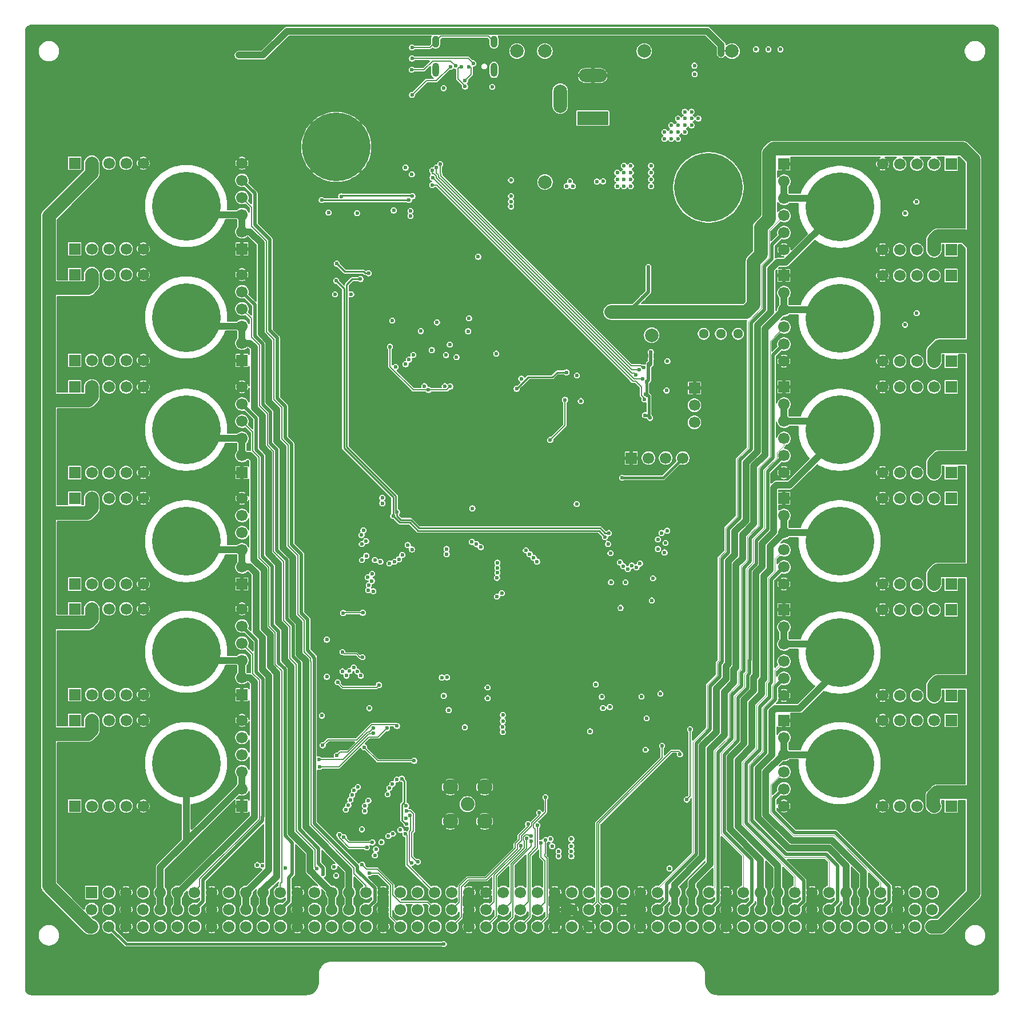
<source format=gbr>
%TF.GenerationSoftware,KiCad,Pcbnew,9.0.2*%
%TF.CreationDate,2025-10-14T11:48:54+02:00*%
%TF.ProjectId,main-board,6d61696e-2d62-46f6-9172-642e6b696361,rev?*%
%TF.SameCoordinates,Original*%
%TF.FileFunction,Copper,L4,Bot*%
%TF.FilePolarity,Positive*%
%FSLAX46Y46*%
G04 Gerber Fmt 4.6, Leading zero omitted, Abs format (unit mm)*
G04 Created by KiCad (PCBNEW 9.0.2) date 2025-10-14 11:48:54*
%MOMM*%
%LPD*%
G01*
G04 APERTURE LIST*
%TA.AperFunction,ComponentPad*%
%ADD10R,1.700000X1.700000*%
%TD*%
%TA.AperFunction,ComponentPad*%
%ADD11C,1.700000*%
%TD*%
%TA.AperFunction,ComponentPad*%
%ADD12C,10.160000*%
%TD*%
%TA.AperFunction,ComponentPad*%
%ADD13C,2.000000*%
%TD*%
%TA.AperFunction,ComponentPad*%
%ADD14R,4.600000X2.000000*%
%TD*%
%TA.AperFunction,ComponentPad*%
%ADD15O,4.200000X2.000000*%
%TD*%
%TA.AperFunction,ComponentPad*%
%ADD16O,2.000000X4.200000*%
%TD*%
%TA.AperFunction,ComponentPad*%
%ADD17C,2.050000*%
%TD*%
%TA.AperFunction,ComponentPad*%
%ADD18C,2.250000*%
%TD*%
%TA.AperFunction,ComponentPad*%
%ADD19C,1.440000*%
%TD*%
%TA.AperFunction,HeatsinkPad*%
%ADD20O,1.000000X2.100000*%
%TD*%
%TA.AperFunction,HeatsinkPad*%
%ADD21O,1.000000X1.800000*%
%TD*%
%TA.AperFunction,ViaPad*%
%ADD22C,0.600000*%
%TD*%
%TA.AperFunction,Conductor*%
%ADD23C,1.000000*%
%TD*%
%TA.AperFunction,Conductor*%
%ADD24C,0.500000*%
%TD*%
%TA.AperFunction,Conductor*%
%ADD25C,0.200000*%
%TD*%
%TA.AperFunction,Conductor*%
%ADD26C,0.250000*%
%TD*%
%TA.AperFunction,Conductor*%
%ADD27C,0.400000*%
%TD*%
%TA.AperFunction,Conductor*%
%ADD28C,0.100000*%
%TD*%
%TA.AperFunction,Conductor*%
%ADD29C,0.110000*%
%TD*%
%TA.AperFunction,Conductor*%
%ADD30C,0.150000*%
%TD*%
%TA.AperFunction,Conductor*%
%ADD31C,2.000000*%
%TD*%
G04 APERTURE END LIST*
D10*
%TO.P,CG10,A1,5V*%
%TO.N,5V*%
X240645000Y-94270000D03*
D11*
%TO.P,CG10,A2,3V3*%
%TO.N,3V3*%
X238105000Y-94270000D03*
%TO.P,CG10,A3,SDA*%
%TO.N,/CG_I2C_SDA_10*%
X235565000Y-94270000D03*
%TO.P,CG10,A4,SCL*%
%TO.N,/CG_I2C_SCL_10*%
X233025000Y-94270000D03*
%TO.P,CG10,A5,GND*%
%TO.N,GND*%
X230485000Y-94270000D03*
D10*
%TO.P,CG10,B1,5V*%
%TO.N,5V*%
X240645000Y-106970000D03*
D11*
%TO.P,CG10,B2,3V3*%
%TO.N,VDDIO*%
X238105000Y-106970000D03*
%TO.P,CG10,B3,-5V*%
%TO.N,-5V*%
X235565000Y-106970000D03*
%TO.P,CG10,B4,ENABLE*%
%TO.N,/EN_CG_10*%
X233025000Y-106970000D03*
%TO.P,CG10,B5,GND*%
%TO.N,GND*%
X230485000Y-106970000D03*
D10*
%TO.P,CG10,C1,GND*%
X215880000Y-94270000D03*
D11*
%TO.P,CG10,C2,OUT_1*%
%TO.N,/Vout_A_10*%
X215880000Y-96810000D03*
%TO.P,CG10,C3,OUT_2*%
X215880000Y-99350000D03*
%TO.P,CG10,C4,OUT_3*%
%TO.N,/Vout_diff_10*%
X215880000Y-101890000D03*
%TO.P,CG10,C5,OUT_4*%
%TO.N,/Vout_B_10*%
X215880000Y-104430000D03*
%TO.P,CG10,C6,GND*%
%TO.N,GND*%
X215880000Y-106970000D03*
D12*
%TO.P,CG10,D1,OUT_0*%
%TO.N,/Vout_A_10*%
X224135000Y-100620000D03*
%TD*%
D10*
%TO.P,CG4,A1,5V*%
%TO.N,5V*%
X110855000Y-90460000D03*
D11*
%TO.P,CG4,A2,3V3*%
%TO.N,3V3*%
X113395000Y-90460000D03*
%TO.P,CG4,A3,SDA*%
%TO.N,/CG_I2C_SDA_4*%
X115935000Y-90460000D03*
%TO.P,CG4,A4,SCL*%
%TO.N,/CG_I2C_SCL_4*%
X118475000Y-90460000D03*
%TO.P,CG4,A5,GND*%
%TO.N,GND*%
X121015000Y-90460000D03*
D10*
%TO.P,CG4,B1,5V*%
%TO.N,5V*%
X110855000Y-77760000D03*
D11*
%TO.P,CG4,B2,3V3*%
%TO.N,VDDIO*%
X113395000Y-77760000D03*
%TO.P,CG4,B3,-5V*%
%TO.N,-5V*%
X115935000Y-77760000D03*
%TO.P,CG4,B4,ENABLE*%
%TO.N,/EN_CG_4*%
X118475000Y-77760000D03*
%TO.P,CG4,B5,GND*%
%TO.N,GND*%
X121015000Y-77760000D03*
D10*
%TO.P,CG4,C1,GND*%
X135620000Y-90460000D03*
D11*
%TO.P,CG4,C2,OUT_1*%
%TO.N,/Vout_A_4*%
X135620000Y-87920000D03*
%TO.P,CG4,C3,OUT_2*%
X135620000Y-85380000D03*
%TO.P,CG4,C4,OUT_3*%
%TO.N,/Vout_diff_4*%
X135620000Y-82840000D03*
%TO.P,CG4,C5,OUT_4*%
%TO.N,/Vout_B_4*%
X135620000Y-80300000D03*
%TO.P,CG4,C6,GND*%
%TO.N,GND*%
X135620000Y-77760000D03*
D12*
%TO.P,CG4,D1,OUT_0*%
%TO.N,/Vout_A_4*%
X127365000Y-84110000D03*
%TD*%
D10*
%TO.P,CG5,A1,5V*%
%TO.N,5V*%
X110855000Y-73825000D03*
D11*
%TO.P,CG5,A2,3V3*%
%TO.N,3V3*%
X113395000Y-73825000D03*
%TO.P,CG5,A3,SDA*%
%TO.N,/CG_I2C_SDA_5*%
X115935000Y-73825000D03*
%TO.P,CG5,A4,SCL*%
%TO.N,/CG_I2C_SCL_5*%
X118475000Y-73825000D03*
%TO.P,CG5,A5,GND*%
%TO.N,GND*%
X121015000Y-73825000D03*
D10*
%TO.P,CG5,B1,5V*%
%TO.N,5V*%
X110855000Y-61125000D03*
D11*
%TO.P,CG5,B2,3V3*%
%TO.N,VDDIO*%
X113395000Y-61125000D03*
%TO.P,CG5,B3,-5V*%
%TO.N,-5V*%
X115935000Y-61125000D03*
%TO.P,CG5,B4,ENABLE*%
%TO.N,/EN_CG_5*%
X118475000Y-61125000D03*
%TO.P,CG5,B5,GND*%
%TO.N,GND*%
X121015000Y-61125000D03*
D10*
%TO.P,CG5,C1,GND*%
X135620000Y-73825000D03*
D11*
%TO.P,CG5,C2,OUT_1*%
%TO.N,/Vout_A_5*%
X135620000Y-71285000D03*
%TO.P,CG5,C3,OUT_2*%
X135620000Y-68745000D03*
%TO.P,CG5,C4,OUT_3*%
%TO.N,/Vout_diff_5*%
X135620000Y-66205000D03*
%TO.P,CG5,C5,OUT_4*%
%TO.N,/Vout_B_5*%
X135620000Y-63665000D03*
%TO.P,CG5,C6,GND*%
%TO.N,GND*%
X135620000Y-61125000D03*
D12*
%TO.P,CG5,D1,OUT_0*%
%TO.N,/Vout_A_5*%
X127365000Y-67475000D03*
%TD*%
D10*
%TO.P,CG6,A1,5V*%
%TO.N,5V*%
X110855000Y-57315000D03*
D11*
%TO.P,CG6,A2,3V3*%
%TO.N,3V3*%
X113395000Y-57315000D03*
%TO.P,CG6,A3,SDA*%
%TO.N,/CG_I2C_SDA_6*%
X115935000Y-57315000D03*
%TO.P,CG6,A4,SCL*%
%TO.N,/CG_I2C_SCL_6*%
X118475000Y-57315000D03*
%TO.P,CG6,A5,GND*%
%TO.N,GND*%
X121015000Y-57315000D03*
D10*
%TO.P,CG6,B1,5V*%
%TO.N,5V*%
X110855000Y-44615000D03*
D11*
%TO.P,CG6,B2,3V3*%
%TO.N,VDDIO*%
X113395000Y-44615000D03*
%TO.P,CG6,B3,-5V*%
%TO.N,-5V*%
X115935000Y-44615000D03*
%TO.P,CG6,B4,ENABLE*%
%TO.N,/EN_CG_6*%
X118475000Y-44615000D03*
%TO.P,CG6,B5,GND*%
%TO.N,GND*%
X121015000Y-44615000D03*
D10*
%TO.P,CG6,C1,GND*%
X135620000Y-57315000D03*
D11*
%TO.P,CG6,C2,OUT_1*%
%TO.N,/Vout_A_6*%
X135620000Y-54775000D03*
%TO.P,CG6,C3,OUT_2*%
X135620000Y-52235000D03*
%TO.P,CG6,C4,OUT_3*%
%TO.N,/Vout_diff_6*%
X135620000Y-49695000D03*
%TO.P,CG6,C5,OUT_4*%
%TO.N,/Vout_B_6*%
X135620000Y-47155000D03*
%TO.P,CG6,C6,GND*%
%TO.N,GND*%
X135620000Y-44615000D03*
D12*
%TO.P,CG6,D1,OUT_0*%
%TO.N,/Vout_A_6*%
X127365000Y-50965000D03*
%TD*%
D10*
%TO.P,CG11,A1,5V*%
%TO.N,5V*%
X240645000Y-110780000D03*
D11*
%TO.P,CG11,A2,3V3*%
%TO.N,3V3*%
X238105000Y-110780000D03*
%TO.P,CG11,A3,SDA*%
%TO.N,/CG_I2C_SDA_11*%
X235565000Y-110780000D03*
%TO.P,CG11,A4,SCL*%
%TO.N,/CG_I2C_SCL_11*%
X233025000Y-110780000D03*
%TO.P,CG11,A5,GND*%
%TO.N,GND*%
X230485000Y-110780000D03*
D10*
%TO.P,CG11,B1,5V*%
%TO.N,5V*%
X240645000Y-123480000D03*
D11*
%TO.P,CG11,B2,3V3*%
%TO.N,VDDIO*%
X238105000Y-123480000D03*
%TO.P,CG11,B3,-5V*%
%TO.N,-5V*%
X235565000Y-123480000D03*
%TO.P,CG11,B4,ENABLE*%
%TO.N,/EN_CG_11*%
X233025000Y-123480000D03*
%TO.P,CG11,B5,GND*%
%TO.N,GND*%
X230485000Y-123480000D03*
D10*
%TO.P,CG11,C1,GND*%
X215880000Y-110780000D03*
D11*
%TO.P,CG11,C2,OUT_1*%
%TO.N,/Vout_A_11*%
X215880000Y-113320000D03*
%TO.P,CG11,C3,OUT_2*%
X215880000Y-115860000D03*
%TO.P,CG11,C4,OUT_3*%
%TO.N,/Vout_diff_11*%
X215880000Y-118400000D03*
%TO.P,CG11,C5,OUT_4*%
%TO.N,/Vout_B_11*%
X215880000Y-120940000D03*
%TO.P,CG11,C6,GND*%
%TO.N,GND*%
X215880000Y-123480000D03*
D12*
%TO.P,CG11,D1,OUT_0*%
%TO.N,/Vout_A_11*%
X224135000Y-117130000D03*
%TD*%
D10*
%TO.P,CG7,A1,5V*%
%TO.N,5V*%
X240645000Y-44740000D03*
D11*
%TO.P,CG7,A2,3V3*%
%TO.N,3V3*%
X238105000Y-44740000D03*
%TO.P,CG7,A3,SDA*%
%TO.N,/CG_I2C_SDA_7*%
X235565000Y-44740000D03*
%TO.P,CG7,A4,SCL*%
%TO.N,/CG_I2C_SCL_7*%
X233025000Y-44740000D03*
%TO.P,CG7,A5,GND*%
%TO.N,GND*%
X230485000Y-44740000D03*
D10*
%TO.P,CG7,B1,5V*%
%TO.N,5V*%
X240645000Y-57440000D03*
D11*
%TO.P,CG7,B2,3V3*%
%TO.N,VDDIO*%
X238105000Y-57440000D03*
%TO.P,CG7,B3,-5V*%
%TO.N,-5V*%
X235565000Y-57440000D03*
%TO.P,CG7,B4,ENABLE*%
%TO.N,/EN_CG_7*%
X233025000Y-57440000D03*
%TO.P,CG7,B5,GND*%
%TO.N,GND*%
X230485000Y-57440000D03*
D10*
%TO.P,CG7,C1,GND*%
X215880000Y-44740000D03*
D11*
%TO.P,CG7,C2,OUT_1*%
%TO.N,/Vout_A_7*%
X215880000Y-47280000D03*
%TO.P,CG7,C3,OUT_2*%
X215880000Y-49820000D03*
%TO.P,CG7,C4,OUT_3*%
%TO.N,/Vout_diff_7*%
X215880000Y-52360000D03*
%TO.P,CG7,C5,OUT_4*%
%TO.N,/Vout_B_7*%
X215880000Y-54900000D03*
%TO.P,CG7,C6,GND*%
%TO.N,GND*%
X215880000Y-57440000D03*
D12*
%TO.P,CG7,D1,OUT_0*%
%TO.N,/Vout_A_7*%
X224135000Y-51090000D03*
%TD*%
D13*
%TO.P,TP5,1*%
%TO.N,/VEXT*%
X180475000Y-28000000D03*
%TD*%
D14*
%TO.P,J47,1*%
%TO.N,/VEXT*%
X187560000Y-37940000D03*
D15*
%TO.P,J47,2*%
%TO.N,GND*%
X187560000Y-31640000D03*
D16*
%TO.P,J47,3*%
%TO.N,N/C*%
X182760000Y-35040000D03*
%TD*%
D17*
%TO.P,J7,1,In*%
%TO.N,/CLOCK*%
X169010000Y-139585001D03*
D18*
%TO.P,J7,2,Ext*%
%TO.N,GND*%
X166470000Y-137045002D03*
X166470001Y-142125001D03*
X171549999Y-137045001D03*
X171550000Y-142125000D03*
%TD*%
D10*
%TO.P,U23,A1,5V*%
%TO.N,5V*%
X113376000Y-152657455D03*
D11*
%TO.P,U23,A2,3V3*%
%TO.N,3V3*%
X115916000Y-152657455D03*
%TO.P,U23,A3,GND*%
%TO.N,GND*%
X118456000Y-152657455D03*
%TO.P,U23,A4,VOUT.B1.diff*%
%TO.N,/Vout_diff_1*%
X120996000Y-152657455D03*
%TO.P,U23,A5,VOUT.A1.1*%
%TO.N,/Vout_A_1*%
X123536000Y-152657455D03*
%TO.P,U23,A6,VOUT.A2.1*%
%TO.N,/Vout_A_2*%
X126076000Y-152657455D03*
%TO.P,U23,A7,VOUT.B2.diff*%
%TO.N,/Vout_diff_2*%
X128616000Y-152657455D03*
%TO.P,U23,A8,GND*%
%TO.N,GND*%
X131156000Y-152657455D03*
%TO.P,U23,A9,VOUT.B3.diff*%
%TO.N,/Vout_diff_3*%
X133696000Y-152657455D03*
%TO.P,U23,A10,VOUT.A3.1*%
%TO.N,/Vout_A_3*%
X136236000Y-152657455D03*
%TO.P,U23,A11,VOUT.A4.1*%
%TO.N,/Vout_A_4*%
X138776000Y-152657455D03*
%TO.P,U23,A12,VOUT.B4.diff*%
%TO.N,/Vout_diff_4*%
X141316000Y-152657455D03*
%TO.P,U23,A13,GND*%
%TO.N,GND*%
X143856000Y-152657455D03*
%TO.P,U23,A14,VOUT.B5.diff*%
%TO.N,/Vout_diff_5*%
X146396000Y-152657455D03*
%TO.P,U23,A15,VOUT.A5.1*%
%TO.N,/Vout_A_5*%
X148936000Y-152657455D03*
%TO.P,U23,A16,VOUT.A6.1*%
%TO.N,/Vout_A_6*%
X151476000Y-152657455D03*
%TO.P,U23,A17,VOUT.B6.diff*%
%TO.N,/Vout_diff_6*%
X154016000Y-152657455D03*
%TO.P,U23,A18,GND*%
%TO.N,GND*%
X156556000Y-152657455D03*
%TO.P,U23,A19,GPIO_22*%
%TO.N,/GPIO_22*%
X159096000Y-152657455D03*
%TO.P,U23,A20,GPIO_21*%
%TO.N,/GPIO_21*%
X161636000Y-152657455D03*
%TO.P,U23,A21,GPIO_20*%
%TO.N,/GPIO_20*%
X164176000Y-152657455D03*
%TO.P,U23,A22,-5V*%
%TO.N,-5V*%
X166716000Y-152657455D03*
%TO.P,U23,A23,GND*%
%TO.N,GND*%
X169256000Y-152657455D03*
%TO.P,U23,A24,GND*%
X171796000Y-152657455D03*
%TO.P,U23,A25,CLK3*%
%TO.N,/CLK3*%
X174336000Y-152657455D03*
%TO.P,U23,A26,CLK2*%
%TO.N,/CLK2*%
X176876000Y-152657455D03*
%TO.P,U23,A27,VDDIO*%
%TO.N,VDDIO*%
X179416000Y-152657455D03*
%TO.P,U23,A28,GND*%
%TO.N,GND*%
X181956000Y-152657455D03*
%TO.P,U23,A29,GPIO_19*%
%TO.N,/GPIO_19*%
X184496000Y-152657455D03*
%TO.P,U23,A30,GPIO_18*%
%TO.N,/GPIO_18*%
X187036000Y-152657455D03*
%TO.P,U23,A31,GPIO_17*%
%TO.N,/GPIO_17*%
X189576000Y-152657455D03*
%TO.P,U23,A32,GPIO_16*%
%TO.N,/GPIO_16*%
X192116000Y-152657455D03*
%TO.P,U23,A33,GND*%
%TO.N,GND*%
X194656000Y-152657455D03*
%TO.P,U23,A34,VOUT.B7.diff*%
%TO.N,/Vout_diff_7*%
X197196000Y-152657455D03*
%TO.P,U23,A35,VOUT.A7.1*%
%TO.N,/Vout_A_7*%
X199736000Y-152657455D03*
%TO.P,U23,A36,VOUT.A8.1*%
%TO.N,/Vout_A_8*%
X202276000Y-152657455D03*
%TO.P,U23,A37,VOUT.B8.diff*%
%TO.N,/Vout_diff_8*%
X204816000Y-152657455D03*
%TO.P,U23,A38,GND*%
%TO.N,GND*%
X207356000Y-152657455D03*
%TO.P,U23,A39,VOUT.B9.diff*%
%TO.N,/Vout_diff_9*%
X209896000Y-152657455D03*
%TO.P,U23,A40,VOUT.A9.1*%
%TO.N,/Vout_A_9*%
X212436000Y-152657455D03*
%TO.P,U23,A41,VOUT.A10.1*%
%TO.N,/Vout_A_10*%
X214976000Y-152657455D03*
%TO.P,U23,A42,VOUT.B10.diff*%
%TO.N,/Vout_diff_10*%
X217516000Y-152657455D03*
%TO.P,U23,A43,GND*%
%TO.N,GND*%
X220056000Y-152657455D03*
%TO.P,U23,A44,VOUT.B11.diff*%
%TO.N,/Vout_diff_11*%
X222596000Y-152657455D03*
%TO.P,U23,A45,VOUT.A11.1*%
%TO.N,/Vout_A_11*%
X225136000Y-152657455D03*
%TO.P,U23,A46,VOUT.A12.1*%
%TO.N,/Vout_A_12*%
X227676000Y-152657455D03*
%TO.P,U23,A47,VOUT.B12.diff*%
%TO.N,/Vout_diff_12*%
X230216000Y-152657455D03*
%TO.P,U23,A48,GND*%
%TO.N,GND*%
X232756000Y-152657455D03*
%TO.P,U23,A49,3V3*%
%TO.N,3V3*%
X235296000Y-152657455D03*
%TO.P,U23,A50,5V*%
%TO.N,5V*%
X237836000Y-152657455D03*
%TO.P,U23,B1,5V*%
X113376000Y-155197455D03*
%TO.P,U23,B2,3V3*%
%TO.N,3V3*%
X115916000Y-155197455D03*
%TO.P,U23,B3,GND*%
%TO.N,GND*%
X118456000Y-155197455D03*
%TO.P,U23,B4,VOUT.B1.1*%
%TO.N,/Vout_B_1*%
X120996000Y-155197455D03*
%TO.P,U23,B5,VOUT.A1.1*%
%TO.N,/Vout_A_1*%
X123536000Y-155197455D03*
%TO.P,U23,B6,VOUT.A2.1*%
%TO.N,/Vout_A_2*%
X126076000Y-155197455D03*
%TO.P,U23,B7,VOUT.B2.1*%
%TO.N,/Vout_B_2*%
X128616000Y-155197455D03*
%TO.P,U23,B8,GND*%
%TO.N,GND*%
X131156000Y-155197455D03*
%TO.P,U23,B9,VOUT.B3.1*%
%TO.N,/Vout_B_3*%
X133696000Y-155197455D03*
%TO.P,U23,B10,VOUT.A3.1*%
%TO.N,/Vout_A_3*%
X136236000Y-155197455D03*
%TO.P,U23,B11,VOUT.A4.1*%
%TO.N,/Vout_A_4*%
X138776000Y-155197455D03*
%TO.P,U23,B12,VOUT.B4.1*%
%TO.N,/Vout_B_4*%
X141316000Y-155197455D03*
%TO.P,U23,B13,GND*%
%TO.N,GND*%
X143856000Y-155197455D03*
%TO.P,U23,B14,VOUT.B5.1*%
%TO.N,/Vout_B_5*%
X146396000Y-155197455D03*
%TO.P,U23,B15,VOUT.A5.1*%
%TO.N,/Vout_A_5*%
X148936000Y-155197455D03*
%TO.P,U23,B16,VOUT.A6.1*%
%TO.N,/Vout_A_6*%
X151476000Y-155197455D03*
%TO.P,U23,B17,VOUT.B6.1*%
%TO.N,/Vout_B_6*%
X154016000Y-155197455D03*
%TO.P,U23,B18,GND*%
%TO.N,GND*%
X156556000Y-155197455D03*
%TO.P,U23,B19,SPI_FLASH_CS*%
%TO.N,/CHEEP-CONNECTOR/SPI_FLASH.SCK*%
X159096000Y-155197455D03*
%TO.P,U23,B20,SPI_FLASH_SD0*%
%TO.N,/CHEEP-CONNECTOR/SPI_FLASH.SD0*%
X161636000Y-155197455D03*
%TO.P,U23,B21,SPI_FLASH_SD2*%
%TO.N,/CHEEP-CONNECTOR/SPI_FLASH.SD2*%
X164176000Y-155197455D03*
%TO.P,U23,B22,UART_RX*%
%TO.N,/CHEEP-CONNECTOR/UART.RX*%
X166716000Y-155197455D03*
%TO.P,U23,B23,GND*%
%TO.N,GND*%
X169256000Y-155197455D03*
%TO.P,U23,B24,JTAG_TCK*%
%TO.N,/CHEEP-CONNECTOR/JTAG.TCK*%
X171796000Y-155197455D03*
%TO.P,U23,B25,JTAG_TMS*%
%TO.N,/CHEEP-CONNECTOR/JTAG.TMS*%
X174336000Y-155197455D03*
%TO.P,U23,B26,nRST*%
%TO.N,/nRST*%
X176876000Y-155197455D03*
%TO.P,U23,B27,BOOT_SEL*%
%TO.N,/BOOT_SEL*%
X179416000Y-155197455D03*
%TO.P,U23,B28,GND*%
%TO.N,GND*%
X181956000Y-155197455D03*
%TO.P,U23,B29,GND*%
X184496000Y-155197455D03*
%TO.P,U23,B30,EXIT_VALID*%
%TO.N,/EXIT_VALID*%
X187036000Y-155197455D03*
%TO.P,U23,B31,EXIT_VALUE*%
%TO.N,/EXIT_VALUE*%
X189576000Y-155197455D03*
%TO.P,U23,B32,GND*%
%TO.N,GND*%
X192116000Y-155197455D03*
%TO.P,U23,B33,GND*%
X194656000Y-155197455D03*
%TO.P,U23,B34,VOUT.B7.1*%
%TO.N,/Vout_B_7*%
X197196000Y-155197455D03*
%TO.P,U23,B35,VOUT.A7.1*%
%TO.N,/Vout_A_7*%
X199736000Y-155197455D03*
%TO.P,U23,B36,VOUT.A8.1*%
%TO.N,/Vout_A_8*%
X202276000Y-155197455D03*
%TO.P,U23,B37,VOUT.B8.1*%
%TO.N,/Vout_B_8*%
X204816000Y-155197455D03*
%TO.P,U23,B38,GND*%
%TO.N,GND*%
X207356000Y-155197455D03*
%TO.P,U23,B39,VOUT.B9.1*%
%TO.N,/Vout_B_9*%
X209896000Y-155197455D03*
%TO.P,U23,B40,VOUT.A9.1*%
%TO.N,/Vout_A_9*%
X212436000Y-155197455D03*
%TO.P,U23,B41,VOUT.A10.1*%
%TO.N,/Vout_A_10*%
X214976000Y-155197455D03*
%TO.P,U23,B42,VOUT.B10.1*%
%TO.N,/Vout_B_10*%
X217516000Y-155197455D03*
%TO.P,U23,B43,GND*%
%TO.N,GND*%
X220056000Y-155197455D03*
%TO.P,U23,B44,VOUT.B11.1*%
%TO.N,/Vout_B_11*%
X222596000Y-155197455D03*
%TO.P,U23,B45,VOUT.A11.1*%
%TO.N,/Vout_A_11*%
X225136000Y-155197455D03*
%TO.P,U23,B46,VOUT.A12.1*%
%TO.N,/Vout_A_12*%
X227676000Y-155197455D03*
%TO.P,U23,B47,VOUT.B12.1*%
%TO.N,/Vout_B_12*%
X230216000Y-155197455D03*
%TO.P,U23,B48,GND*%
%TO.N,GND*%
X232756000Y-155197455D03*
%TO.P,U23,B49,3V3*%
%TO.N,3V3*%
X235296000Y-155197455D03*
%TO.P,U23,B50,5V*%
%TO.N,5V*%
X237836000Y-155197455D03*
%TO.P,U23,C1,VDDIO*%
%TO.N,VDDIO*%
X113376000Y-157737455D03*
%TO.P,U23,C2,-5V*%
%TO.N,-5V*%
X115916000Y-157737455D03*
%TO.P,U23,C3,GND*%
%TO.N,GND*%
X118456000Y-157737455D03*
%TO.P,U23,C4,I2C_SDA*%
%TO.N,/CHEEP-CONNECTOR/CHEEP_I2C.SCL*%
X120996000Y-157737455D03*
%TO.P,U23,C5,I2C_SCL*%
%TO.N,/CHEEP-CONNECTOR/CHEEP_I2C.SDA*%
X123536000Y-157737455D03*
%TO.P,U23,C6*%
%TO.N,N/C*%
X126076000Y-157737455D03*
%TO.P,U23,C7*%
X128616000Y-157737455D03*
%TO.P,U23,C8,GND*%
%TO.N,GND*%
X131156000Y-157737455D03*
%TO.P,U23,C9,GPIO_15*%
%TO.N,/GPIO_15*%
X133696000Y-157737455D03*
%TO.P,U23,C10,GPIO_14*%
%TO.N,/GPIO_playground/GPIO.PB_3*%
X136236000Y-157737455D03*
%TO.P,U23,C11,GPIO_13*%
%TO.N,/GPIO_playground/GPIO.PB_2*%
X138776000Y-157737455D03*
%TO.P,U23,C12,GPIO_12*%
%TO.N,/GPIO_playground/GPIO.PB_1*%
X141316000Y-157737455D03*
%TO.P,U23,C13,GND*%
%TO.N,GND*%
X143856000Y-157737455D03*
%TO.P,U23,C14,GPIO_11*%
%TO.N,/GPIO_playground/GPIO.SW_4*%
X146396000Y-157737455D03*
%TO.P,U23,C15,GPIO_10*%
%TO.N,/GPIO_playground/GPIO.SW_3*%
X148936000Y-157737455D03*
%TO.P,U23,C16,GPIO_9*%
%TO.N,/GPIO_playground/GPIO.SW_2*%
X151476000Y-157737455D03*
%TO.P,U23,C17,GPIO_8*%
%TO.N,/GPIO_playground/GPIO.SW_1*%
X154016000Y-157737455D03*
%TO.P,U23,C18,GND*%
%TO.N,GND*%
X156556000Y-157737455D03*
%TO.P,U23,C19,SPI_FLASH_SCK*%
%TO.N,/CHEEP-CONNECTOR/SPI_FLASH.CS0*%
X159096000Y-157737455D03*
%TO.P,U23,C20,SPI_FLASH_SD1*%
%TO.N,/CHEEP-CONNECTOR/SPI_FLASH.SD1*%
X161636000Y-157737455D03*
%TO.P,U23,C21,SPI_FLASH_SD3*%
%TO.N,/CHEEP-CONNECTOR/SPI_FLASH.SD3*%
X164176000Y-157737455D03*
%TO.P,U23,C22,UART_TX*%
%TO.N,/CHEEP-CONNECTOR/UART.TX*%
X166716000Y-157737455D03*
%TO.P,U23,C23,GND*%
%TO.N,GND*%
X169256000Y-157737455D03*
%TO.P,U23,C24,JTAG_TDO*%
%TO.N,/CHEEP-CONNECTOR/JTAG.TDO*%
X171796000Y-157737455D03*
%TO.P,U23,C25,JTAG_TDI*%
%TO.N,/CHEEP-CONNECTOR/JTAG.TDI*%
X174336000Y-157737455D03*
%TO.P,U23,C26,JTAG_TRST*%
%TO.N,/CHEEP-CONNECTOR/JTAG.TRST*%
X176876000Y-157737455D03*
%TO.P,U23,C27,EXEC_FLASH*%
%TO.N,/EXEC_FLASH*%
X179416000Y-157737455D03*
%TO.P,U23,C28,GND*%
%TO.N,GND*%
X181956000Y-157737455D03*
%TO.P,U23,C29,CLK_FAST*%
%TO.N,/CLOCK*%
X184496000Y-157737455D03*
%TO.P,U23,C30,GND*%
%TO.N,GND*%
X187036000Y-157737455D03*
%TO.P,U23,C31,VDDIO*%
%TO.N,VDDIO*%
X189576000Y-157737455D03*
%TO.P,U23,C32,CLK_32khz*%
%TO.N,/CLK32K*%
X192116000Y-157737455D03*
%TO.P,U23,C33,GND*%
%TO.N,GND*%
X194656000Y-157737455D03*
%TO.P,U23,C34,GPIO_7*%
%TO.N,/GPIO_playground/GPIO.LED_G_1*%
X197196000Y-157737455D03*
%TO.P,U23,C35,GPIO_6*%
%TO.N,/GPIO_playground/GPIO.LED_R_1*%
X199736000Y-157737455D03*
%TO.P,U23,C36,GPIO_5*%
%TO.N,/GPIO_playground/GPIO.LED_G_2*%
X202276000Y-157737455D03*
%TO.P,U23,C37,GPIO_4*%
%TO.N,/GPIO_playground/GPIO.LED_R_2*%
X204816000Y-157737455D03*
%TO.P,U23,C38,GND*%
%TO.N,GND*%
X207356000Y-157737455D03*
%TO.P,U23,C39,GPIO_3*%
%TO.N,/GPIO_playground/GPIO.LED_B_1*%
X209896000Y-157737455D03*
%TO.P,U23,C40,GPIO_2*%
%TO.N,/GPIO_2*%
X212436000Y-157737455D03*
%TO.P,U23,C41,GPIO_1*%
%TO.N,/GPIO_1*%
X214976000Y-157737455D03*
%TO.P,U23,C42,GPIO_0*%
%TO.N,/GPIO_0*%
X217516000Y-157737455D03*
%TO.P,U23,C43,GND*%
%TO.N,GND*%
X220056000Y-157737455D03*
%TO.P,U23,C44,3V3*%
%TO.N,3V3*%
X222596000Y-157737455D03*
%TO.P,U23,C45,5V*%
%TO.N,5V*%
X225136000Y-157737455D03*
%TO.P,U23,C46,-5V*%
%TO.N,-5V*%
X227676000Y-157737455D03*
%TO.P,U23,C47*%
%TO.N,N/C*%
X230216000Y-157737455D03*
%TO.P,U23,C48,GND*%
%TO.N,GND*%
X232756000Y-157737455D03*
%TO.P,U23,C49,-5V*%
%TO.N,-5V*%
X235296000Y-157737455D03*
%TO.P,U23,C50,VDDIO*%
%TO.N,VDDIO*%
X237836000Y-157737455D03*
%TD*%
D10*
%TO.P,CG2,A1,5V*%
%TO.N,5V*%
X110855000Y-123355000D03*
D11*
%TO.P,CG2,A2,3V3*%
%TO.N,3V3*%
X113395000Y-123355000D03*
%TO.P,CG2,A3,SDA*%
%TO.N,/CG_I2C_SDA_2*%
X115935000Y-123355000D03*
%TO.P,CG2,A4,SCL*%
%TO.N,/CG_I2C_SCL_2*%
X118475000Y-123355000D03*
%TO.P,CG2,A5,GND*%
%TO.N,GND*%
X121015000Y-123355000D03*
D10*
%TO.P,CG2,B1,5V*%
%TO.N,5V*%
X110855000Y-110655000D03*
D11*
%TO.P,CG2,B2,3V3*%
%TO.N,VDDIO*%
X113395000Y-110655000D03*
%TO.P,CG2,B3,-5V*%
%TO.N,-5V*%
X115935000Y-110655000D03*
%TO.P,CG2,B4,ENABLE*%
%TO.N,/EN_CG_2*%
X118475000Y-110655000D03*
%TO.P,CG2,B5,GND*%
%TO.N,GND*%
X121015000Y-110655000D03*
D10*
%TO.P,CG2,C1,GND*%
X135620000Y-123355000D03*
D11*
%TO.P,CG2,C2,OUT_1*%
%TO.N,/Vout_A_2*%
X135620000Y-120815000D03*
%TO.P,CG2,C3,OUT_2*%
X135620000Y-118275000D03*
%TO.P,CG2,C4,OUT_3*%
%TO.N,/Vout_diff_2*%
X135620000Y-115735000D03*
%TO.P,CG2,C5,OUT_4*%
%TO.N,/Vout_B_2*%
X135620000Y-113195000D03*
%TO.P,CG2,C6,GND*%
%TO.N,GND*%
X135620000Y-110655000D03*
D12*
%TO.P,CG2,D1,OUT_0*%
%TO.N,/Vout_A_2*%
X127365000Y-117005000D03*
%TD*%
D10*
%TO.P,CG9,A1,5V*%
%TO.N,5V*%
X240645000Y-77760000D03*
D11*
%TO.P,CG9,A2,3V3*%
%TO.N,3V3*%
X238105000Y-77760000D03*
%TO.P,CG9,A3,SDA*%
%TO.N,/CG_I2C_SDA_9*%
X235565000Y-77760000D03*
%TO.P,CG9,A4,SCL*%
%TO.N,/CG_I2C_SCL_9*%
X233025000Y-77760000D03*
%TO.P,CG9,A5,GND*%
%TO.N,GND*%
X230485000Y-77760000D03*
D10*
%TO.P,CG9,B1,5V*%
%TO.N,5V*%
X240645000Y-90460000D03*
D11*
%TO.P,CG9,B2,3V3*%
%TO.N,VDDIO*%
X238105000Y-90460000D03*
%TO.P,CG9,B3,-5V*%
%TO.N,-5V*%
X235565000Y-90460000D03*
%TO.P,CG9,B4,ENABLE*%
%TO.N,/EN_CG_9*%
X233025000Y-90460000D03*
%TO.P,CG9,B5,GND*%
%TO.N,GND*%
X230485000Y-90460000D03*
D10*
%TO.P,CG9,C1,GND*%
X215880000Y-77760000D03*
D11*
%TO.P,CG9,C2,OUT_1*%
%TO.N,/Vout_A_9*%
X215880000Y-80300000D03*
%TO.P,CG9,C3,OUT_2*%
X215880000Y-82840000D03*
%TO.P,CG9,C4,OUT_3*%
%TO.N,/Vout_diff_9*%
X215880000Y-85380000D03*
%TO.P,CG9,C5,OUT_4*%
%TO.N,/Vout_B_9*%
X215880000Y-87920000D03*
%TO.P,CG9,C6,GND*%
%TO.N,GND*%
X215880000Y-90460000D03*
D12*
%TO.P,CG9,D1,OUT_0*%
%TO.N,/Vout_A_9*%
X224135000Y-84110000D03*
%TD*%
%TO.P,J2,1,Pin_1*%
%TO.N,GND*%
X149590000Y-42200000D03*
%TD*%
D10*
%TO.P,J3,1,Pin_1*%
%TO.N,GND*%
X193278000Y-88301000D03*
D11*
%TO.P,J3,2,Pin_2*%
%TO.N,/I2C_expander/SCL_EXT*%
X195818000Y-88301000D03*
%TO.P,J3,3,Pin_3*%
%TO.N,/I2C_expander/SDA_EXT*%
X198358000Y-88301000D03*
%TO.P,J3,4,Pin_4*%
%TO.N,3V3*%
X200898000Y-88301000D03*
%TD*%
D10*
%TO.P,J73,1,Pin_1*%
%TO.N,GND*%
X202630000Y-77940000D03*
D11*
%TO.P,J73,2,Pin_2*%
%TO.N,/CHEEP-CONNECTOR/UART.RX*%
X202630000Y-80480000D03*
%TO.P,J73,3,Pin_3*%
%TO.N,/CHEEP-CONNECTOR/UART.TX*%
X202630000Y-83020000D03*
%TD*%
D10*
%TO.P,CG12,A1,5V*%
%TO.N,5V*%
X240649000Y-127163000D03*
D11*
%TO.P,CG12,A2,3V3*%
%TO.N,3V3*%
X238109000Y-127163000D03*
%TO.P,CG12,A3,SDA*%
%TO.N,/CG_I2C_SDA_12*%
X235569000Y-127163000D03*
%TO.P,CG12,A4,SCL*%
%TO.N,/CG_I2C_SCL_12*%
X233029000Y-127163000D03*
%TO.P,CG12,A5,GND*%
%TO.N,GND*%
X230489000Y-127163000D03*
D10*
%TO.P,CG12,B1,5V*%
%TO.N,5V*%
X240649000Y-139863000D03*
D11*
%TO.P,CG12,B2,3V3*%
%TO.N,VDDIO*%
X238109000Y-139863000D03*
%TO.P,CG12,B3,-5V*%
%TO.N,-5V*%
X235569000Y-139863000D03*
%TO.P,CG12,B4,ENABLE*%
%TO.N,/EN_CG_12*%
X233029000Y-139863000D03*
%TO.P,CG12,B5,GND*%
%TO.N,GND*%
X230489000Y-139863000D03*
D10*
%TO.P,CG12,C1,GND*%
X215884000Y-127163000D03*
D11*
%TO.P,CG12,C2,OUT_1*%
%TO.N,/Vout_A_12*%
X215884000Y-129703000D03*
%TO.P,CG12,C3,OUT_2*%
X215884000Y-132243000D03*
%TO.P,CG12,C4,OUT_3*%
%TO.N,/Vout_diff_12*%
X215884000Y-134783000D03*
%TO.P,CG12,C5,OUT_4*%
%TO.N,/Vout_B_12*%
X215884000Y-137323000D03*
%TO.P,CG12,C6,GND*%
%TO.N,GND*%
X215884000Y-139863000D03*
D12*
%TO.P,CG12,D1,OUT_0*%
%TO.N,/Vout_A_12*%
X224139000Y-133513000D03*
%TD*%
D19*
%TO.P,RV1,1,1*%
%TO.N,Net-(J9-Pin_1)*%
X204000000Y-69900000D03*
%TO.P,RV1,2,2*%
%TO.N,Net-(R69-Pad1)*%
X206540000Y-69900000D03*
%TO.P,RV1,3,3*%
%TO.N,unconnected-(RV1-Pad3)*%
X209080000Y-69900000D03*
%TD*%
D13*
%TO.P,TP3,1*%
%TO.N,3V3*%
X195200000Y-28000000D03*
%TD*%
D12*
%TO.P,J66,1,Pin_1*%
%TO.N,/VEXT*%
X204700000Y-48200000D03*
%TD*%
D13*
%TO.P,TP6,1*%
%TO.N,VDDIO*%
X196300000Y-70100000D03*
%TD*%
D10*
%TO.P,CG8,A1,5V*%
%TO.N,5V*%
X240645000Y-61250000D03*
D11*
%TO.P,CG8,A2,3V3*%
%TO.N,3V3*%
X238105000Y-61250000D03*
%TO.P,CG8,A3,SDA*%
%TO.N,/CG_I2C_SDA_8*%
X235565000Y-61250000D03*
%TO.P,CG8,A4,SCL*%
%TO.N,/CG_I2C_SCL_8*%
X233025000Y-61250000D03*
%TO.P,CG8,A5,GND*%
%TO.N,GND*%
X230485000Y-61250000D03*
D10*
%TO.P,CG8,B1,5V*%
%TO.N,5V*%
X240645000Y-73950000D03*
D11*
%TO.P,CG8,B2,3V3*%
%TO.N,VDDIO*%
X238105000Y-73950000D03*
%TO.P,CG8,B3,-5V*%
%TO.N,-5V*%
X235565000Y-73950000D03*
%TO.P,CG8,B4,ENABLE*%
%TO.N,/EN_CG_8*%
X233025000Y-73950000D03*
%TO.P,CG8,B5,GND*%
%TO.N,GND*%
X230485000Y-73950000D03*
D10*
%TO.P,CG8,C1,GND*%
X215880000Y-61250000D03*
D11*
%TO.P,CG8,C2,OUT_1*%
%TO.N,/Vout_A_8*%
X215880000Y-63790000D03*
%TO.P,CG8,C3,OUT_2*%
X215880000Y-66330000D03*
%TO.P,CG8,C4,OUT_3*%
%TO.N,/Vout_diff_8*%
X215880000Y-68870000D03*
%TO.P,CG8,C5,OUT_4*%
%TO.N,/Vout_B_8*%
X215880000Y-71410000D03*
%TO.P,CG8,C6,GND*%
%TO.N,GND*%
X215880000Y-73950000D03*
D12*
%TO.P,CG8,D1,OUT_0*%
%TO.N,/Vout_A_8*%
X224135000Y-67600000D03*
%TD*%
D20*
%TO.P,J8,S1,SHIELD*%
%TO.N,Net-(J8-SHIELD)*%
X172940000Y-30780000D03*
D21*
X172940000Y-26600000D03*
D20*
X164300000Y-30780000D03*
D21*
X164300000Y-26600000D03*
%TD*%
D13*
%TO.P,TP2,1*%
%TO.N,5V*%
X180500000Y-47400000D03*
%TD*%
D10*
%TO.P,CG1,A1,5V*%
%TO.N,5V*%
X110855000Y-139865000D03*
D11*
%TO.P,CG1,A2,3V3*%
%TO.N,3V3*%
X113395000Y-139865000D03*
%TO.P,CG1,A3,SDA*%
%TO.N,/CG_I2C_SDA_1*%
X115935000Y-139865000D03*
%TO.P,CG1,A4,SCL*%
%TO.N,/CG_I2C_SCL_1*%
X118475000Y-139865000D03*
%TO.P,CG1,A5,GND*%
%TO.N,GND*%
X121015000Y-139865000D03*
D10*
%TO.P,CG1,B1,5V*%
%TO.N,5V*%
X110855000Y-127165000D03*
D11*
%TO.P,CG1,B2,3V3*%
%TO.N,VDDIO*%
X113395000Y-127165000D03*
%TO.P,CG1,B3,-5V*%
%TO.N,-5V*%
X115935000Y-127165000D03*
%TO.P,CG1,B4,ENABLE*%
%TO.N,/EN_CG_1*%
X118475000Y-127165000D03*
%TO.P,CG1,B5,GND*%
%TO.N,GND*%
X121015000Y-127165000D03*
D10*
%TO.P,CG1,C1,GND*%
X135620000Y-139865000D03*
D11*
%TO.P,CG1,C2,OUT_1*%
%TO.N,/Vout_A_1*%
X135620000Y-137325000D03*
%TO.P,CG1,C3,OUT_2*%
X135620000Y-134785000D03*
%TO.P,CG1,C4,OUT_3*%
%TO.N,/Vout_diff_1*%
X135620000Y-132245000D03*
%TO.P,CG1,C5,OUT_4*%
%TO.N,/Vout_B_1*%
X135620000Y-129705000D03*
%TO.P,CG1,C6,GND*%
%TO.N,GND*%
X135620000Y-127165000D03*
D12*
%TO.P,CG1,D1,OUT_0*%
%TO.N,/Vout_A_1*%
X127365000Y-133515000D03*
%TD*%
D13*
%TO.P,TP1,1*%
%TO.N,-5V*%
X208200000Y-28000000D03*
%TD*%
%TO.P,TP4,1*%
%TO.N,/VUSB*%
X176350000Y-28000000D03*
%TD*%
D10*
%TO.P,CG3,A1,5V*%
%TO.N,5V*%
X110855000Y-106970000D03*
D11*
%TO.P,CG3,A2,3V3*%
%TO.N,3V3*%
X113395000Y-106970000D03*
%TO.P,CG3,A3,SDA*%
%TO.N,/CG_I2C_SDA_3*%
X115935000Y-106970000D03*
%TO.P,CG3,A4,SCL*%
%TO.N,/CG_I2C_SCL_3*%
X118475000Y-106970000D03*
%TO.P,CG3,A5,GND*%
%TO.N,GND*%
X121015000Y-106970000D03*
D10*
%TO.P,CG3,B1,5V*%
%TO.N,5V*%
X110855000Y-94270000D03*
D11*
%TO.P,CG3,B2,3V3*%
%TO.N,VDDIO*%
X113395000Y-94270000D03*
%TO.P,CG3,B3,-5V*%
%TO.N,-5V*%
X115935000Y-94270000D03*
%TO.P,CG3,B4,ENABLE*%
%TO.N,/EN_CG_3*%
X118475000Y-94270000D03*
%TO.P,CG3,B5,GND*%
%TO.N,GND*%
X121015000Y-94270000D03*
D10*
%TO.P,CG3,C1,GND*%
X135620000Y-106970000D03*
D11*
%TO.P,CG3,C2,OUT_1*%
%TO.N,/Vout_A_3*%
X135620000Y-104430000D03*
%TO.P,CG3,C3,OUT_2*%
X135620000Y-101890000D03*
%TO.P,CG3,C4,OUT_3*%
%TO.N,/Vout_diff_3*%
X135620000Y-99350000D03*
%TO.P,CG3,C5,OUT_4*%
%TO.N,/Vout_B_3*%
X135620000Y-96810000D03*
%TO.P,CG3,C6,GND*%
%TO.N,GND*%
X135620000Y-94270000D03*
D12*
%TO.P,CG3,D1,OUT_0*%
%TO.N,/Vout_A_3*%
X127365000Y-100620000D03*
%TD*%
D22*
%TO.N,GND*%
X154670000Y-115860000D03*
X234680000Y-162850000D03*
X162500000Y-149100000D03*
X199120000Y-82840000D03*
X183880000Y-58710000D03*
X115300000Y-162850000D03*
X172450000Y-132370000D03*
X134350000Y-164120000D03*
X195310000Y-150150000D03*
X112760000Y-65060000D03*
X169910000Y-76490000D03*
X159750000Y-150150000D03*
X149590000Y-101890000D03*
X232140000Y-150150000D03*
X148320000Y-80300000D03*
X218170000Y-113320000D03*
X237220000Y-145070000D03*
X120380000Y-119670000D03*
X125460000Y-42200000D03*
X191500000Y-26960000D03*
X120900000Y-52360000D03*
X119110000Y-146340000D03*
X110220000Y-67600000D03*
X244840000Y-165390000D03*
X120900000Y-49820000D03*
X114030000Y-26960000D03*
X200390000Y-100620000D03*
X163000000Y-145150000D03*
X168374695Y-73374695D03*
X162290000Y-113320000D03*
X238490000Y-161580000D03*
X169665805Y-115215195D03*
X131810000Y-164120000D03*
X152214935Y-35798841D03*
X171180000Y-133640000D03*
X204200000Y-162850000D03*
X230870000Y-119670000D03*
X159750000Y-113320000D03*
X145780000Y-80300000D03*
X221980000Y-148880000D03*
X136890000Y-161580000D03*
X143240000Y-82840000D03*
X165600000Y-131600000D03*
X185150000Y-28230000D03*
X228330000Y-143800000D03*
X161100000Y-39900000D03*
X117840000Y-112050000D03*
X159750000Y-91730000D03*
X177530000Y-113320000D03*
X168640000Y-82840000D03*
X235950000Y-54900000D03*
X227060000Y-142530000D03*
X141970000Y-61250000D03*
X117840000Y-114590000D03*
X228330000Y-73950000D03*
X237220000Y-25690000D03*
X116570000Y-129830000D03*
X181340000Y-82840000D03*
X119110000Y-96810000D03*
X163560000Y-112050000D03*
X116570000Y-143800000D03*
X169910000Y-113320000D03*
X148320000Y-82840000D03*
X148320000Y-87920000D03*
X239760000Y-48550000D03*
X185150000Y-86650000D03*
X169700000Y-38750000D03*
X239760000Y-85380000D03*
X125460000Y-109510000D03*
X218170000Y-58710000D03*
X216900000Y-165390000D03*
X162290000Y-86650000D03*
X168850000Y-144250000D03*
X130540000Y-106970000D03*
X167370000Y-145070000D03*
X119110000Y-129830000D03*
X153400000Y-32040000D03*
X149100000Y-124600000D03*
X131810000Y-30770000D03*
X192770000Y-56170000D03*
X149590000Y-66330000D03*
X197850000Y-105700000D03*
X166000000Y-151000000D03*
X120380000Y-112050000D03*
X122920000Y-30770000D03*
X121650000Y-26960000D03*
X199120000Y-104430000D03*
X220710000Y-110780000D03*
X220710000Y-61250000D03*
X144510000Y-79030000D03*
X186420000Y-82840000D03*
X182610000Y-86650000D03*
X108950000Y-26960000D03*
X168557485Y-129057684D03*
X130540000Y-32040000D03*
X244840000Y-30770000D03*
X161020000Y-109510000D03*
X196580000Y-104430000D03*
X195310000Y-53630000D03*
X220710000Y-166660000D03*
X191500000Y-62520000D03*
X228330000Y-122210000D03*
X225790000Y-161580000D03*
X124190000Y-29500000D03*
X230870000Y-100620000D03*
X105140000Y-38390000D03*
X157210000Y-38390000D03*
X234680000Y-59980000D03*
X209280000Y-150150000D03*
X106410000Y-166660000D03*
X144510000Y-58710000D03*
X200390000Y-161580000D03*
X158480000Y-148880000D03*
X124190000Y-164120000D03*
X238490000Y-84110000D03*
X180070000Y-120940000D03*
X130540000Y-42200000D03*
X130540000Y-25690000D03*
X129270000Y-73950000D03*
X181340000Y-68870000D03*
X178800000Y-136180000D03*
X115300000Y-62520000D03*
X115300000Y-165390000D03*
X216900000Y-122210000D03*
X129270000Y-147610000D03*
X122920000Y-126020000D03*
X232140000Y-30770000D03*
X232140000Y-120940000D03*
X199120000Y-114590000D03*
X174990000Y-142530000D03*
X227060000Y-126020000D03*
X173950000Y-150850000D03*
X182610000Y-54900000D03*
X130540000Y-162850000D03*
X173720000Y-117130000D03*
X131810000Y-127290000D03*
X232140000Y-47280000D03*
X138160000Y-32040000D03*
X114030000Y-82840000D03*
X134350000Y-30770000D03*
X114030000Y-161580000D03*
X186175000Y-52150000D03*
X209280000Y-147610000D03*
X164830000Y-84110000D03*
X228330000Y-161580000D03*
X106410000Y-32040000D03*
X145780000Y-75220000D03*
X187690000Y-161580000D03*
X173720000Y-87920000D03*
X126730000Y-164120000D03*
X105140000Y-30770000D03*
X220710000Y-164120000D03*
X182610000Y-59980000D03*
X183880000Y-32040000D03*
X170800000Y-144150000D03*
X112760000Y-70140000D03*
X154670000Y-38390000D03*
X246110000Y-34580000D03*
X157210000Y-161580000D03*
X119110000Y-29500000D03*
X197850000Y-161580000D03*
X165650000Y-148550000D03*
X126730000Y-32040000D03*
X221980000Y-77760000D03*
X181340000Y-71410000D03*
X147050000Y-66330000D03*
X173720000Y-131100000D03*
X183880000Y-90460000D03*
X177530000Y-94270000D03*
X133080000Y-44740000D03*
X133080000Y-109510000D03*
X173720000Y-61250000D03*
X116570000Y-115860000D03*
X239760000Y-145070000D03*
X172450000Y-134910000D03*
X178800000Y-58710000D03*
X241030000Y-103160000D03*
X150860000Y-90460000D03*
X209280000Y-162850000D03*
X192700000Y-82925000D03*
X149590000Y-161580000D03*
X147026000Y-132206536D03*
X163560000Y-117130000D03*
X187690000Y-117130000D03*
X145780000Y-59980000D03*
X147050000Y-79030000D03*
X111490000Y-164120000D03*
X186420000Y-85380000D03*
X229600000Y-80300000D03*
X166100000Y-108240000D03*
X208010000Y-146340000D03*
X108950000Y-164120000D03*
X202930000Y-124750000D03*
X241030000Y-81570000D03*
X129270000Y-43470000D03*
X172450000Y-59980000D03*
X172450000Y-161580000D03*
X238490000Y-52360000D03*
X130540000Y-28230000D03*
X117840000Y-131100000D03*
X120380000Y-131100000D03*
X233410000Y-29500000D03*
X129270000Y-29500000D03*
X148320000Y-77760000D03*
X174800000Y-149550000D03*
X202930000Y-98080000D03*
X139430000Y-161580000D03*
X205470000Y-68870000D03*
X229600000Y-145070000D03*
X121650000Y-129830000D03*
X134350000Y-95540000D03*
X183880000Y-134910000D03*
X168640000Y-132370000D03*
X163560000Y-90460000D03*
X117840000Y-128560000D03*
X106410000Y-164120000D03*
X188960000Y-29500000D03*
X112760000Y-162850000D03*
X227060000Y-165390000D03*
X116570000Y-146340000D03*
X206740000Y-80300000D03*
X218170000Y-105700000D03*
X128000000Y-28230000D03*
X190230000Y-112050000D03*
X120380000Y-128560000D03*
X172450000Y-81570000D03*
X128000000Y-165390000D03*
X218170000Y-110780000D03*
X143240000Y-62520000D03*
X192770000Y-129830000D03*
X232140000Y-134910000D03*
X229600000Y-112050000D03*
X180070000Y-128560000D03*
X157210000Y-43470000D03*
X134350000Y-142530000D03*
X232140000Y-165390000D03*
X201660000Y-99350000D03*
X130540000Y-44740000D03*
X112760000Y-160310000D03*
X122920000Y-105700000D03*
X169700000Y-39500000D03*
X177530000Y-137450000D03*
X227060000Y-77760000D03*
X169910000Y-107797000D03*
X230870000Y-84110000D03*
X228210000Y-29350000D03*
X232140000Y-28230000D03*
X152130000Y-79030000D03*
X172450000Y-76490000D03*
X141970000Y-58710000D03*
X115300000Y-131100000D03*
X221980000Y-142530000D03*
X190230000Y-30770000D03*
X218170000Y-89190000D03*
X168926498Y-100720000D03*
X174990000Y-161580000D03*
X234680000Y-85380000D03*
X234680000Y-71410000D03*
X177530000Y-118400000D03*
X115300000Y-48550000D03*
X172275000Y-47600000D03*
X182610000Y-126020000D03*
X147050000Y-84110000D03*
X168200000Y-27750000D03*
X126730000Y-166660000D03*
X174990000Y-84110000D03*
X155300000Y-58100000D03*
X134350000Y-161580000D03*
X230870000Y-103160000D03*
X218170000Y-103160000D03*
X235950000Y-136180000D03*
X183880000Y-29500000D03*
X235950000Y-58710000D03*
X204200000Y-115860000D03*
X238490000Y-70140000D03*
X152130000Y-76490000D03*
X187690000Y-119670000D03*
X225790000Y-141260000D03*
X219440000Y-128560000D03*
X182610000Y-161580000D03*
X144510000Y-96810000D03*
X192770000Y-150150000D03*
X117840000Y-142530000D03*
X241030000Y-164120000D03*
X144510000Y-76490000D03*
X128000000Y-42200000D03*
X148320000Y-95540000D03*
X145780000Y-105700000D03*
X210550000Y-25690000D03*
X116570000Y-66330000D03*
X112760000Y-117130000D03*
X164500000Y-69100000D03*
X162290000Y-161580000D03*
X171180000Y-75220000D03*
X133080000Y-42200000D03*
X183880000Y-127290000D03*
X135620000Y-162850000D03*
X166100000Y-87920000D03*
X238490000Y-119670000D03*
X126730000Y-147610000D03*
X172450000Y-79030000D03*
X228330000Y-166660000D03*
X218170000Y-79030000D03*
X145780000Y-82840000D03*
X124190000Y-106970000D03*
X234680000Y-147610000D03*
X201660000Y-26960000D03*
X239760000Y-160310000D03*
X186420000Y-26960000D03*
X145780000Y-77760000D03*
X238490000Y-117130000D03*
X242300000Y-25690000D03*
X147050000Y-161580000D03*
X177530000Y-115860000D03*
X239760000Y-118400000D03*
X238490000Y-86650000D03*
X233410000Y-146340000D03*
X185150000Y-128560000D03*
X178800000Y-124750000D03*
X209280000Y-80300000D03*
X219440000Y-106970000D03*
X161020000Y-114590000D03*
X172275000Y-51250000D03*
X239760000Y-165390000D03*
X229600000Y-128560000D03*
X239760000Y-28230000D03*
X185150000Y-148880000D03*
X183880000Y-85380000D03*
X164830000Y-161580000D03*
X155940000Y-34580000D03*
X133080000Y-47280000D03*
X181340000Y-56170000D03*
X206740000Y-165390000D03*
X130540000Y-165390000D03*
X108950000Y-166660000D03*
X171180000Y-63790000D03*
X176260000Y-124750000D03*
X213090000Y-164120000D03*
X172450000Y-96810000D03*
X238490000Y-67600000D03*
X227060000Y-123480000D03*
X167370000Y-81570000D03*
X224520000Y-165390000D03*
X225790000Y-143800000D03*
X227060000Y-59980000D03*
X163560000Y-59980000D03*
X128000000Y-146340000D03*
X230870000Y-166660000D03*
X130540000Y-90460000D03*
X167370000Y-91730000D03*
X229600000Y-47280000D03*
X189220000Y-101970000D03*
X188960000Y-56170000D03*
X121650000Y-104430000D03*
X125460000Y-33310000D03*
X181340000Y-58710000D03*
X119110000Y-148880000D03*
X162290000Y-89190000D03*
X153400000Y-34580000D03*
X152130000Y-84110000D03*
X218170000Y-44740000D03*
X112760000Y-25690000D03*
X210550000Y-166660000D03*
X235950000Y-70140000D03*
X112760000Y-53630000D03*
X154670000Y-28230000D03*
X188960000Y-138720000D03*
X160050000Y-98425000D03*
X205470000Y-71410000D03*
X133080000Y-25690000D03*
X140700000Y-165390000D03*
X147050000Y-63790000D03*
X122920000Y-109510000D03*
X120380000Y-25690000D03*
X203400000Y-112300000D03*
X194040000Y-85380000D03*
X204200000Y-118400000D03*
X218170000Y-63790000D03*
X221980000Y-139990000D03*
X188960000Y-118400000D03*
X121650000Y-166660000D03*
X171140541Y-80319729D03*
X191500000Y-32040000D03*
X238490000Y-166660000D03*
X241030000Y-131100000D03*
X120380000Y-98080000D03*
X112760000Y-28230000D03*
X139430000Y-35850000D03*
X144510000Y-161580000D03*
X159750000Y-161580000D03*
X112760000Y-142530000D03*
X241030000Y-70140000D03*
X177530000Y-128560000D03*
X111490000Y-68870000D03*
X143240000Y-70140000D03*
X218170000Y-73950000D03*
X143240000Y-165390000D03*
X218170000Y-164120000D03*
X111490000Y-161580000D03*
X111490000Y-115860000D03*
X177530000Y-120940000D03*
X218170000Y-98080000D03*
X166100000Y-93000000D03*
X204200000Y-86650000D03*
X162290000Y-108240000D03*
X110220000Y-136180000D03*
X125460000Y-148880000D03*
X128000000Y-162850000D03*
X230870000Y-129830000D03*
X153350000Y-132475000D03*
X199120000Y-136180000D03*
X180070000Y-72680000D03*
X149590000Y-76490000D03*
X241030000Y-26960000D03*
X202930000Y-161580000D03*
X229600000Y-59980000D03*
X148355765Y-100604570D03*
X136890000Y-33310000D03*
X176260000Y-133640000D03*
X107680000Y-162850000D03*
X111490000Y-82840000D03*
X186205628Y-34451508D03*
X121650000Y-143800000D03*
X117840000Y-165390000D03*
X133080000Y-79030000D03*
X185150000Y-131100000D03*
X235950000Y-141260000D03*
X133080000Y-148880000D03*
X112760000Y-84110000D03*
X197850000Y-56170000D03*
X174990000Y-113320000D03*
X230870000Y-146340000D03*
X114030000Y-66330000D03*
X120380000Y-42200000D03*
X129270000Y-123480000D03*
X133080000Y-122210000D03*
X237220000Y-142530000D03*
X172450000Y-129830000D03*
X117840000Y-79030000D03*
X239760000Y-66330000D03*
X120380000Y-147610000D03*
X158480000Y-79030000D03*
X164830000Y-63790000D03*
X126730000Y-161580000D03*
X218170000Y-161580000D03*
X156470000Y-96100000D03*
X191500000Y-136180000D03*
X221980000Y-126020000D03*
X144510000Y-61250000D03*
X234680000Y-150150000D03*
X192770000Y-119670000D03*
X136890000Y-166660000D03*
X229600000Y-87920000D03*
X235950000Y-166660000D03*
X232140000Y-145070000D03*
X230870000Y-161580000D03*
X197200000Y-28550000D03*
X159750000Y-118400000D03*
X228330000Y-110780000D03*
X122920000Y-165390000D03*
X159750000Y-33310000D03*
X108950000Y-29500000D03*
X125460000Y-25690000D03*
X180070000Y-54900000D03*
X120380000Y-165390000D03*
X221980000Y-106970000D03*
X112760000Y-81570000D03*
X107680000Y-165390000D03*
X223250000Y-61250000D03*
X191500000Y-29500000D03*
X219440000Y-122210000D03*
X192770000Y-84110000D03*
X141970000Y-166660000D03*
X238490000Y-164120000D03*
X140700000Y-29500000D03*
X152950000Y-48125000D03*
X116570000Y-164120000D03*
X111490000Y-85380000D03*
X220710000Y-161580000D03*
X233410000Y-166660000D03*
X168640000Y-90460000D03*
X172450000Y-91730000D03*
X153400000Y-37120000D03*
X120380000Y-30770000D03*
X167200000Y-36500000D03*
X239760000Y-162850000D03*
X147026000Y-141100000D03*
X220710000Y-58710000D03*
X150750000Y-141225000D03*
X187690000Y-139990000D03*
X119110000Y-113320000D03*
X167370000Y-59980000D03*
X153831830Y-128081830D03*
X171180000Y-128560000D03*
X241030000Y-98080000D03*
X178800000Y-129830000D03*
X176260000Y-93000000D03*
X133080000Y-54900000D03*
X187685494Y-84088939D03*
X178800000Y-119670000D03*
X115300000Y-142530000D03*
X128000000Y-30770000D03*
X229600000Y-75220000D03*
X164830000Y-117765000D03*
X188900000Y-131200000D03*
X174990000Y-134910000D03*
X174990000Y-71410000D03*
X211650000Y-26200000D03*
X227060000Y-162850000D03*
X241030000Y-32040000D03*
X145801456Y-70148671D03*
X232140000Y-147610000D03*
X125460000Y-30770000D03*
X163800000Y-37100000D03*
X116570000Y-32040000D03*
X171400000Y-149400000D03*
X190230000Y-129830000D03*
X120380000Y-145070000D03*
X238490000Y-26960000D03*
X110220000Y-25690000D03*
X229600000Y-31300000D03*
X208010000Y-164120000D03*
X131810000Y-43470000D03*
X124190000Y-123480000D03*
X155940000Y-119670000D03*
X174990000Y-94270000D03*
X169475000Y-49675000D03*
X178800000Y-114590000D03*
X218170000Y-166660000D03*
X239760000Y-82840000D03*
X234680000Y-33310000D03*
X134350000Y-33310000D03*
X223250000Y-164120000D03*
X178800000Y-71410000D03*
X133080000Y-126020000D03*
X205470000Y-161580000D03*
X229600000Y-120940000D03*
X241030000Y-117130000D03*
X191500000Y-143800000D03*
X180070000Y-37120000D03*
X228330000Y-89190000D03*
X116605124Y-80292516D03*
X235950000Y-146340000D03*
X165750000Y-82100000D03*
X239760000Y-132370000D03*
X194300000Y-121500000D03*
X177530000Y-161580000D03*
X114030000Y-49820000D03*
X221980000Y-90460000D03*
X140700000Y-162850000D03*
X200200000Y-122300000D03*
X161020000Y-134910000D03*
X131810000Y-61250000D03*
X182610000Y-62520000D03*
X216900000Y-162850000D03*
X194040000Y-131100000D03*
X133080000Y-32040000D03*
X234680000Y-142530000D03*
X234680000Y-87920000D03*
X164830000Y-145070000D03*
X181340000Y-61250000D03*
X136890000Y-164120000D03*
X221980000Y-57440000D03*
X204200000Y-113320000D03*
X173720000Y-85380000D03*
X122920000Y-138720000D03*
X237220000Y-53630000D03*
X117840000Y-162850000D03*
X242300000Y-30770000D03*
X173720000Y-143800000D03*
X162290000Y-124750000D03*
X166100000Y-115860000D03*
X174990000Y-91730000D03*
X152130000Y-66330000D03*
X144510000Y-150150000D03*
X208010000Y-76490000D03*
X185400001Y-50184252D03*
X230870000Y-164120000D03*
X227060000Y-106970000D03*
X130540000Y-143800000D03*
X110220000Y-100620000D03*
X178800000Y-117130000D03*
X130540000Y-59980000D03*
X170450000Y-27750000D03*
X164830000Y-143800000D03*
X115300000Y-112050000D03*
X173720000Y-141260000D03*
X239760000Y-68870000D03*
X202930000Y-127290000D03*
X233410000Y-26960000D03*
X163560000Y-114590000D03*
X244840000Y-33310000D03*
X183880000Y-26960000D03*
X116570000Y-161580000D03*
X208010000Y-68870000D03*
X129270000Y-61250000D03*
X181340000Y-53630000D03*
X209280000Y-165390000D03*
X230870000Y-58710000D03*
X180070000Y-89190000D03*
X185150000Y-62520000D03*
X121650000Y-32040000D03*
X230870000Y-148880000D03*
X171700000Y-145350000D03*
X169700000Y-44000000D03*
X166100000Y-82840000D03*
X140592627Y-54885615D03*
X120380000Y-162850000D03*
X141931545Y-35829270D03*
X131810000Y-123480000D03*
X139430000Y-166660000D03*
X139430000Y-164120000D03*
X122920000Y-162850000D03*
X117840000Y-65060000D03*
X139430000Y-33310000D03*
X171180000Y-82840000D03*
X204166368Y-72634114D03*
X213090000Y-161580000D03*
X213090000Y-166660000D03*
X115300000Y-79030000D03*
X241030000Y-65060000D03*
X169910000Y-81570000D03*
X186420000Y-90460000D03*
X218170000Y-95540000D03*
X110220000Y-117130000D03*
X117840000Y-62520000D03*
X154670000Y-113320000D03*
X228200000Y-32850000D03*
X239760000Y-99350000D03*
X202930000Y-28230000D03*
X180070000Y-81570000D03*
X192770000Y-63790000D03*
X112760000Y-103160000D03*
X144510000Y-81570000D03*
X148320000Y-67600000D03*
X169550000Y-145750000D03*
X238490000Y-100620000D03*
X144510000Y-38390000D03*
X194040000Y-118400000D03*
X180070000Y-70140000D03*
X112760000Y-67600000D03*
X166100000Y-113320000D03*
X120900000Y-54900000D03*
X233410000Y-58710000D03*
X163560000Y-109510000D03*
X125460000Y-162850000D03*
X110220000Y-84110000D03*
X125460000Y-90460000D03*
X238490000Y-133640000D03*
X174990000Y-132370000D03*
X241030000Y-100620000D03*
X145780000Y-95540000D03*
X163560000Y-119670000D03*
X219440000Y-126020000D03*
X171180000Y-90460000D03*
X225790000Y-166660000D03*
X164830000Y-139990000D03*
X202930000Y-119670000D03*
X223250000Y-141260000D03*
X191500000Y-146340000D03*
X235950000Y-143800000D03*
X167370000Y-84110000D03*
X130540000Y-57440000D03*
X225790000Y-127290000D03*
X169910000Y-86650000D03*
X145780000Y-165390000D03*
X195310000Y-117130000D03*
X133080000Y-165390000D03*
X136890000Y-30770000D03*
X185150000Y-81570000D03*
X134350000Y-103160000D03*
X186420000Y-87920000D03*
X117840000Y-145070000D03*
X190230000Y-145070000D03*
X161610000Y-37387138D03*
X220710000Y-150150000D03*
X117840000Y-98080000D03*
X195310000Y-112050000D03*
X202930000Y-122210000D03*
X218170000Y-141260000D03*
X233410000Y-141260000D03*
X155940000Y-32040000D03*
X110220000Y-81570000D03*
X223250000Y-73950000D03*
X176260000Y-90460000D03*
X223250000Y-110780000D03*
X189219924Y-102690008D03*
X195310000Y-161580000D03*
X176260000Y-122210000D03*
X232140000Y-33310000D03*
X246188282Y-166614035D03*
X206740000Y-82840000D03*
X232140000Y-49820000D03*
X116570000Y-82840000D03*
X140700000Y-52360000D03*
X122920000Y-73950000D03*
X143240000Y-54900000D03*
X141970000Y-161580000D03*
X202930000Y-114590000D03*
X115300000Y-30770000D03*
X209280000Y-82840000D03*
X202930000Y-95540000D03*
X122920000Y-59980000D03*
X225790000Y-110780000D03*
X169910000Y-161580000D03*
X117840000Y-25690000D03*
X110220000Y-133640000D03*
X171180000Y-95540000D03*
X165592000Y-45248000D03*
X186420000Y-29500000D03*
X157000000Y-74800000D03*
X147050000Y-71410000D03*
X126730000Y-29500000D03*
X119110000Y-164120000D03*
X110220000Y-30770000D03*
X149590000Y-79030000D03*
X110220000Y-114590000D03*
X154754935Y-35798841D03*
X139430000Y-30770000D03*
X116570000Y-96810000D03*
X234680000Y-104430000D03*
X187690000Y-62520000D03*
X185150000Y-89190000D03*
X215350000Y-26200000D03*
X125460000Y-126020000D03*
X195600000Y-56500000D03*
X197850000Y-112050000D03*
X112760000Y-100620000D03*
X171180000Y-87920000D03*
X153400000Y-26960000D03*
X116570000Y-29500000D03*
X230870000Y-29500000D03*
X120380000Y-105700000D03*
X224520000Y-109510000D03*
X134350000Y-105700000D03*
X121650000Y-46010000D03*
X138160000Y-34580000D03*
X143240000Y-80300000D03*
X174990000Y-139990000D03*
X237220000Y-101890000D03*
X158480000Y-81570000D03*
X162290000Y-61250000D03*
X238490000Y-146340000D03*
X221980000Y-165390000D03*
X145780000Y-37120000D03*
X173720000Y-90460000D03*
X161020000Y-136180000D03*
X120380000Y-133640000D03*
X246110000Y-161580000D03*
X174942166Y-81578375D03*
X194040000Y-148880000D03*
X124190000Y-161580000D03*
X133080000Y-72680000D03*
X238490000Y-131100000D03*
X172450000Y-94270000D03*
X125460000Y-57440000D03*
X237220000Y-162850000D03*
X167751398Y-118908000D03*
X228330000Y-46010000D03*
X128000000Y-59980000D03*
X172450000Y-41565000D03*
X153400000Y-77760000D03*
X134350000Y-147610000D03*
X159100000Y-138100000D03*
X182610000Y-131100000D03*
X209280000Y-75220000D03*
X173720000Y-114590000D03*
X202930000Y-117130000D03*
X140700000Y-37120000D03*
X154670000Y-134910000D03*
X157150000Y-46275000D03*
X180070000Y-123480000D03*
X105140000Y-33310000D03*
X219440000Y-62520000D03*
X158480000Y-32040000D03*
X145780000Y-162850000D03*
X185150000Y-84110000D03*
X157210000Y-33310000D03*
X133080000Y-128560000D03*
X183880000Y-53630000D03*
X234680000Y-68870000D03*
X191500000Y-57440000D03*
X204200000Y-104430000D03*
X153400000Y-85380000D03*
X153400000Y-29500000D03*
X157210000Y-85380000D03*
X122920000Y-142530000D03*
X152130000Y-86650000D03*
X160999116Y-62466397D03*
X162950000Y-82150000D03*
X108950000Y-34580000D03*
X214360000Y-165390000D03*
X161425000Y-146275000D03*
X190230000Y-33310000D03*
X140700000Y-32040000D03*
X241030000Y-67600000D03*
X180070000Y-161580000D03*
X173720000Y-58710000D03*
X204200000Y-99350000D03*
X196580000Y-54900000D03*
X144510000Y-166660000D03*
X166100000Y-90460000D03*
X233410000Y-148880000D03*
X176260000Y-127290000D03*
X111490000Y-132370000D03*
X220710000Y-44740000D03*
X167450000Y-44000000D03*
X220710000Y-73950000D03*
X209280000Y-72680000D03*
X133080000Y-104430000D03*
X131810000Y-166660000D03*
X227060000Y-145070000D03*
X134350000Y-166660000D03*
X133080000Y-96810000D03*
X128000000Y-109510000D03*
X206740000Y-162850000D03*
X230870000Y-133640000D03*
X227060000Y-44740000D03*
X152625000Y-59450000D03*
X167370000Y-86650000D03*
X168640000Y-87920000D03*
X241030000Y-119670000D03*
X168950000Y-27750000D03*
X133080000Y-106970000D03*
X155940000Y-114590000D03*
X241030000Y-84110000D03*
X129270000Y-26960000D03*
X159750000Y-120940000D03*
X143240000Y-72680000D03*
X200390000Y-112050000D03*
X171180000Y-93000000D03*
X190230000Y-137450000D03*
X180070000Y-75220000D03*
X233410000Y-161580000D03*
X243570000Y-32040000D03*
X202930000Y-103160000D03*
X235950000Y-26960000D03*
X183880000Y-63790000D03*
X177530000Y-134910000D03*
X149590000Y-35850000D03*
X106410000Y-37120000D03*
X220710000Y-127290000D03*
X169910000Y-84110000D03*
X190230000Y-28230000D03*
X174600000Y-107500000D03*
X126730000Y-123480000D03*
X122920000Y-25690000D03*
X122920000Y-145070000D03*
X159750000Y-115860000D03*
X167450000Y-27750000D03*
X188972907Y-49584026D03*
X129270000Y-77760000D03*
X125460000Y-142530000D03*
X121650000Y-137450000D03*
X204200000Y-101890000D03*
X112760000Y-33310000D03*
X205470000Y-73950000D03*
X218170000Y-81570000D03*
X241030000Y-166660000D03*
X129270000Y-110780000D03*
X166700000Y-35750000D03*
X244840000Y-162850000D03*
X176260000Y-119670000D03*
X143240000Y-29500000D03*
X235950000Y-32040000D03*
X237220000Y-165390000D03*
X187690000Y-73950000D03*
X121650000Y-120940000D03*
X157210000Y-35850000D03*
X187200257Y-44720000D03*
X182610000Y-81570000D03*
X157210000Y-82840000D03*
X241030000Y-143800000D03*
X141970000Y-30770000D03*
X232140000Y-142530000D03*
X185150000Y-33310000D03*
X174990000Y-115860000D03*
X155940000Y-44740000D03*
X208010000Y-73950000D03*
X224520000Y-126020000D03*
X228330000Y-127290000D03*
X160350000Y-44125000D03*
X228330000Y-141260000D03*
X128000000Y-57440000D03*
X144510000Y-71410000D03*
X166700000Y-35000000D03*
X200390000Y-120940000D03*
X114030000Y-143800000D03*
X148320000Y-65060000D03*
X143240000Y-75220000D03*
X154400000Y-121750000D03*
X183880000Y-87920000D03*
X131810000Y-73950000D03*
X161020000Y-112050000D03*
X112760000Y-119670000D03*
X124190000Y-94270000D03*
X211820000Y-162850000D03*
X143240000Y-162850000D03*
X218170000Y-120940000D03*
X162290000Y-115860000D03*
X187690000Y-57440000D03*
X110220000Y-119670000D03*
X168640000Y-80300000D03*
X185150000Y-71410000D03*
X232140000Y-71410000D03*
X178800000Y-122210000D03*
X143240000Y-39660000D03*
X239760000Y-53630000D03*
X112760000Y-136180000D03*
X149590000Y-81570000D03*
X125460000Y-28230000D03*
X140700000Y-34580000D03*
X144510000Y-35850000D03*
X105140000Y-35850000D03*
X206740000Y-25690000D03*
X186420000Y-150150000D03*
X133080000Y-90460000D03*
X219440000Y-142530000D03*
X225790000Y-164120000D03*
X235950000Y-161580000D03*
X110220000Y-65060000D03*
X194040000Y-115860000D03*
X161020000Y-124750000D03*
X200390000Y-84110000D03*
X124190000Y-143800000D03*
X232140000Y-25690000D03*
X164250000Y-150350000D03*
X219440000Y-72680000D03*
X196580000Y-136180000D03*
X220710000Y-141260000D03*
X188960000Y-120940000D03*
X143240000Y-67600000D03*
X130540000Y-94270000D03*
X232140000Y-162850000D03*
X195310000Y-114590000D03*
X122920000Y-44740000D03*
X152130000Y-161580000D03*
X169700000Y-37250000D03*
X158480000Y-84110000D03*
X119110000Y-32040000D03*
X149590000Y-96810000D03*
X114030000Y-29500000D03*
X210550000Y-161580000D03*
X238490000Y-143800000D03*
X218170000Y-61250000D03*
X241030000Y-49820000D03*
X229600000Y-162850000D03*
X155940000Y-42200000D03*
X133080000Y-57440000D03*
X173720000Y-80300000D03*
X237220000Y-59980000D03*
X129270000Y-161580000D03*
X122920000Y-112050000D03*
X178800000Y-68870000D03*
X233410000Y-143800000D03*
X202930000Y-73950000D03*
X149590000Y-73950000D03*
X166100000Y-110780000D03*
X238490000Y-49820000D03*
X182610000Y-57440000D03*
X169910000Y-89190000D03*
X163560000Y-85380000D03*
X155940000Y-39660000D03*
X194063109Y-57441286D03*
X164830000Y-89190000D03*
X131810000Y-46010000D03*
X138160000Y-165390000D03*
X238490000Y-29500000D03*
X189214000Y-61885000D03*
X173720000Y-93000000D03*
X182610000Y-128560000D03*
X192770000Y-114590000D03*
X181340000Y-73950000D03*
X144510000Y-94270000D03*
X200300000Y-125900000D03*
X167370000Y-133640000D03*
X241030000Y-86650000D03*
X219440000Y-165390000D03*
X154670000Y-33310000D03*
X125460000Y-165390000D03*
X122920000Y-122210000D03*
X185128544Y-54899999D03*
X119110000Y-166660000D03*
X224520000Y-162850000D03*
X163560000Y-62520000D03*
X161020000Y-122210000D03*
X211820000Y-165390000D03*
X192770000Y-112050000D03*
X114030000Y-132370000D03*
X144510000Y-63790000D03*
X242300000Y-160310000D03*
X186420000Y-143800000D03*
X177403000Y-47153000D03*
X153400000Y-87920000D03*
X166700000Y-27750000D03*
X187690000Y-81570000D03*
X173720000Y-133640000D03*
X133080000Y-59980000D03*
X106410000Y-161580000D03*
X178800000Y-93000000D03*
X111490000Y-26960000D03*
X115300000Y-65060000D03*
X141970000Y-38390000D03*
X206740000Y-33310000D03*
X246110000Y-37120000D03*
X130540000Y-109510000D03*
X163560000Y-93000000D03*
X111421368Y-134841058D03*
X241030000Y-52360000D03*
X128000000Y-148880000D03*
X145780000Y-93000000D03*
X124190000Y-26960000D03*
X196834000Y-82713000D03*
X121650000Y-164120000D03*
X178800000Y-90460000D03*
X232140000Y-59980000D03*
X167200000Y-149200000D03*
X187690000Y-33310000D03*
X108950000Y-32040000D03*
X143240000Y-34580000D03*
X201650000Y-72550000D03*
X187690000Y-54900000D03*
X202930000Y-100620000D03*
X184134000Y-39787000D03*
X169910000Y-91730000D03*
X144510000Y-89190000D03*
X227060000Y-139990000D03*
X119110000Y-161580000D03*
X154670000Y-161580000D03*
X115300000Y-81570000D03*
X219440000Y-94270000D03*
X180070000Y-113320000D03*
X185150000Y-30770000D03*
X219440000Y-77760000D03*
X246110000Y-29500000D03*
X197850000Y-53630000D03*
X186420000Y-75220000D03*
X239760000Y-30770000D03*
X158480000Y-90460000D03*
X175924148Y-35542928D03*
X204200000Y-94270000D03*
X235950000Y-86650000D03*
X161020000Y-117130000D03*
X183880000Y-56170000D03*
X115300000Y-25690000D03*
X107680000Y-30770000D03*
X154670000Y-118400000D03*
X122920000Y-28230000D03*
X114030000Y-166660000D03*
X121650000Y-146340000D03*
X110220000Y-98080000D03*
X135620000Y-165390000D03*
X136890000Y-26960000D03*
X155940000Y-65060000D03*
X174228000Y-86650000D03*
X188960000Y-115860000D03*
X138160000Y-162850000D03*
X237220000Y-68870000D03*
X167370000Y-89190000D03*
X230870000Y-26960000D03*
X230870000Y-32040000D03*
X159750000Y-82840000D03*
X134350000Y-100620000D03*
X148320000Y-98080000D03*
X237220000Y-147610000D03*
X114030000Y-164120000D03*
X155940000Y-47280000D03*
X180070000Y-39660000D03*
X153400000Y-82840000D03*
X181340000Y-39660000D03*
X117840000Y-48550000D03*
X232140000Y-137450000D03*
X149590000Y-106970000D03*
X149875000Y-113150000D03*
X117840000Y-28230000D03*
X145780000Y-62520000D03*
X186420000Y-132370000D03*
X148320000Y-85380000D03*
X149590000Y-86650000D03*
X191500000Y-65060000D03*
X177530000Y-89190000D03*
X131810000Y-105700000D03*
X229600000Y-142530000D03*
X172450000Y-89190000D03*
X201660000Y-101890000D03*
X115300000Y-145070000D03*
X183880000Y-129830000D03*
X106410000Y-34580000D03*
X191500000Y-141260000D03*
X117840000Y-95540000D03*
X229600000Y-104430000D03*
X200390000Y-98080000D03*
X237220000Y-30770000D03*
X116570000Y-49820000D03*
X174990000Y-137450000D03*
X192770000Y-142530000D03*
X147024498Y-73997669D03*
X145780000Y-65060000D03*
X241030000Y-114590000D03*
X230870000Y-143800000D03*
X154670000Y-30770000D03*
X176260000Y-138720000D03*
X170550000Y-151400000D03*
X120380000Y-103160000D03*
X119110000Y-99350000D03*
X141970000Y-56170000D03*
X237220000Y-85380000D03*
X206740000Y-72680000D03*
X111490000Y-118400000D03*
X167200000Y-37250000D03*
X202930000Y-68870000D03*
X153400000Y-65060000D03*
X157210000Y-80300000D03*
X177530000Y-108240000D03*
X186420000Y-141260000D03*
X116570000Y-63790000D03*
X220600000Y-29210000D03*
X167370000Y-79030000D03*
X243570000Y-34580000D03*
X111490000Y-32040000D03*
X238490000Y-136180000D03*
X116570000Y-132370000D03*
X131810000Y-145070000D03*
X185219273Y-57426641D03*
X204900000Y-31450000D03*
X180070000Y-38390000D03*
X206740000Y-77760000D03*
X153400000Y-67600000D03*
X235950000Y-52360000D03*
X120380000Y-100620000D03*
X177149000Y-50455000D03*
X115300000Y-128560000D03*
X163941000Y-41480000D03*
X191500000Y-131100000D03*
X219440000Y-148880000D03*
X163560000Y-87920000D03*
X190200000Y-60200000D03*
X230870000Y-51090000D03*
X111490000Y-66330000D03*
X115300000Y-95540000D03*
X108950000Y-161580000D03*
X110220000Y-28230000D03*
X107680000Y-33310000D03*
X129270000Y-166660000D03*
X176700000Y-149900000D03*
X238490000Y-103160000D03*
X145780000Y-103160000D03*
X241030000Y-29500000D03*
X229600000Y-165390000D03*
X135620000Y-146340000D03*
X164830000Y-91730000D03*
X169910000Y-62520000D03*
X111490000Y-29500000D03*
X244840000Y-35850000D03*
X191500000Y-34580000D03*
X144510000Y-56170000D03*
X237220000Y-134910000D03*
X234680000Y-25690000D03*
X194040000Y-54900000D03*
X215630000Y-164120000D03*
X192770000Y-145070000D03*
X196453000Y-101305000D03*
X124190000Y-110780000D03*
X204200000Y-96810000D03*
X192770000Y-161580000D03*
X131810000Y-95540000D03*
X190230000Y-63790000D03*
X192770000Y-53630000D03*
X167200000Y-38750000D03*
X144510000Y-73950000D03*
X161050608Y-32009397D03*
X111490000Y-166660000D03*
X208010000Y-81570000D03*
X156470000Y-96740000D03*
X230870000Y-48550000D03*
X110220000Y-131100000D03*
X229600000Y-137450000D03*
X144510000Y-164120000D03*
X157210000Y-40930000D03*
X209280000Y-30770000D03*
X147050000Y-76490000D03*
X117840000Y-46010000D03*
X141970000Y-53630000D03*
X239760000Y-134910000D03*
X235950000Y-164120000D03*
X201660000Y-96810000D03*
X173720000Y-138720000D03*
X133080000Y-162850000D03*
X214360000Y-162850000D03*
X197850000Y-58710000D03*
X241030000Y-136180000D03*
X169910000Y-79030000D03*
X152130000Y-81570000D03*
X133080000Y-143800000D03*
X177530000Y-123480000D03*
X239760000Y-33310000D03*
X227060000Y-109510000D03*
X147050000Y-99350000D03*
X167370000Y-161580000D03*
X202930000Y-71410000D03*
X145780000Y-57440000D03*
X177530000Y-126020000D03*
X218170000Y-123480000D03*
X141970000Y-33310000D03*
X194040000Y-62520000D03*
X112760000Y-30770000D03*
X110220000Y-70140000D03*
X239760000Y-51090000D03*
X149590000Y-89190000D03*
X124190000Y-43470000D03*
X234680000Y-165390000D03*
X173720000Y-82840000D03*
X183880000Y-132370000D03*
X173466000Y-118400000D03*
X227060000Y-75220000D03*
X119110000Y-143800000D03*
X242300000Y-165390000D03*
X199500000Y-105900000D03*
X192770000Y-71410000D03*
X174990000Y-145070000D03*
X159700000Y-77700000D03*
X173720000Y-136180000D03*
X147200000Y-127750000D03*
X125460000Y-59980000D03*
X181340000Y-38390000D03*
X110220000Y-160310000D03*
X219440000Y-139990000D03*
X229600000Y-25690000D03*
X131810000Y-26960000D03*
X186420000Y-120940000D03*
X121650000Y-29500000D03*
X196199000Y-77748000D03*
X111490000Y-52360000D03*
X176260000Y-136180000D03*
X120380000Y-136180000D03*
X120900000Y-47280000D03*
X124190000Y-166660000D03*
X149590000Y-99350000D03*
X164830000Y-138720000D03*
X131810000Y-33310000D03*
X192770000Y-117130000D03*
X179943000Y-83983000D03*
X154670000Y-66330000D03*
X131810000Y-150150000D03*
X183880000Y-61250000D03*
X162290000Y-63790000D03*
X167386939Y-62523944D03*
X170200000Y-35000000D03*
X115300000Y-98080000D03*
X175700000Y-106500000D03*
X177403000Y-43216000D03*
X188960000Y-34580000D03*
X161020000Y-126020000D03*
X145780000Y-72680000D03*
X153400000Y-47280000D03*
X190230000Y-147610000D03*
X161020000Y-137450000D03*
X150860000Y-87920000D03*
X131810000Y-161580000D03*
X233410000Y-70140000D03*
X125460000Y-73950000D03*
X234680000Y-137450000D03*
X174600000Y-97600000D03*
X154670000Y-46010000D03*
X179435000Y-150150000D03*
X112760000Y-86650000D03*
X159750000Y-80300000D03*
X177530000Y-91730000D03*
X210550000Y-164120000D03*
X149875000Y-118650000D03*
X157210000Y-147610000D03*
X170200000Y-32500000D03*
X186420000Y-129830000D03*
X167200000Y-38000000D03*
X171180000Y-85380000D03*
X115300000Y-33310000D03*
X157210000Y-77760000D03*
X185150000Y-161580000D03*
X233410000Y-164120000D03*
X244840000Y-25690000D03*
X243570000Y-166660000D03*
X234680000Y-134910000D03*
X143240000Y-37120000D03*
X133080000Y-62520000D03*
X219440000Y-112050000D03*
X120380000Y-117130000D03*
X148320000Y-75220000D03*
X134350000Y-26960000D03*
X224050000Y-33300000D03*
X105140000Y-25690000D03*
X117840000Y-147610000D03*
X143240000Y-59980000D03*
X224520000Y-142530000D03*
X206740000Y-75220000D03*
X180070000Y-118400000D03*
X172450000Y-86650000D03*
X161020000Y-87920000D03*
X176260000Y-114590000D03*
X185625757Y-44720000D03*
X201660000Y-113320000D03*
X115300000Y-114590000D03*
X169700000Y-38000000D03*
X155940000Y-117130000D03*
X178800000Y-56170000D03*
X229600000Y-147610000D03*
X180070000Y-34580000D03*
X234680000Y-28230000D03*
X148200000Y-48425000D03*
X107680000Y-25690000D03*
X169910000Y-94270000D03*
X178800000Y-80300000D03*
X119110000Y-26960000D03*
X185150000Y-133640000D03*
X190230000Y-104430000D03*
X122920000Y-95540000D03*
X180959000Y-79180000D03*
X172450000Y-84110000D03*
X221980000Y-123480000D03*
X166100000Y-85380000D03*
X174990000Y-79030000D03*
X111490000Y-101890000D03*
X121650000Y-43470000D03*
X235950000Y-103160000D03*
X234680000Y-30770000D03*
X112760000Y-51090000D03*
X112760000Y-131100000D03*
X230870000Y-113320000D03*
X246110000Y-32040000D03*
X193500000Y-129734939D03*
X121650000Y-113320000D03*
X131810000Y-56170000D03*
X114030000Y-32040000D03*
X168640000Y-63790000D03*
X230870000Y-141260000D03*
X172450000Y-139990000D03*
X204200000Y-120940000D03*
X178800000Y-73950000D03*
X186420000Y-53630000D03*
X218170000Y-86650000D03*
X156680000Y-104240000D03*
X122920000Y-33310000D03*
X243570000Y-164120000D03*
X110220000Y-103160000D03*
X209280000Y-77760000D03*
X239760000Y-25690000D03*
X125460000Y-77760000D03*
X241030000Y-133640000D03*
X239760000Y-142530000D03*
X147050000Y-104430000D03*
X143240000Y-32040000D03*
X174990000Y-89190000D03*
X167200000Y-32500000D03*
X133080000Y-112050000D03*
X187690000Y-28230000D03*
X178800000Y-82840000D03*
X219440000Y-162850000D03*
X166100000Y-146340000D03*
X235950000Y-29500000D03*
X223250000Y-58710000D03*
X120380000Y-28230000D03*
X143240000Y-57440000D03*
X120380000Y-114590000D03*
X230870000Y-136180000D03*
X169700000Y-36500000D03*
X122920000Y-77760000D03*
X237220000Y-33310000D03*
X235950000Y-148880000D03*
X154800000Y-93400000D03*
X120380000Y-33310000D03*
X191200000Y-98600000D03*
X234680000Y-53630000D03*
X130540000Y-126020000D03*
X147050000Y-94270000D03*
X218170000Y-127290000D03*
X188000000Y-91200000D03*
X228330000Y-105700000D03*
X200450000Y-33340000D03*
X110220000Y-33310000D03*
X205470000Y-28230000D03*
X164830000Y-86650000D03*
X162290000Y-110780000D03*
X182102000Y-39787000D03*
X246110000Y-26960000D03*
X117840000Y-81570000D03*
X114030000Y-115860000D03*
X177530000Y-57440000D03*
X227060000Y-90460000D03*
X242300000Y-162850000D03*
X128000000Y-25690000D03*
X172700000Y-146400000D03*
X223250000Y-161580000D03*
X239760000Y-115860000D03*
X167200000Y-39500000D03*
X168640000Y-85380000D03*
X242300000Y-33310000D03*
X225790000Y-61250000D03*
X233410000Y-32040000D03*
X223250000Y-166660000D03*
X131810000Y-110780000D03*
X221980000Y-162850000D03*
X147050000Y-86650000D03*
X180070000Y-59980000D03*
X111490000Y-99350000D03*
X200413909Y-128486091D03*
X191500000Y-54900000D03*
X129270000Y-33310000D03*
X126730000Y-43470000D03*
X221980000Y-109510000D03*
X208010000Y-161580000D03*
X205470000Y-164120000D03*
X173720000Y-95540000D03*
X145780000Y-90460000D03*
X208010000Y-71410000D03*
X239760000Y-101890000D03*
X145780000Y-85380000D03*
X182610000Y-89190000D03*
X144510000Y-84110000D03*
X208010000Y-79030000D03*
X159750000Y-89190000D03*
X110220000Y-53630000D03*
X208010000Y-148880000D03*
X114030000Y-99350000D03*
X157400000Y-29050000D03*
X147134935Y-35798841D03*
X144510000Y-68870000D03*
X238490000Y-98080000D03*
X184600000Y-52150000D03*
X169300000Y-149350000D03*
X204200000Y-26960000D03*
X187800000Y-52150000D03*
X135620000Y-32040000D03*
X170200000Y-35750000D03*
X155940000Y-112050000D03*
X192770000Y-139990000D03*
X215630000Y-161580000D03*
X124190000Y-61250000D03*
X213600000Y-26200000D03*
X131810000Y-77760000D03*
X228330000Y-58710000D03*
X134350000Y-98080000D03*
X121650000Y-161580000D03*
X110220000Y-86650000D03*
X192770000Y-68870000D03*
X112760000Y-165390000D03*
X215630000Y-166660000D03*
X208010000Y-166660000D03*
X219440000Y-57440000D03*
X163400000Y-74800000D03*
X116570000Y-99350000D03*
X218170000Y-71410000D03*
X241030000Y-161580000D03*
X157450000Y-30725000D03*
X116570000Y-166660000D03*
X116570000Y-113320000D03*
X218170000Y-129830000D03*
X221980000Y-94270000D03*
X241030000Y-47280000D03*
X238490000Y-32040000D03*
X116570000Y-26960000D03*
X145780000Y-98080000D03*
X180070000Y-115860000D03*
X195400000Y-136700000D03*
X129270000Y-145070000D03*
X230870000Y-81570000D03*
X159750000Y-110780000D03*
X234680000Y-145070000D03*
X187690000Y-114590000D03*
X228330000Y-164120000D03*
X229500000Y-27300000D03*
X228330000Y-61250000D03*
X228330000Y-79030000D03*
X129270000Y-164120000D03*
X228210000Y-25860000D03*
X153400000Y-80300000D03*
X180070000Y-126020000D03*
X190230000Y-161580000D03*
X237220000Y-28230000D03*
X186174695Y-128325305D03*
X112760000Y-133640000D03*
X157400000Y-27450000D03*
X161020000Y-119670000D03*
X180070000Y-131100000D03*
X219440000Y-109510000D03*
X130540000Y-146340000D03*
X110220000Y-165390000D03*
X124190000Y-32040000D03*
X128000000Y-126020000D03*
X188960000Y-63917000D03*
X246110000Y-164120000D03*
X230870000Y-86650000D03*
X122920000Y-42200000D03*
X125460000Y-44740000D03*
X131810000Y-142530000D03*
X121650000Y-96810000D03*
X180070000Y-57440000D03*
X168640000Y-61250000D03*
X166100000Y-61250000D03*
X143240000Y-77760000D03*
X147050000Y-96810000D03*
X110220000Y-162850000D03*
X119110000Y-104430000D03*
X116570000Y-47280000D03*
X186420000Y-56170000D03*
X148450000Y-59425000D03*
X144510000Y-147610000D03*
X141970000Y-164120000D03*
X124190000Y-127290000D03*
X178800000Y-127290000D03*
X176260000Y-117130000D03*
X180070000Y-35850000D03*
X112760000Y-98080000D03*
X188960000Y-53630000D03*
X162290000Y-91730000D03*
X117840000Y-30770000D03*
X126730000Y-26960000D03*
X168640000Y-93000000D03*
X141970000Y-28230000D03*
X120380000Y-142530000D03*
X162290000Y-118400000D03*
X107680000Y-35850000D03*
X160250000Y-99450000D03*
X160993497Y-90438647D03*
X194040000Y-70140000D03*
X122920000Y-57440000D03*
X155940000Y-37120000D03*
X124190000Y-139990000D03*
X159750000Y-63790000D03*
X185150000Y-59980000D03*
X181340000Y-80300000D03*
X229600000Y-109510000D03*
X115300000Y-28230000D03*
X169700000Y-27750000D03*
X243570000Y-161580000D03*
X133080000Y-94270000D03*
X112760000Y-114590000D03*
X228330000Y-146340000D03*
X189110709Y-26918544D03*
X122920000Y-128560000D03*
X152130000Y-89190000D03*
X117840000Y-33310000D03*
X185150000Y-142530000D03*
X182610000Y-133640000D03*
X149590000Y-84110000D03*
X190230000Y-142530000D03*
X148320000Y-72680000D03*
X147050000Y-81570000D03*
%TO.N,/USB_D-*%
X168650000Y-33250000D03*
X168100000Y-30300000D03*
%TO.N,/LevelTransMeasCurrent/FLASH_SCK*%
X169100000Y-69500000D03*
X166400000Y-71500000D03*
X161000000Y-73003611D03*
%TO.N,/LevelTransMeasCurrent/FLASH_nWP*%
X158377158Y-74800000D03*
X162100000Y-69486462D03*
%TO.N,/USB_D+*%
X169200000Y-30300000D03*
X168650000Y-32356762D03*
%TO.N,/nRST_HEEP_FTDI*%
X163250000Y-78200000D03*
X183675000Y-75595654D03*
X176305257Y-78035397D03*
X166450000Y-77700000D03*
X157550000Y-71800000D03*
%TO.N,/EP_TCK*%
X195129384Y-74872624D03*
X165002461Y-44744326D03*
%TO.N,/EP_TDI*%
X194470000Y-75230000D03*
X164436802Y-45236802D03*
%TO.N,/EP_TDO*%
X193920000Y-75990000D03*
X163811137Y-45698863D03*
%TO.N,/EP_TMS*%
X194953220Y-76550080D03*
X163846137Y-46733863D03*
%TO.N,/VUSB*%
X166500000Y-30300000D03*
X160800000Y-34500000D03*
%TO.N,/LevelTransMeasCurrent/FLASH_MISO*%
X159847572Y-74400000D03*
X164500000Y-68200000D03*
%TO.N,/LevelTransMeasCurrent/FLASH_MOSI*%
X160350000Y-73726266D03*
X165850000Y-73039337D03*
%TO.N,/EP_TRST*%
X195248750Y-79625000D03*
X163790000Y-47830000D03*
%TO.N,Net-(IC10-B1)*%
X183468864Y-79675000D03*
X181266923Y-85609882D03*
%TO.N,/Programmer/SPI_I2C_SEL*%
X154375000Y-60918302D03*
X149659440Y-59490560D03*
%TO.N,/Programmer/FLASH_MOSI_SDA*%
X150310000Y-49530000D03*
X160861250Y-49508750D03*
%TO.N,/Programmer/FLASH_MISO_SDA*%
X147440000Y-50060000D03*
X160352700Y-50060000D03*
%TO.N,3V3*%
X169750000Y-95750000D03*
X158100000Y-51625000D03*
X196175000Y-73570000D03*
X175470000Y-50290000D03*
X189840000Y-101020000D03*
X195400000Y-131500000D03*
X160575000Y-52450000D03*
X170600000Y-58480000D03*
X191900000Y-91200000D03*
X191700000Y-110500000D03*
X172000000Y-122279999D03*
X165925000Y-101775000D03*
X160572500Y-51665000D03*
X202660257Y-31400000D03*
X159850000Y-45275000D03*
X172000000Y-123875000D03*
X175470256Y-51030000D03*
X173277430Y-72822570D03*
X160780000Y-46242500D03*
X148440000Y-51940000D03*
X195546618Y-126853382D03*
X175470000Y-47120000D03*
X176991170Y-76536310D03*
X165500000Y-33500000D03*
X156400000Y-95000000D03*
X165950000Y-102530000D03*
X149410000Y-64025000D03*
X202625000Y-30150000D03*
X167400000Y-73350000D03*
X152670000Y-52010000D03*
X196062000Y-82342000D03*
X163740701Y-72301000D03*
X196175000Y-72600000D03*
X172700000Y-33300000D03*
X171000000Y-101500000D03*
X185225000Y-76050000D03*
X175470000Y-49460000D03*
X154350000Y-139070000D03*
X195548706Y-77006038D03*
X156400000Y-94200000D03*
X166224000Y-125636000D03*
X157875000Y-67925000D03*
X154500000Y-125350000D03*
X197600000Y-123200000D03*
X187165001Y-128784939D03*
X169251012Y-67598988D03*
X195325821Y-81942643D03*
X195389831Y-78840013D03*
X190200000Y-102400000D03*
X151800000Y-64025000D03*
%TO.N,/EN_CG_1*%
X155096063Y-108020076D03*
%TO.N,/EN_CG_2*%
X154352675Y-107854861D03*
%TO.N,/EN_CG_3*%
X154419178Y-107107815D03*
%TO.N,/EN_CG_4*%
X154857183Y-106499000D03*
%TO.N,/EN_CG_5*%
X154264016Y-105974000D03*
%TO.N,/EN_CG_6*%
X154900000Y-105438198D03*
%TO.N,/EN_CG_7*%
X173440010Y-103804669D03*
%TO.N,/EN_CG_8*%
X173439796Y-104554671D03*
%TO.N,/EN_CG_9*%
X173468550Y-105304122D03*
%TO.N,/EN_CG_10*%
X173390000Y-106050000D03*
%TO.N,/EN_CG_11*%
X174101602Y-108311499D03*
%TO.N,/EN_CG_12*%
X173390000Y-108836499D03*
%TO.N,/GPIO_16*%
X184400000Y-144750000D03*
X181300000Y-144750000D03*
X153824000Y-140607861D03*
%TO.N,/GPIO_15*%
X153400000Y-143300000D03*
%TO.N,/Vout_diff_5*%
X146736024Y-149113976D03*
%TO.N,/Vout_B_5*%
X147617923Y-149982016D03*
%TO.N,/CHEEP-CONNECTOR/SPI_FLASH.SD1*%
X151377904Y-139727164D03*
X151111463Y-120534212D03*
%TO.N,/CHEEP-CONNECTOR/SPI_FLASH.CS0*%
X151675000Y-138925000D03*
X154525000Y-149800000D03*
X151550000Y-119851824D03*
%TO.N,/CHEEP-CONNECTOR/SPI_FLASH.SCK*%
X153225000Y-120550000D03*
X152787568Y-137021822D03*
%TO.N,/CHEEP-CONNECTOR/SPI_FLASH.SD2*%
X153415257Y-148559074D03*
X150499000Y-119896417D03*
X151000000Y-140375000D03*
%TO.N,/CHEEP-CONNECTOR/SPI_FLASH.SD0*%
X152238463Y-137532690D03*
X152700000Y-119921790D03*
%TO.N,/CHEEP-CONNECTOR/SPI_FLASH.SD3*%
X151950000Y-138225000D03*
X152175000Y-119340273D03*
%TO.N,5V*%
X193200000Y-47000000D03*
X202200000Y-38000000D03*
X202200000Y-39000000D03*
X188200000Y-47320000D03*
X191200000Y-47000000D03*
X193200000Y-46000000D03*
X191200000Y-48000000D03*
X201200000Y-40000000D03*
X192200000Y-48000000D03*
X203200000Y-38000000D03*
X189100000Y-47300000D03*
X211750000Y-27750000D03*
X196200000Y-45000000D03*
X198200000Y-40000000D03*
X198200000Y-41000000D03*
X200200000Y-39000000D03*
X201200000Y-37000000D03*
X200200000Y-41000000D03*
X200200000Y-38000000D03*
X193200000Y-45000000D03*
X196200000Y-46000000D03*
X199200000Y-41000000D03*
X215350000Y-27750000D03*
X202200000Y-37000000D03*
X184600000Y-48000000D03*
X200200000Y-40000000D03*
X196200000Y-48000000D03*
X199200000Y-39000000D03*
X184200000Y-47300000D03*
X196200000Y-47000000D03*
X213600000Y-27750000D03*
X192200000Y-45000000D03*
X183700000Y-48000000D03*
X199200000Y-40000000D03*
X192200000Y-46000000D03*
X201200000Y-39000000D03*
X201200000Y-38000000D03*
X191200000Y-46000000D03*
X192200000Y-47000000D03*
X193200000Y-48000000D03*
%TO.N,-5V*%
X137200000Y-28600000D03*
X206600000Y-28350000D03*
X206600000Y-27100000D03*
X206600000Y-27700000D03*
X165515000Y-160310000D03*
X135200000Y-28600000D03*
X138200000Y-28600000D03*
X136200000Y-28600000D03*
%TO.N,/GPIO_17*%
X181557323Y-145785141D03*
X153845151Y-139815113D03*
X184400000Y-145800000D03*
%TO.N,/GPIO_18*%
X160750000Y-148250000D03*
X182500000Y-146550000D03*
X184400000Y-146550003D03*
X160470008Y-141241209D03*
%TO.N,/CHEEP-CONNECTOR/JTAG.TMS*%
X177813160Y-144644194D03*
%TO.N,/CHEEP-CONNECTOR/JTAG.TCK*%
X176912000Y-145775006D03*
%TO.N,/CHEEP-CONNECTOR/JTAG.TDO*%
X178466000Y-144275000D03*
%TO.N,/CHEEP-CONNECTOR/JTAG.TDI*%
X178466000Y-145025003D03*
%TO.N,/CHEEP-CONNECTOR/JTAG.TRST*%
X179394136Y-142719136D03*
%TO.N,/CHEEP-CONNECTOR/UART.RX*%
X177986037Y-142521500D03*
%TO.N,/CHEEP-CONNECTOR/UART.TX*%
X179650000Y-140850000D03*
%TO.N,/CLOCK_SEL*%
X201500000Y-138900000D03*
X202000000Y-128500000D03*
%TO.N,/nRST*%
X161125000Y-133150000D03*
X180580884Y-138555884D03*
X153725000Y-131150000D03*
%TO.N,/EXEC_FLASH*%
X180549040Y-144883973D03*
%TO.N,/BOOT_SEL*%
X179925000Y-145300000D03*
%TO.N,/EXIT_VALID*%
X197830929Y-130908960D03*
%TO.N,/EXIT_VALUE*%
X200500000Y-132190000D03*
%TO.N,/CHEEP-CONNECTOR/CHEEP_I2C.SCL*%
X160179127Y-101166072D03*
%TO.N,SCL*%
X189975000Y-99409236D03*
X153170000Y-61775000D03*
X158590000Y-96295000D03*
%TO.N,/CHEEP-CONNECTOR/CHEEP_I2C.SDA*%
X160800000Y-101840000D03*
%TO.N,SDA*%
X158015000Y-96870000D03*
X189400000Y-100000000D03*
X149575000Y-62025000D03*
%TO.N,SCL_LEFT*%
X165518732Y-123533732D03*
X165966704Y-120799760D03*
X170350000Y-101050000D03*
X157900000Y-136600000D03*
%TO.N,SDA_LEFT*%
X157449998Y-137200002D03*
X165211000Y-120813000D03*
X169676501Y-100720000D03*
%TO.N,/GPIO_playground/GPIO.PB_1*%
X158550000Y-135925000D03*
X159100000Y-143400000D03*
X142050000Y-149075000D03*
%TO.N,/GPIO_playground/GPIO.PB_2*%
X160000000Y-142500000D03*
X159289098Y-135797569D03*
X138648000Y-148700000D03*
%TO.N,/GPIO_playground/GPIO.PB_3*%
X159876700Y-141700000D03*
X137900000Y-148600000D03*
%TO.N,/GPIO_playground/GPIO.SW_4*%
X158575000Y-128000000D03*
X149274000Y-148875000D03*
X147578429Y-130853429D03*
X157976619Y-143961995D03*
%TO.N,/GPIO_playground/GPIO.SW_1*%
X149650000Y-132350000D03*
X150700000Y-144500000D03*
X155075000Y-128325000D03*
X154946232Y-145250000D03*
%TO.N,/GPIO_playground/GPIO.SW_3*%
X155046232Y-129096232D03*
X149575000Y-150175000D03*
X147026000Y-132956539D03*
X157304732Y-144295268D03*
%TO.N,/GPIO_playground/GPIO.SW_2*%
X147100000Y-134050000D03*
X154111793Y-145988207D03*
X157100000Y-128324000D03*
X150047561Y-144130099D03*
%TO.N,/GPIO_playground/GPIO.LED_R_1*%
X189080000Y-125320000D03*
X155300000Y-147175000D03*
%TO.N,/GPIO_playground/GPIO.LED_G_1*%
X188910000Y-123680000D03*
X155471232Y-146271232D03*
%TO.N,/GPIO_playground/GPIO.LED_R_2*%
X194790000Y-123640000D03*
%TO.N,/GPIO_playground/GPIO.LED_G_2*%
X190100000Y-125200000D03*
X156305257Y-145206396D03*
%TO.N,/GPIO_playground/GPIO.LED_B_1*%
X188010000Y-121830000D03*
%TO.N,/LED_FTDI_1*%
X177670609Y-101970000D03*
X196500000Y-106100000D03*
%TO.N,/LED_FTDI_2*%
X192425000Y-106700000D03*
X178220609Y-102519999D03*
%TO.N,/BTN_FTDI*%
X196300000Y-109400000D03*
X179326993Y-103626383D03*
%TO.N,Net-(J8-SHIELD)*%
X160800000Y-27450000D03*
%TO.N,Net-(J8-CC1)*%
X169887500Y-29812500D03*
X160800000Y-29100000D03*
%TO.N,Net-(J8-CC2)*%
X167240594Y-30181587D03*
X160775000Y-30750000D03*
%TO.N,VDDIO*%
X198500000Y-78290000D03*
X185800000Y-79850000D03*
X168625998Y-128175998D03*
X148200000Y-115210000D03*
X147450000Y-126460000D03*
X198925000Y-149100000D03*
X165650000Y-77650000D03*
X195800000Y-60600000D03*
X174260000Y-127260000D03*
X174210000Y-128160000D03*
X190310000Y-66665397D03*
X157200000Y-138100000D03*
X174260000Y-128890000D03*
X174260000Y-126360000D03*
X195800000Y-60000000D03*
X148200000Y-120710000D03*
X185190000Y-95120000D03*
X192810000Y-66660000D03*
X198625000Y-73950000D03*
X194935000Y-64535000D03*
X162650000Y-77650000D03*
%TO.N,/CG_I2C_SCL_1*%
X154035000Y-102779000D03*
%TO.N,/CG_I2C_SDA_1*%
X153400000Y-103414000D03*
%TO.N,/CG_I2C_SDA_2*%
X154002181Y-100614355D03*
%TO.N,/CG_I2C_SCL_2*%
X153371071Y-101019575D03*
%TO.N,/CG_I2C_SDA_3*%
X153611620Y-99011380D03*
%TO.N,/CG_I2C_SCL_3*%
X153335000Y-99708504D03*
%TO.N,/CG_I2C_SCL_4*%
X156130000Y-103668000D03*
%TO.N,/CG_I2C_SDA_4*%
X155305000Y-103414000D03*
%TO.N,/CG_I2C_SDA_5*%
X157464000Y-103922000D03*
%TO.N,/CG_I2C_SCL_5*%
X158217878Y-103672873D03*
%TO.N,/CG_I2C_SDA_6*%
X158861000Y-103287000D03*
%TO.N,/CG_I2C_SCL_6*%
X159369000Y-102652000D03*
%TO.N,/CG_I2C_SCL_7*%
X233850000Y-52050000D03*
X192108263Y-104321519D03*
%TO.N,/CG_I2C_SDA_7*%
X191600000Y-103770000D03*
X235500000Y-50330000D03*
%TO.N,/CG_I2C_SDA_8*%
X235540000Y-66830000D03*
X192790000Y-104740000D03*
%TO.N,/CG_I2C_SCL_8*%
X233820000Y-68540000D03*
X193365000Y-104220000D03*
%TO.N,/CG_I2C_SCL_9*%
X194570000Y-103930000D03*
%TO.N,/CG_I2C_SDA_9*%
X194066349Y-104485731D03*
%TO.N,/CG_I2C_SDA_10*%
X197750000Y-99390000D03*
%TO.N,/CG_I2C_SCL_10*%
X198584337Y-99054337D03*
%TO.N,/CG_I2C_SCL_11*%
X197215000Y-100366000D03*
%TO.N,/CG_I2C_SDA_11*%
X198358000Y-100874000D03*
%TO.N,/CG_I2C_SCL_12*%
X197215000Y-101763000D03*
%TO.N,/CG_I2C_SDA_12*%
X198214475Y-102287525D03*
%TO.N,Net-(D19-A)*%
X150500000Y-117050000D03*
X153481000Y-117800000D03*
%TO.N,Net-(D20-A)*%
X149800000Y-121525000D03*
X155900000Y-121925000D03*
%TO.N,/GPIO_20*%
X159943880Y-139827774D03*
X159850000Y-144000000D03*
%TO.N,/GPIO_19*%
X161650000Y-148127000D03*
X159970514Y-140577303D03*
X182500000Y-147300003D03*
X184400000Y-147300006D03*
%TO.N,Net-(D21-A)*%
X150625000Y-111250000D03*
X153525000Y-111225000D03*
%TO.N,/LED_FTDI_3*%
X178824061Y-103069999D03*
X190275000Y-106700000D03*
%TD*%
D23*
%TO.N,GND*%
X232756000Y-152657455D02*
X232756000Y-157737455D01*
X194656000Y-152657455D02*
X194656000Y-157737455D01*
X194656000Y-155197455D02*
X192116000Y-155197455D01*
X143856000Y-152657455D02*
X143856000Y-157737455D01*
D24*
X181956000Y-155197455D02*
X184496000Y-155197455D01*
D23*
X187036000Y-157737455D02*
X184496000Y-155197455D01*
X156556000Y-152657455D02*
X156556000Y-157737455D01*
X169256000Y-152657455D02*
X169256000Y-157737455D01*
X118456000Y-152657455D02*
X118456000Y-157737455D01*
X220056000Y-152657455D02*
X220056000Y-157737455D01*
X184496000Y-155197455D02*
X181956000Y-152657455D01*
X181956000Y-157737455D02*
X184496000Y-155197455D01*
X181956000Y-152657455D02*
X181956000Y-157737455D01*
X207356000Y-152657455D02*
X207356000Y-157737455D01*
X131156000Y-152657455D02*
X131156000Y-157737455D01*
D25*
%TO.N,/USB_D-*%
X168650000Y-33170768D02*
X168650000Y-33250000D01*
X167600000Y-30600000D02*
X167600000Y-32120768D01*
X168100000Y-30300000D02*
X167900000Y-30300000D01*
X167600000Y-32120768D02*
X168650000Y-33170768D01*
X167900000Y-30300000D02*
X167600000Y-30600000D01*
%TO.N,/USB_D+*%
X169600000Y-31406762D02*
X168650000Y-32356762D01*
X169400000Y-30300000D02*
X169600000Y-30500000D01*
X169600000Y-30500000D02*
X169600000Y-31406762D01*
X169200000Y-30300000D02*
X169400000Y-30300000D01*
D26*
%TO.N,/nRST_HEEP_FTDI*%
X183675000Y-75595654D02*
X182304346Y-75595654D01*
D25*
X160997926Y-78200000D02*
X157550000Y-74752074D01*
X165950000Y-78200000D02*
X166450000Y-77700000D01*
X157550000Y-74752074D02*
X157550000Y-71800000D01*
D26*
X181580000Y-76320000D02*
X178020654Y-76320000D01*
X178020654Y-76320000D02*
X176305257Y-78035397D01*
D25*
X163250000Y-78200000D02*
X160997926Y-78200000D01*
X163250000Y-78200000D02*
X165950000Y-78200000D01*
D26*
X182304346Y-75595654D02*
X181580000Y-76320000D01*
D25*
%TO.N,/EP_TCK*%
X165002461Y-46118178D02*
X165002461Y-44744326D01*
X165099137Y-46214855D02*
X165002461Y-46118178D01*
X194669232Y-74650000D02*
X193249164Y-74650000D01*
X193249164Y-74650000D02*
X165763128Y-47163964D01*
X165763128Y-47163964D02*
X165763128Y-47161687D01*
X195129384Y-74872624D02*
X194891856Y-74872624D01*
X165763128Y-47161687D02*
X165099137Y-46497698D01*
X194891856Y-74872624D02*
X194669232Y-74650000D01*
X165099137Y-46497698D02*
X165099137Y-46214855D01*
%TO.N,/EP_TDI*%
X193332776Y-75230000D02*
X194470000Y-75230000D01*
X164436802Y-45236802D02*
X164436802Y-46048908D01*
X164436802Y-46048908D02*
X164748137Y-46360243D01*
X165412128Y-47309352D02*
X193332776Y-75230000D01*
X165412128Y-47307076D02*
X165412128Y-47309352D01*
X164748137Y-46360243D02*
X164748137Y-46643086D01*
X164748137Y-46643086D02*
X165412128Y-47307076D01*
%TO.N,/EP_TDO*%
X164074369Y-46182863D02*
X163811137Y-46182863D01*
X193680000Y-75750000D02*
X193356388Y-75750000D01*
X165061128Y-47454740D02*
X165061128Y-47452465D01*
X164397137Y-46505631D02*
X164074369Y-46182863D01*
X163811137Y-46182863D02*
X163811137Y-45698863D01*
X193356388Y-75750000D02*
X165061128Y-47454740D01*
X164397137Y-46788475D02*
X164397137Y-46505631D01*
X193920000Y-75990000D02*
X193680000Y-75750000D01*
X165061128Y-47452465D02*
X164397137Y-46788475D01*
%TO.N,/EP_TMS*%
X164710128Y-47600128D02*
X164710128Y-47597854D01*
X194953220Y-76550080D02*
X194948300Y-76555000D01*
X194948300Y-76555000D02*
X193665000Y-76555000D01*
X193665000Y-76555000D02*
X164710128Y-47600128D01*
X164710128Y-47597854D02*
X163846137Y-46733863D01*
%TO.N,/VUSB*%
X166500000Y-30300000D02*
X164431423Y-32368577D01*
X162931423Y-32368577D02*
X160800000Y-34500000D01*
X164431423Y-32368577D02*
X162931423Y-32368577D01*
%TO.N,/EP_TRST*%
X164443611Y-47830000D02*
X193519612Y-76906000D01*
X195248750Y-79476750D02*
X195248750Y-79625000D01*
X194802000Y-79030000D02*
X195248750Y-79476750D01*
X193948000Y-76906000D02*
X194802000Y-77760000D01*
X193519612Y-76906000D02*
X193948000Y-76906000D01*
X163790000Y-47830000D02*
X164443611Y-47830000D01*
X194802000Y-77760000D02*
X194802000Y-79030000D01*
%TO.N,Net-(IC10-B1)*%
X183468864Y-83407941D02*
X181266923Y-85609882D01*
X183468864Y-79675000D02*
X183468864Y-83407941D01*
D26*
%TO.N,/Programmer/SPI_I2C_SEL*%
X149659440Y-59490560D02*
X150842182Y-60673302D01*
X150842182Y-60673302D02*
X153640000Y-60673302D01*
X153640000Y-60673302D02*
X153885000Y-60918302D01*
X153885000Y-60918302D02*
X154375000Y-60918302D01*
%TO.N,/Programmer/FLASH_MOSI_SDA*%
X160772500Y-49420000D02*
X160861250Y-49508750D01*
X150310000Y-49530000D02*
X150420000Y-49420000D01*
X150420000Y-49420000D02*
X160772500Y-49420000D01*
%TO.N,/Programmer/FLASH_MISO_SDA*%
X160307700Y-50105000D02*
X160352700Y-50060000D01*
X147440000Y-50060000D02*
X147485000Y-50105000D01*
X147485000Y-50105000D02*
X160307700Y-50105000D01*
D27*
%TO.N,3V3*%
X195389831Y-78840013D02*
X195548706Y-78681138D01*
X196062000Y-82342000D02*
X195918750Y-82198750D01*
X195918750Y-82198750D02*
X195918750Y-79145000D01*
D24*
X196175000Y-72600000D02*
X196175000Y-74382919D01*
D27*
X197999000Y-91200000D02*
X191900000Y-91200000D01*
X195548706Y-78681138D02*
X195548706Y-77006038D01*
X196062000Y-82283536D02*
X195721107Y-81942643D01*
X195574818Y-79025000D02*
X195798750Y-79025000D01*
D24*
X195548706Y-77006038D02*
X195848788Y-76705956D01*
D27*
X196062000Y-82342000D02*
X196062000Y-82283536D01*
X195798750Y-79025000D02*
X195918750Y-79145000D01*
X195721107Y-81942643D02*
X195325821Y-81942643D01*
D24*
X195848788Y-74730000D02*
X195848788Y-74290380D01*
D27*
X195389831Y-78840013D02*
X195613763Y-78840013D01*
D24*
X196175000Y-74382919D02*
X195848788Y-74709131D01*
X195848788Y-76705956D02*
X195848788Y-74730000D01*
D27*
X200898000Y-88301000D02*
X197999000Y-91200000D01*
D24*
X195848788Y-74709131D02*
X195848788Y-74730000D01*
D27*
X195389831Y-78840013D02*
X195574818Y-79025000D01*
X195389831Y-78840013D02*
X195511476Y-78961658D01*
X195511476Y-78961658D02*
X195555460Y-78961658D01*
D23*
%TO.N,/Vout_A_1*%
X123536000Y-148947000D02*
X127365000Y-145118000D01*
X123536000Y-148947000D02*
X135158000Y-137325000D01*
X127365000Y-145118000D02*
X127365000Y-133515000D01*
X135158000Y-137325000D02*
X135620000Y-137325000D01*
X135620000Y-134785000D02*
X135620000Y-137325000D01*
X123536000Y-155197455D02*
X123536000Y-148947000D01*
%TO.N,/Vout_A_2*%
X137445001Y-141504999D02*
X137445001Y-140912925D01*
X137449000Y-140908926D02*
X137449000Y-121499000D01*
X137449000Y-121499000D02*
X136765000Y-120815000D01*
X137445001Y-140912925D02*
X137449000Y-140908926D01*
X136765000Y-120815000D02*
X135620000Y-120815000D01*
X126076000Y-155197455D02*
X126076000Y-152874000D01*
X126076000Y-152874000D02*
X137445001Y-141504999D01*
X135620000Y-118275000D02*
X128635000Y-118275000D01*
X135620000Y-120815000D02*
X135620000Y-118275000D01*
D25*
%TO.N,/Vout_diff_2*%
X138200000Y-141220000D02*
X138196001Y-141223999D01*
X138196001Y-141223999D02*
X138196000Y-141816074D01*
X137249000Y-120236928D02*
X138200000Y-121187926D01*
X129366000Y-151784000D02*
X128616000Y-152534000D01*
X138200000Y-121187926D02*
X138200000Y-141220000D01*
X135620000Y-115735000D02*
X137249000Y-117364000D01*
X138196000Y-141816074D02*
X129366000Y-150646074D01*
X137249000Y-117364000D02*
X137249000Y-120236928D01*
X129366000Y-150646074D02*
X129366000Y-151784000D01*
D23*
%TO.N,/Vout_A_3*%
X138651000Y-119656199D02*
X139602000Y-120607199D01*
X136822081Y-104430000D02*
X137725000Y-105332919D01*
X135620000Y-101890000D02*
X135620000Y-104430000D01*
X139601999Y-141800727D02*
X139598000Y-141804726D01*
X137725000Y-105332919D02*
X137725000Y-114025794D01*
X135620000Y-104430000D02*
X136822081Y-104430000D01*
X138651000Y-114951794D02*
X138651000Y-119656199D01*
X136200000Y-152693455D02*
X136200000Y-155161455D01*
X139598000Y-149302000D02*
X136278545Y-152621455D01*
X139598000Y-141804726D02*
X139598000Y-149302000D01*
X137725000Y-114025794D02*
X138651000Y-114951794D01*
X135620000Y-101890000D02*
X128635000Y-101890000D01*
X139602000Y-120607199D02*
X139601999Y-141800727D01*
D24*
%TO.N,/Vout_B_2*%
X138701000Y-141427521D02*
X138701000Y-120980405D01*
X129867000Y-153946455D02*
X129867000Y-150853594D01*
X128616000Y-155197455D02*
X129867000Y-153946455D01*
X138697001Y-141431519D02*
X138701000Y-141427521D01*
X137750000Y-120029406D02*
X137750000Y-115325000D01*
X138701000Y-120980405D02*
X137750000Y-120029406D01*
X137750000Y-115325000D02*
X135620000Y-113195000D01*
X138697000Y-142023594D02*
X138697001Y-141431519D01*
X129867000Y-150853594D02*
X138697000Y-142023594D01*
D23*
%TO.N,/Vout_A_4*%
X140753000Y-120130439D02*
X140752999Y-142277487D01*
X135620000Y-85380000D02*
X128635000Y-85380000D01*
X139802000Y-114475034D02*
X139802000Y-119179439D01*
X138776000Y-152657455D02*
X138776000Y-155197455D01*
X137400000Y-103380159D02*
X138876000Y-104856159D01*
X140752999Y-142277487D02*
X140749000Y-142281486D01*
X140749000Y-142281486D02*
X140749000Y-150326000D01*
X139802000Y-119179439D02*
X140753000Y-120130439D01*
X140749000Y-150326000D02*
X138776000Y-152299000D01*
X138876000Y-104856159D02*
X138876000Y-113549034D01*
X135620000Y-87920000D02*
X136822081Y-87920000D01*
X138876000Y-113549034D02*
X139802000Y-114475034D01*
X138776000Y-152299000D02*
X138776000Y-152657455D01*
X135620000Y-85380000D02*
X135620000Y-87920000D01*
X136822081Y-87920000D02*
X137400000Y-88497919D01*
X137400000Y-88497919D02*
X137400000Y-103380159D01*
D24*
%TO.N,/Vout_B_4*%
X137725000Y-82405000D02*
X137725000Y-84236479D01*
X137725000Y-84236479D02*
X137726000Y-84237480D01*
X143100000Y-149909000D02*
X142567000Y-150442000D01*
X138600000Y-87911479D02*
X138600000Y-87927325D01*
X135620000Y-80300000D02*
X137725000Y-82405000D01*
X142020000Y-144209600D02*
X143100000Y-145289600D01*
X142567000Y-150442000D02*
X142567000Y-153946455D01*
X140128000Y-104337565D02*
X140128000Y-113030440D01*
X141054000Y-118660845D02*
X142005000Y-119611844D01*
X142005000Y-144164644D02*
X142020000Y-144179644D01*
X138652000Y-102861565D02*
X140128000Y-104337565D01*
X141054000Y-113956439D02*
X141054000Y-118660845D01*
X142567000Y-153946455D02*
X141316000Y-155197455D01*
X142020000Y-144179644D02*
X142020000Y-144209600D01*
X138652000Y-87979324D02*
X138652000Y-102861565D01*
X137726000Y-84237480D02*
X137726000Y-87037479D01*
X137726000Y-87037479D02*
X138600000Y-87911479D01*
X143100000Y-145289600D02*
X143100000Y-149909000D01*
X142005000Y-119611844D02*
X142005000Y-144164644D01*
X138600000Y-87927325D02*
X138652000Y-87979324D01*
X140128000Y-113030440D02*
X141054000Y-113956439D01*
D25*
%TO.N,/Vout_diff_4*%
X140553000Y-114163960D02*
X139627000Y-113237960D01*
X138151000Y-88186845D02*
X137225000Y-87260845D01*
X137225000Y-87260845D02*
X137225000Y-84445000D01*
X141503999Y-142588561D02*
X141504000Y-119819365D01*
X141504000Y-119819365D02*
X140553000Y-118868365D01*
X140553000Y-118868365D02*
X140553000Y-114163960D01*
X139627000Y-104545085D02*
X138151000Y-103069085D01*
X141316000Y-151334000D02*
X141500000Y-151150000D01*
X138151000Y-103069085D02*
X138151000Y-88186845D01*
X141500000Y-142592560D02*
X141503999Y-142588561D01*
X141500000Y-151150000D02*
X141500000Y-142592560D01*
X137225000Y-84445000D02*
X135620000Y-82840000D01*
X139627000Y-113237960D02*
X139627000Y-104545085D01*
X141316000Y-152657455D02*
X141316000Y-151334000D01*
%TO.N,/Vout_diff_5*%
X139376998Y-81720719D02*
X138201000Y-80544719D01*
X146476000Y-148853952D02*
X146476000Y-146329320D01*
X140304005Y-87295053D02*
X140304003Y-87295051D01*
X138201000Y-80544719D02*
X138201000Y-71601845D01*
X143672000Y-143495364D02*
X143656999Y-143480363D01*
X137025000Y-70425845D02*
X137025000Y-67610000D01*
X137025000Y-67610000D02*
X135620000Y-66205000D01*
X139376999Y-86350214D02*
X139376998Y-81720719D01*
X141780000Y-103653285D02*
X140304000Y-102177285D01*
X141780000Y-112346160D02*
X141780000Y-104275440D01*
X140304001Y-87917205D02*
X140304005Y-87917201D01*
X143672000Y-143525320D02*
X143672000Y-143495364D01*
X140304005Y-87917201D02*
X140304005Y-87295053D01*
X143656999Y-143480363D02*
X143656999Y-118894925D01*
X140304000Y-102177285D02*
X140304001Y-87917205D01*
X141780002Y-104275438D02*
X141780004Y-103653295D01*
X141780004Y-103653295D02*
X141780000Y-103653291D01*
X142705999Y-117943925D02*
X142705999Y-113272159D01*
X138201000Y-71601845D02*
X137025000Y-70425845D01*
X143656999Y-118894925D02*
X142705999Y-117943925D01*
X141780000Y-104275440D02*
X141780002Y-104275438D01*
X146736024Y-149113976D02*
X146476000Y-148853952D01*
X142705999Y-113272159D02*
X141780000Y-112346160D01*
X140304003Y-87277218D02*
X139376999Y-86350214D01*
X146476000Y-146329320D02*
X143672000Y-143525320D01*
X141780000Y-103653291D02*
X141780000Y-103653285D01*
X140304003Y-87295051D02*
X140304003Y-87277218D01*
D24*
%TO.N,/Vout_B_5*%
X147617923Y-149982016D02*
X147617923Y-149004511D01*
X138702000Y-80337199D02*
X138702000Y-71394324D01*
X140805003Y-87087530D02*
X140805003Y-87069697D01*
X138702000Y-71394324D02*
X137550000Y-70242325D01*
X139877998Y-81513199D02*
X138702000Y-80337199D01*
X144173000Y-143317800D02*
X144173000Y-142172206D01*
X144157999Y-118687404D02*
X143206999Y-117736405D01*
X140805003Y-87069697D02*
X139877999Y-86142694D01*
X142281002Y-104482961D02*
X142281004Y-103445775D01*
X140805005Y-88124721D02*
X140805005Y-87087533D01*
X147617923Y-149004511D02*
X146977000Y-148363588D01*
X144158000Y-142157206D02*
X144157999Y-118687404D01*
X142281000Y-112138640D02*
X142281000Y-104482963D01*
X143206999Y-117736405D02*
X143206999Y-113064639D01*
X139877999Y-86142694D02*
X139877998Y-81513199D01*
X146977000Y-148363588D02*
X146977000Y-146121799D01*
X142281000Y-103445771D02*
X142281000Y-103445764D01*
X137550000Y-65595000D02*
X135620000Y-63665000D01*
X142281000Y-103445764D02*
X140805000Y-101969765D01*
X140805001Y-88124725D02*
X140805005Y-88124721D01*
X143206999Y-113064639D02*
X142281000Y-112138640D01*
X140805000Y-101969765D02*
X140805001Y-88124725D01*
X142281000Y-104482963D02*
X142281002Y-104482961D01*
X137550000Y-70242325D02*
X137550000Y-65595000D01*
X144173000Y-142172206D02*
X144158000Y-142157206D01*
X146977000Y-146121799D02*
X144173000Y-143317800D01*
X142281004Y-103445775D02*
X142281000Y-103445771D01*
X140805005Y-87087533D02*
X140805003Y-87087530D01*
%TO.N,/Vout_B_6*%
X152728000Y-148828000D02*
X152728000Y-149428000D01*
X142958005Y-87232939D02*
X142958004Y-87774483D01*
X139752000Y-69399525D02*
X140855000Y-70502525D01*
X137551000Y-53733325D02*
X139752000Y-55934325D01*
X142958003Y-86177897D02*
X142958003Y-86195736D01*
X146311000Y-117765406D02*
X146311000Y-117961000D01*
X142030999Y-80621398D02*
X142030999Y-85250893D01*
X142958011Y-87232933D02*
X142958005Y-87232939D01*
X155300000Y-153913455D02*
X154016000Y-155197455D01*
X152728000Y-149428000D02*
X155300000Y-152000000D01*
X144434020Y-103591174D02*
X144434004Y-103591189D01*
X137550000Y-50916479D02*
X137551000Y-50917480D01*
X142958011Y-86195744D02*
X142958011Y-87232933D01*
X144434020Y-102553985D02*
X144434020Y-103591174D01*
X145359999Y-112172839D02*
X145359999Y-116814405D01*
X135620000Y-47155000D02*
X137550000Y-49085000D01*
X142030999Y-85250893D02*
X142958003Y-86177897D01*
X146326000Y-142426000D02*
X152728000Y-148828000D01*
X139752000Y-55934325D02*
X139752000Y-69399525D01*
X144434004Y-103591189D02*
X144434000Y-111246839D01*
X145359999Y-116814405D02*
X146311000Y-117765406D01*
X142958006Y-101077971D02*
X144434020Y-102553985D01*
X137550000Y-49085000D02*
X137550000Y-50916479D01*
X146326000Y-117976000D02*
X146326000Y-142426000D01*
X142958004Y-87774483D02*
X142958006Y-87774485D01*
X144434000Y-111246839D02*
X145359999Y-112172839D01*
X155300000Y-152000000D02*
X155300000Y-153913455D01*
X146311000Y-117961000D02*
X146326000Y-117976000D01*
X140855000Y-79445399D02*
X142030999Y-80621398D01*
X142958006Y-87774485D02*
X142958006Y-101077971D01*
X142958003Y-86195736D02*
X142958011Y-86195744D01*
X137551000Y-50917480D02*
X137551000Y-53733325D01*
X140855000Y-70502525D02*
X140855000Y-79445399D01*
D23*
%TO.N,/Vout_A_7*%
X213925000Y-60275000D02*
X213925000Y-66657240D01*
X207631001Y-103601162D02*
X207631000Y-116933354D01*
X210273000Y-97522480D02*
X208587001Y-99208479D01*
X215880000Y-47280000D02*
X215880000Y-49820000D01*
X211948000Y-70182876D02*
X211948000Y-87319446D01*
X207630001Y-116934353D02*
X207630000Y-118836543D01*
X199736000Y-151455374D02*
X199736000Y-152657455D01*
X207308000Y-121038545D02*
X205879001Y-122467543D01*
X199736000Y-152657455D02*
X199736000Y-155197455D01*
X207308001Y-119158542D02*
X207308000Y-121038545D01*
X214900000Y-59300000D02*
X213925000Y-60275000D01*
X205879001Y-123142543D02*
X205878001Y-123143543D01*
X211949000Y-68633240D02*
X211949000Y-70181876D01*
X210273000Y-88994446D02*
X210273000Y-97522480D01*
X208587001Y-99208479D02*
X208587001Y-102645162D01*
X216142735Y-59300000D02*
X214900000Y-59300000D01*
X208587001Y-102645162D02*
X207631001Y-103601162D01*
X203802000Y-147389374D02*
X199736000Y-151455374D01*
X215880000Y-49820000D02*
X222865000Y-49820000D01*
X207630000Y-118836543D02*
X207308001Y-119158542D01*
X205879001Y-122467543D02*
X205879001Y-123142543D01*
X205878000Y-128866577D02*
X203802000Y-130942577D01*
X211949000Y-70181876D02*
X211948000Y-70182876D01*
X207631000Y-116933354D02*
X207630001Y-116934353D01*
X203802000Y-130942577D02*
X203802000Y-147389374D01*
X205878001Y-123143543D02*
X205878000Y-128866577D01*
X213925000Y-66657240D02*
X211949000Y-68633240D01*
X224135000Y-51307735D02*
X216142735Y-59300000D01*
X211948000Y-87319446D02*
X210273000Y-88994446D01*
D25*
%TO.N,/Vout_diff_6*%
X142457006Y-87982006D02*
X142457006Y-101285491D01*
X140354000Y-79652920D02*
X141529999Y-80828918D01*
X152227000Y-149877000D02*
X154016000Y-151666000D01*
X142457003Y-86403256D02*
X142457011Y-86403265D01*
X142457011Y-87025413D02*
X142457005Y-87025419D01*
X139251000Y-69607045D02*
X140354000Y-70710045D01*
X145825000Y-118375000D02*
X145825000Y-142633520D01*
X137050000Y-53940846D02*
X139251000Y-56141845D01*
X141529999Y-85458414D02*
X142457003Y-86385417D01*
X142457011Y-86403265D02*
X142457011Y-87025413D01*
X143933000Y-111454359D02*
X144858999Y-112380359D01*
X143933004Y-103383669D02*
X143933000Y-111454359D01*
X142457003Y-86385417D02*
X142457003Y-86403256D01*
X145810000Y-118360000D02*
X145825000Y-118375000D01*
X139251000Y-56141845D02*
X139251000Y-69607045D01*
X144858999Y-112380359D02*
X144858999Y-117021925D01*
X140354000Y-70710045D02*
X140354000Y-79652920D01*
X145825000Y-142633520D02*
X152227000Y-149035520D01*
X144858999Y-117021925D02*
X145810000Y-117972926D01*
X135620000Y-49695000D02*
X137050000Y-51125000D01*
X154016000Y-151666000D02*
X154016000Y-152657455D01*
X137050000Y-51125000D02*
X137050000Y-53940846D01*
X143933020Y-102761505D02*
X143933020Y-103383653D01*
X142457005Y-87025419D02*
X142457004Y-87982003D01*
X143933020Y-103383653D02*
X143933004Y-103383669D01*
X142457004Y-87982003D02*
X142457006Y-87982006D01*
X145810000Y-117972926D02*
X145810000Y-118360000D01*
X152227000Y-149035520D02*
X152227000Y-149877000D01*
X142457006Y-101285491D02*
X143933020Y-102761505D01*
X141529999Y-80828918D02*
X141529999Y-85458414D01*
D24*
%TO.N,/Vout_B_7*%
X211048000Y-69808670D02*
X211048001Y-68260033D01*
X214100000Y-56680000D02*
X215880000Y-54900000D01*
X213024000Y-66284034D02*
X213024001Y-59901793D01*
X213024001Y-59901793D02*
X214100000Y-58825794D01*
X207686001Y-102271956D02*
X207686002Y-98835272D01*
X206407000Y-120665339D02*
X206407002Y-118785335D01*
X207686002Y-98835272D02*
X209372000Y-97149274D01*
X206407002Y-118785335D02*
X206729000Y-118463337D01*
X209372000Y-97149274D02*
X209372001Y-88621239D01*
X198485000Y-151432168D02*
X202901000Y-147016168D01*
X202901000Y-147016168D02*
X202901001Y-130569370D01*
X204977000Y-128493371D02*
X204977002Y-122770336D01*
X204978001Y-122769337D02*
X204978001Y-122094336D01*
X206729002Y-116561146D02*
X206730000Y-116560148D01*
X198485000Y-153908455D02*
X198485000Y-151432168D01*
X211047000Y-86946240D02*
X211047001Y-69809669D01*
X209372001Y-88621239D02*
X211047000Y-86946240D01*
X214100000Y-58825794D02*
X214100000Y-56680000D01*
X211048001Y-68260033D02*
X213024000Y-66284034D01*
X197196000Y-155197455D02*
X198485000Y-153908455D01*
X204977002Y-122770336D02*
X204978001Y-122769337D01*
X206730002Y-103227955D02*
X207686001Y-102271956D01*
X206729000Y-118463337D02*
X206729002Y-116561146D01*
X202901001Y-130569370D02*
X204977000Y-128493371D01*
X204978001Y-122094336D02*
X206407000Y-120665339D01*
X211047001Y-69809669D02*
X211048000Y-69808670D01*
X206730000Y-116560148D02*
X206730002Y-103227955D01*
D28*
%TO.N,/Vout_diff_7*%
X212573001Y-59714983D02*
X212573000Y-66097224D01*
X215880000Y-52360000D02*
X213649000Y-54591000D01*
X206279002Y-103041145D02*
X206279000Y-116373338D01*
X210597000Y-69621860D02*
X210596001Y-69622859D01*
X210596000Y-86759430D02*
X208921001Y-88434429D01*
X208921001Y-88434429D02*
X208921000Y-96962464D01*
X205956002Y-118598525D02*
X205956000Y-120478528D01*
X206278002Y-116374336D02*
X206278000Y-118276527D01*
X212573000Y-66097224D02*
X210597001Y-68073223D01*
X210596001Y-69622859D02*
X210596000Y-86759430D01*
X204527001Y-121907526D02*
X204527001Y-122582527D01*
X204526002Y-122583526D02*
X204526000Y-128306561D01*
X207235001Y-102085146D02*
X206279002Y-103041145D01*
X204526000Y-128306561D02*
X202450001Y-130382560D01*
X206279000Y-116373338D02*
X206278002Y-116374336D01*
X204527001Y-122582527D02*
X204526002Y-122583526D01*
X210597001Y-68073223D02*
X210597000Y-69621860D01*
X207235002Y-98648462D02*
X207235001Y-102085146D01*
X213649000Y-54591000D02*
X213649000Y-58638984D01*
X202450001Y-130382560D02*
X202450000Y-146829358D01*
X208921000Y-96962464D02*
X207235002Y-98648462D01*
X206278000Y-118276527D02*
X205956002Y-118598525D01*
X202450000Y-146829358D02*
X197196000Y-152083358D01*
X205956000Y-120478528D02*
X204527001Y-121907526D01*
X213649000Y-58638984D02*
X212573001Y-59714983D01*
D23*
%TO.N,/Vout_A_8*%
X202276000Y-151124000D02*
X204953000Y-148447000D01*
X207030001Y-122944303D02*
X208459000Y-121515304D01*
X207030000Y-123619304D02*
X207030001Y-122944303D01*
X204953000Y-148447000D02*
X204953000Y-131419337D01*
X208782001Y-104077922D02*
X209738001Y-103121922D01*
X207029000Y-129343337D02*
X207029001Y-123620303D01*
X209738001Y-99685239D02*
X211424000Y-97999240D01*
X213100000Y-70658636D02*
X213100000Y-69110000D01*
X207029001Y-123620303D02*
X207030000Y-123619304D01*
X215880000Y-63790000D02*
X215880000Y-66330000D01*
X211424000Y-97999240D02*
X211424000Y-89471206D01*
X202276000Y-155197455D02*
X202276000Y-151124000D01*
X213099000Y-87796206D02*
X213099000Y-70659636D01*
X213100000Y-69110000D02*
X215880000Y-66330000D01*
X208459000Y-121515304D02*
X208459001Y-119635302D01*
X213099000Y-70659636D02*
X213100000Y-70658636D01*
X215880000Y-66330000D02*
X222865000Y-66330000D01*
X208782000Y-117410114D02*
X208782001Y-104077922D01*
X208781001Y-117411113D02*
X208782000Y-117410114D01*
X209738001Y-103121922D02*
X209738001Y-99685239D01*
X204953000Y-131419337D02*
X207029000Y-129343337D01*
X208781000Y-119313303D02*
X208781001Y-117411113D01*
X208459001Y-119635302D02*
X208781000Y-119313303D01*
X211424000Y-89471206D02*
X213099000Y-87796206D01*
D28*
%TO.N,/Vout_diff_8*%
X207730001Y-123910667D02*
X207730000Y-129633701D01*
X213800000Y-88086570D02*
X212125000Y-89761570D01*
X207731001Y-123234667D02*
X207731000Y-123909668D01*
X207731000Y-123909668D02*
X207730001Y-123910667D01*
X215880000Y-68870000D02*
X213800000Y-70950000D01*
X209160001Y-119925666D02*
X209160000Y-121805668D01*
X210439001Y-99975603D02*
X210439001Y-103412286D01*
X210439001Y-103412286D02*
X209483001Y-104368286D01*
X209482000Y-119603667D02*
X209160001Y-119925666D01*
X205654000Y-151819455D02*
X204816000Y-152657455D01*
X209482001Y-117701477D02*
X209482000Y-119603667D01*
X205654000Y-131709701D02*
X205654000Y-151819455D01*
X209483001Y-104368286D02*
X209483000Y-117700478D01*
X212125000Y-89761570D02*
X212125000Y-98289604D01*
X212125000Y-98289604D02*
X210439001Y-99975603D01*
X213800000Y-70950000D02*
X213800000Y-88086570D01*
X207730000Y-129633701D02*
X205654000Y-131709701D01*
X209160000Y-121805668D02*
X207731001Y-123234667D01*
X209483000Y-117700478D02*
X209482001Y-117701477D01*
D23*
%TO.N,/Vout_A_9*%
X212693000Y-104345923D02*
X211737000Y-105301923D01*
X224135000Y-84865000D02*
X216700000Y-92300000D01*
X209985000Y-124843304D02*
X209984000Y-124844304D01*
X209984000Y-130567337D02*
X207931001Y-132620336D01*
X211736000Y-120537303D02*
X211414000Y-120859303D01*
X214379000Y-92696000D02*
X214379000Y-99223240D01*
X216700000Y-92300000D02*
X214775000Y-92300000D01*
X211414000Y-120859303D02*
X211414000Y-122739304D01*
X211736000Y-118635114D02*
X211736000Y-120537303D01*
X209984000Y-124844304D02*
X209984000Y-130567337D01*
X207931001Y-132620336D02*
X207931000Y-143308835D01*
X214379000Y-99223240D02*
X212693000Y-100909240D01*
X207931000Y-143308835D02*
X212436000Y-147813836D01*
X215880000Y-82840000D02*
X222865000Y-82840000D01*
X211737000Y-118634114D02*
X211736000Y-118635114D01*
X211414000Y-122739304D02*
X209985000Y-124168304D01*
X211737000Y-105301923D02*
X211737000Y-118634114D01*
X212436000Y-147813836D02*
X212436000Y-155197455D01*
X215880000Y-82840000D02*
X215880000Y-80300000D01*
X214775000Y-92300000D02*
X214379000Y-92696000D01*
X209985000Y-124168304D02*
X209985000Y-124843304D01*
X212693000Y-100909240D02*
X212693000Y-104345923D01*
D24*
%TO.N,/Vout_B_8*%
X209611000Y-121992478D02*
X209611001Y-120112476D01*
X209934001Y-104555096D02*
X210890000Y-103599097D01*
X208181000Y-129820511D02*
X208181001Y-124097477D01*
X209933001Y-117888287D02*
X209934000Y-117887288D01*
X212576000Y-98476414D02*
X212576000Y-89948380D01*
X209934000Y-117887288D02*
X209934001Y-104555096D01*
X208182001Y-123421477D02*
X209611000Y-121992478D01*
X204838812Y-155197455D02*
X206105000Y-153931267D01*
X214251000Y-73039000D02*
X215880000Y-71410000D01*
X206105000Y-153931267D02*
X206105000Y-131896511D01*
X212576000Y-89948380D02*
X214251000Y-88273380D01*
X209611001Y-120112476D02*
X209933000Y-119790477D01*
X209933000Y-119790477D02*
X209933001Y-117888287D01*
X208182000Y-124096478D02*
X208182001Y-123421477D01*
X206105000Y-131896511D02*
X208181000Y-129820511D01*
X210890001Y-100162413D02*
X212576000Y-98476414D01*
X208181001Y-124097477D02*
X208182000Y-124096478D01*
X210890000Y-103599097D02*
X210890001Y-100162413D01*
X214251000Y-88273380D02*
X214251000Y-73039000D01*
D23*
%TO.N,/Vout_A_10*%
X213844000Y-104822684D02*
X213844000Y-101386000D01*
X209082000Y-142832075D02*
X209082001Y-133097096D01*
X213844000Y-101386000D02*
X215880000Y-99350000D01*
X211135000Y-125321064D02*
X211136000Y-125320064D01*
X212888000Y-119110873D02*
X212888000Y-105778683D01*
X212887000Y-119111874D02*
X212888000Y-119110873D01*
X211136000Y-125320064D02*
X211136000Y-124645064D01*
X214976000Y-148726076D02*
X209082000Y-142832075D01*
X212565000Y-121336063D02*
X212887000Y-121014063D01*
X212888000Y-105778683D02*
X213844000Y-104822684D01*
X212887000Y-121014063D02*
X212887000Y-119111874D01*
X209082001Y-133097096D02*
X211135000Y-131044097D01*
X212565000Y-123216064D02*
X212565000Y-121336063D01*
X211135000Y-131044097D02*
X211135000Y-125321064D01*
X211136000Y-124645064D02*
X212565000Y-123216064D01*
X215880000Y-96810000D02*
X215880000Y-99350000D01*
X214976000Y-155197455D02*
X214976000Y-148726076D01*
X215880000Y-99350000D02*
X222865000Y-99350000D01*
D24*
%TO.N,/Vout_B_9*%
X213478000Y-90322000D02*
X215880000Y-87920000D01*
X207030000Y-143682041D02*
X207030002Y-132247129D01*
X210836000Y-118260908D02*
X210836001Y-104928716D01*
X210513000Y-122366098D02*
X210513001Y-120486096D01*
X210836001Y-104928716D02*
X211792000Y-103972717D01*
X210835000Y-120164097D02*
X210835001Y-118261907D01*
X209083001Y-124471097D02*
X209084000Y-124470098D01*
X209084001Y-123795097D02*
X210513000Y-122366098D01*
X209083000Y-130194131D02*
X209083001Y-124471097D01*
X207030002Y-132247129D02*
X209083000Y-130194131D01*
X213478000Y-98850034D02*
X213478000Y-90322000D01*
X211147000Y-153946455D02*
X211147000Y-147799041D01*
X209896000Y-155197455D02*
X211147000Y-153946455D01*
X209084000Y-124470098D02*
X209084001Y-123795097D01*
X211147000Y-147799041D02*
X207030000Y-143682041D01*
X210513001Y-120486096D02*
X210835000Y-120164097D01*
X211792001Y-100536033D02*
X213478000Y-98850034D01*
X210835001Y-118261907D02*
X210836000Y-118260908D01*
X211792000Y-103972717D02*
X211792001Y-100536033D01*
D28*
%TO.N,/Vout_diff_9*%
X206579002Y-132060319D02*
X206579000Y-143868851D01*
X210385000Y-118074098D02*
X210384001Y-118075097D01*
X209896000Y-147185851D02*
X209896000Y-152657455D01*
X213027000Y-90135190D02*
X213027000Y-98663224D01*
X211341001Y-100349223D02*
X211341000Y-103785907D01*
X210384001Y-118075097D02*
X210384000Y-119977287D01*
X210062000Y-122179288D02*
X208633001Y-123608287D01*
X210385001Y-104741906D02*
X210385000Y-118074098D01*
X210384000Y-119977287D02*
X210062001Y-120299286D01*
X211341000Y-103785907D02*
X210385001Y-104741906D01*
X208633001Y-123608287D02*
X208633000Y-124283288D01*
X210062001Y-120299286D02*
X210062000Y-122179288D01*
X215880000Y-86433661D02*
X214829000Y-87484661D01*
X208633000Y-124283288D02*
X208632001Y-124284287D01*
X208632000Y-130007321D02*
X206579002Y-132060319D01*
X215880000Y-85380000D02*
X215880000Y-86433661D01*
X206579000Y-143868851D02*
X209896000Y-147185851D01*
X213027000Y-98663224D02*
X211341001Y-100349223D01*
X214829000Y-87484661D02*
X214829000Y-88333190D01*
X208632001Y-124284287D02*
X208632000Y-130007321D01*
X214829000Y-88333190D02*
X213027000Y-90135190D01*
D23*
%TO.N,/Vout_A_11*%
X215880000Y-115860000D02*
X222865000Y-115860000D01*
X222546066Y-146103000D02*
X216546066Y-146103000D01*
X216546066Y-146103000D02*
X212047000Y-141603934D01*
X214100000Y-132272240D02*
X214100000Y-125875000D01*
X225136000Y-148692934D02*
X222546066Y-146103000D01*
X225136000Y-155197455D02*
X225136000Y-152657455D01*
X224135000Y-119420000D02*
X224135000Y-118665000D01*
X225136000Y-152657455D02*
X225136000Y-148692934D01*
X214100000Y-125875000D02*
X214575000Y-125400000D01*
X212047000Y-141603934D02*
X212047000Y-134325240D01*
X214575000Y-125400000D02*
X218155000Y-125400000D01*
X212047000Y-134325240D02*
X214100000Y-132272240D01*
X218155000Y-125400000D02*
X224135000Y-119420000D01*
X215880000Y-113320000D02*
X215880000Y-115860000D01*
D29*
%TO.N,/Vout_diff_10*%
X213594000Y-106071118D02*
X214550000Y-105115118D01*
X211841000Y-131336532D02*
X211841000Y-125613498D01*
X213593000Y-119404308D02*
X213594000Y-119403308D01*
X213593000Y-121306498D02*
X213593000Y-119404308D01*
X213594000Y-119403308D02*
X213594000Y-106071118D01*
X211842000Y-124937498D02*
X213271000Y-123508498D01*
X217516000Y-152657455D02*
X217516000Y-150267642D01*
X214550000Y-103220000D02*
X215880000Y-101890000D01*
X217516000Y-150267642D02*
X209788000Y-142539641D01*
X213271000Y-121628498D02*
X213593000Y-121306498D01*
X209788000Y-142539641D02*
X209788001Y-133389531D01*
X213271000Y-123508498D02*
X213271000Y-121628498D01*
X211841000Y-125613498D02*
X211842000Y-125612499D01*
X209788001Y-133389531D02*
X211841000Y-131336532D01*
X211842000Y-125612499D02*
X211842000Y-124937498D01*
X214550000Y-105115118D02*
X214550000Y-103220000D01*
D24*
%TO.N,/Vout_B_10*%
X214050000Y-106260000D02*
X214050000Y-119592190D01*
X212297000Y-125802380D02*
X212297000Y-131525414D01*
X212298000Y-125126380D02*
X212298000Y-125801380D01*
X212297000Y-131525414D02*
X210244001Y-133578413D01*
X218800000Y-153913455D02*
X217516000Y-155197455D01*
X214050000Y-119592190D02*
X214049000Y-119593190D01*
X212298000Y-125801380D02*
X212297000Y-125802380D01*
X210244001Y-133578413D02*
X210244000Y-142350760D01*
X210244000Y-142350760D02*
X218800000Y-150906760D01*
X218800000Y-150906760D02*
X218800000Y-153913455D01*
X214049000Y-121495380D02*
X213727000Y-121817380D01*
X214049000Y-119593190D02*
X214049000Y-121495380D01*
X213727000Y-123697380D02*
X212298000Y-125126380D01*
X215880000Y-104430000D02*
X214050000Y-106260000D01*
X213727000Y-121817380D02*
X213727000Y-123697380D01*
D23*
%TO.N,/Vout_A_12*%
X213198000Y-141127174D02*
X217022826Y-144952000D01*
X215884000Y-132243000D02*
X222869000Y-132243000D01*
X215757000Y-132243000D02*
X213198000Y-134802000D01*
X215884000Y-132243000D02*
X215884000Y-129703000D01*
X227676000Y-152657455D02*
X227676000Y-155197455D01*
X223022826Y-144952000D02*
X227676000Y-149605174D01*
X227676000Y-149605174D02*
X227676000Y-152657455D01*
X213198000Y-134802000D02*
X213198000Y-141127174D01*
X217022826Y-144952000D02*
X223022826Y-144952000D01*
D24*
%TO.N,/Vout_B_11*%
X211146000Y-141977140D02*
X211146001Y-133952033D01*
X214629000Y-122191000D02*
X215880000Y-120940000D01*
X222596000Y-155197455D02*
X223847000Y-153946455D01*
X223847000Y-148678140D02*
X222172860Y-147004000D01*
X213199000Y-131899034D02*
X213199000Y-126176000D01*
X216172859Y-147003999D02*
X211146000Y-141977140D01*
X222172860Y-147004000D02*
X216172859Y-147003999D01*
X213199000Y-126176000D02*
X213200000Y-126175000D01*
X223847000Y-153946455D02*
X223847000Y-148678140D01*
X211146001Y-133952033D02*
X213199000Y-131899034D01*
X213200000Y-125500000D02*
X214629000Y-124071000D01*
X214629000Y-124071000D02*
X214629000Y-122191000D01*
X213200000Y-126175000D02*
X213200000Y-125500000D01*
D28*
%TO.N,/Vout_diff_11*%
X210695000Y-142163950D02*
X210695001Y-133765223D01*
X222596000Y-152657455D02*
X222596000Y-148064950D01*
X212749000Y-125313190D02*
X214178000Y-123884190D01*
X212748000Y-125989190D02*
X212749000Y-125988190D01*
X212749000Y-125988190D02*
X212749000Y-125313190D01*
X214178000Y-122004190D02*
X214500000Y-121682190D01*
X214500000Y-121682190D02*
X214500000Y-119780000D01*
X222596000Y-148064950D02*
X221986050Y-147455000D01*
X214500000Y-119780000D02*
X215880000Y-118400000D01*
X215986049Y-147454999D02*
X210695000Y-142163950D01*
X212748000Y-131712224D02*
X212748000Y-125989190D01*
X221986050Y-147455000D02*
X215986049Y-147454999D01*
X210695001Y-133765223D02*
X212748000Y-131712224D01*
X214178000Y-123884190D02*
X214178000Y-122004190D01*
D30*
%TO.N,/CHEEP-CONNECTOR/SPI_FLASH.CS0*%
X157632000Y-156273455D02*
X159096000Y-157737455D01*
X154525000Y-149800000D02*
X155825735Y-149800000D01*
X155825735Y-149800000D02*
X157632000Y-151606265D01*
X157632000Y-151606265D02*
X157632000Y-156273455D01*
%TO.N,/CHEEP-CONNECTOR/SPI_FLASH.SD2*%
X159021455Y-154121455D02*
X163100000Y-154121455D01*
X155651413Y-149200000D02*
X157950000Y-151498587D01*
X157950000Y-151498587D02*
X157950000Y-153050000D01*
X153415257Y-148559074D02*
X154056183Y-149200000D01*
X163100000Y-154121455D02*
X164176000Y-155197455D01*
X154056183Y-149200000D02*
X155651413Y-149200000D01*
X157950000Y-153050000D02*
X159021455Y-154121455D01*
D27*
%TO.N,-5V*%
X118488545Y-160310000D02*
X115916000Y-157737455D01*
D23*
X138775000Y-28600000D02*
X142326000Y-25049000D01*
D25*
X206900000Y-28000000D02*
X206600000Y-27700000D01*
D23*
X142326000Y-25049000D02*
X204549000Y-25049000D01*
X206600000Y-27100000D02*
X206600000Y-28350000D01*
D25*
X208200000Y-28000000D02*
X206900000Y-28000000D01*
D27*
X165515000Y-160310000D02*
X118488545Y-160310000D01*
D23*
X137200000Y-28600000D02*
X138200000Y-28600000D01*
X136200000Y-28600000D02*
X137200000Y-28600000D01*
X138200000Y-28600000D02*
X138775000Y-28600000D01*
X204549000Y-25049000D02*
X206600000Y-27100000D01*
X135200000Y-28600000D02*
X136200000Y-28600000D01*
D25*
%TO.N,/GPIO_18*%
X160551000Y-143489768D02*
X160551000Y-141322201D01*
X160400000Y-148050000D02*
X160400000Y-143640768D01*
X160600000Y-148250000D02*
X160400000Y-148050000D01*
X160551000Y-141322201D02*
X160470008Y-141241209D01*
X160750000Y-148250000D02*
X160600000Y-148250000D01*
X160400000Y-143640768D02*
X160551000Y-143489768D01*
D30*
%TO.N,/CHEEP-CONNECTOR/JTAG.TMS*%
X177738000Y-144887233D02*
X177654061Y-144803293D01*
X177739000Y-145432451D02*
X177738000Y-145431451D01*
X177738000Y-146118561D02*
X177739000Y-146117561D01*
X177739000Y-146117561D02*
X177739000Y-145432451D01*
X174336000Y-155197455D02*
X175449000Y-154084455D01*
X175449000Y-154084455D02*
X175449000Y-148449644D01*
X175449000Y-148449644D02*
X177738000Y-146160644D01*
X177738000Y-145431451D02*
X177738000Y-144887233D01*
X177654061Y-144803293D02*
X177813160Y-144644194D01*
X177738000Y-146160644D02*
X177738000Y-146118561D01*
%TO.N,/CHEEP-CONNECTOR/JTAG.TCK*%
X172959000Y-154034455D02*
X172959000Y-150088288D01*
X171796000Y-155197455D02*
X172959000Y-154034455D01*
X172959000Y-150088288D02*
X176912000Y-146135288D01*
X176912000Y-146135288D02*
X176912000Y-145775006D01*
%TO.N,/CHEEP-CONNECTOR/JTAG.TDO*%
X171796000Y-157737455D02*
X173260000Y-156273455D01*
X177437000Y-145011911D02*
X177287160Y-144862071D01*
X173260000Y-156273455D02*
X173260000Y-150212966D01*
X177595283Y-144118194D02*
X178031037Y-144118194D01*
X177437000Y-146035966D02*
X177437000Y-145993883D01*
X177287160Y-144426317D02*
X177595283Y-144118194D01*
X177438000Y-145557129D02*
X177437000Y-145556129D01*
X178031037Y-144118194D02*
X178309194Y-144396351D01*
X173260000Y-150212966D02*
X177437000Y-146035966D01*
X177287160Y-144862071D02*
X177287160Y-144426317D01*
X177438000Y-145992883D02*
X177438000Y-145557129D01*
X177437000Y-145556129D02*
X177437000Y-145011911D01*
X177437000Y-145993883D02*
X177438000Y-145992883D01*
X178309194Y-144118194D02*
X178466000Y-144275000D01*
X178309194Y-144396351D02*
X178309194Y-144118194D01*
%TO.N,/CHEEP-CONNECTOR/JTAG.TDI*%
X174336000Y-157737455D02*
X175750000Y-156323455D01*
X175750000Y-148574322D02*
X178466000Y-145858322D01*
X178466000Y-145858322D02*
X178466000Y-145025003D01*
X175750000Y-156323455D02*
X175750000Y-148574322D01*
%TO.N,/CHEEP-CONNECTOR/JTAG.TRST*%
X179394136Y-142719136D02*
X179394136Y-143603136D01*
X178300000Y-156313455D02*
X176876000Y-157737455D01*
X179400000Y-146075000D02*
X178300000Y-147175000D01*
X178300000Y-147175000D02*
X178300000Y-156313455D01*
X179394136Y-143603136D02*
X179400000Y-143609000D01*
X179400000Y-143609000D02*
X179400000Y-146075000D01*
%TO.N,/CHEEP-CONNECTOR/UART.RX*%
X176685160Y-144176961D02*
X176685160Y-144832291D01*
X171696932Y-150499000D02*
X168991322Y-150499000D01*
X168991322Y-150499000D02*
X167799000Y-151691322D01*
X177986037Y-142521500D02*
X177986037Y-142876084D01*
X176685160Y-144832291D02*
X176085000Y-145432451D01*
X177986037Y-142876084D02*
X176685160Y-144176961D01*
X176085000Y-145432451D02*
X176085000Y-146110932D01*
X167799000Y-151691322D02*
X167799000Y-154114455D01*
X176085000Y-146110932D02*
X171696932Y-150499000D01*
X167799000Y-154114455D02*
X166716000Y-155197455D01*
%TO.N,/CHEEP-CONNECTOR/UART.TX*%
X176386000Y-146235610D02*
X171821610Y-150800000D01*
X178512037Y-142775762D02*
X176986160Y-144301639D01*
X179650000Y-140850000D02*
X179650000Y-141224322D01*
X168100000Y-156353455D02*
X166716000Y-157737455D01*
X179650000Y-141224322D02*
X178514537Y-142359785D01*
X176386000Y-145557129D02*
X176386000Y-146235610D01*
X178514537Y-142359785D02*
X178512037Y-142359785D01*
X176986160Y-144301639D02*
X176986160Y-144956969D01*
X169116000Y-150800000D02*
X168100000Y-151816000D01*
X168100000Y-151816000D02*
X168100000Y-156353455D01*
X178512037Y-142359785D02*
X178512037Y-142775762D01*
X171821610Y-150800000D02*
X169116000Y-150800000D01*
X176986160Y-144956969D02*
X176386000Y-145557129D01*
D25*
%TO.N,/CLOCK_SEL*%
X202000000Y-128500000D02*
X202000000Y-138400000D01*
X202000000Y-138400000D02*
X201500000Y-138900000D01*
D30*
%TO.N,/nRST*%
X178000000Y-147025000D02*
X179075000Y-145950000D01*
X155725000Y-133150000D02*
X161125000Y-133150000D01*
X179075000Y-143250000D02*
X178815537Y-142990537D01*
X178815537Y-142990537D02*
X178815537Y-142484463D01*
X180580884Y-140719116D02*
X180580884Y-138555884D01*
X179075000Y-145950000D02*
X179075000Y-143250000D01*
X178815537Y-142484463D02*
X180580884Y-140719116D01*
X153725000Y-131150000D02*
X155725000Y-133150000D01*
X176876000Y-155197455D02*
X178000000Y-154073455D01*
X178000000Y-154073455D02*
X178000000Y-147025000D01*
%TO.N,/EXEC_FLASH*%
X180446805Y-147046805D02*
X180446805Y-147247010D01*
X180793000Y-156360455D02*
X179416000Y-157737455D01*
X180549040Y-146944570D02*
X180446805Y-147046805D01*
X180446805Y-147247010D02*
X180793000Y-147593205D01*
X180793000Y-147593205D02*
X180793000Y-156360455D01*
X180549040Y-144883973D02*
X180549040Y-146944570D01*
%TO.N,/BOOT_SEL*%
X179875000Y-147425000D02*
X180492000Y-148042000D01*
X179875000Y-146131394D02*
X179875000Y-147425000D01*
X179925000Y-146081394D02*
X179875000Y-146131394D01*
X180492000Y-154121455D02*
X179416000Y-155197455D01*
X180492000Y-148042000D02*
X180492000Y-154121455D01*
X179925000Y-145300000D02*
X179925000Y-146081394D01*
D24*
%TO.N,/Vout_B_12*%
X217500000Y-143800000D02*
X214350000Y-140650000D01*
X214350000Y-138730000D02*
X215757000Y-137323000D01*
X231467000Y-153946455D02*
X231467000Y-151767000D01*
X223500000Y-143800000D02*
X217500000Y-143800000D01*
X231467000Y-151767000D02*
X223500000Y-143800000D01*
X214350000Y-140650000D02*
X214350000Y-138730000D01*
X230216000Y-155197455D02*
X231467000Y-153946455D01*
D28*
%TO.N,/Vout_diff_12*%
X230216000Y-152657455D02*
X230216000Y-151153810D01*
X230216000Y-151153810D02*
X223313190Y-144251000D01*
X213899000Y-140836810D02*
X213899000Y-136641000D01*
X213899000Y-136641000D02*
X215757000Y-134783000D01*
X217313190Y-144251000D02*
X213899000Y-140836810D01*
X223313190Y-144251000D02*
X217313190Y-144251000D01*
D30*
%TO.N,/EXIT_VALID*%
X188175000Y-154058455D02*
X188175000Y-142339322D01*
X188175000Y-142339322D02*
X197830929Y-132683393D01*
X187036000Y-155197455D02*
X188175000Y-154058455D01*
X197830929Y-132683393D02*
X197830929Y-130908960D01*
%TO.N,/EXIT_VALUE*%
X200337873Y-131737873D02*
X199202127Y-131737873D01*
X200500000Y-132190000D02*
X200500000Y-131900000D01*
X200500000Y-131900000D02*
X200337873Y-131737873D01*
X188476000Y-142464000D02*
X188476000Y-154097455D01*
X199202127Y-131737873D02*
X188476000Y-142464000D01*
X188476000Y-154097455D02*
X189576000Y-155197455D01*
D26*
%TO.N,SCL*%
X158590000Y-96630412D02*
X158590000Y-96295000D01*
X153170000Y-61775000D02*
X151941827Y-61775000D01*
X158591000Y-96631412D02*
X158590000Y-96630412D01*
X188666100Y-98699000D02*
X161891100Y-98699000D01*
X151130000Y-62586827D02*
X151130000Y-86655000D01*
X159161100Y-97449000D02*
X158591000Y-96878900D01*
X160641100Y-97449000D02*
X159161100Y-97449000D01*
X151130000Y-86655000D02*
X158416000Y-93941000D01*
X189975000Y-99409236D02*
X189376336Y-99409236D01*
X161891100Y-98699000D02*
X160641100Y-97449000D01*
X158591000Y-96878900D02*
X158591000Y-96631412D01*
X151941827Y-61775000D02*
X151130000Y-62586827D01*
X158416000Y-93941000D02*
X158416000Y-96121000D01*
X189376336Y-99409236D02*
X188666100Y-98699000D01*
X158416000Y-96121000D02*
X158590000Y-96295000D01*
%TO.N,SDA*%
X161725000Y-99100000D02*
X160475000Y-97850000D01*
X188500000Y-99100000D02*
X161725000Y-99100000D01*
X158995000Y-97850000D02*
X158015000Y-96870000D01*
X150729000Y-63179000D02*
X150729000Y-86821100D01*
X158015000Y-94107100D02*
X158015000Y-96055412D01*
X158014000Y-96533588D02*
X158015000Y-96534588D01*
X149575000Y-62025000D02*
X150729000Y-63179000D01*
X150729000Y-86821100D02*
X158015000Y-94107100D01*
X189400000Y-100000000D02*
X188500000Y-99100000D01*
X160475000Y-97850000D02*
X158995000Y-97850000D01*
X158015000Y-96055412D02*
X158014000Y-96056412D01*
X158015000Y-96534588D02*
X158015000Y-96870000D01*
X158014000Y-96056412D02*
X158014000Y-96533588D01*
D23*
%TO.N,/Vout_A_5*%
X142921000Y-143836394D02*
X142921000Y-143806438D01*
X139553000Y-87606119D02*
X139500999Y-87554118D01*
X139553003Y-87606127D02*
X139553000Y-87606119D01*
X138625999Y-86663272D02*
X138625999Y-82031793D01*
X139500999Y-87538272D02*
X138625999Y-86663272D01*
X145725000Y-149446455D02*
X145725000Y-146640394D01*
X141955000Y-118255000D02*
X141955000Y-113583234D01*
X142905999Y-143791437D02*
X142905999Y-119205999D01*
X145725000Y-146640394D02*
X142921000Y-143836394D01*
X141955000Y-113583234D02*
X141029000Y-112657234D01*
X139553000Y-102488359D02*
X139553001Y-87606131D01*
X135620000Y-68745000D02*
X128635000Y-68745000D01*
X145996001Y-149718871D02*
X145996001Y-149717456D01*
X141029000Y-103964359D02*
X139553000Y-102488359D01*
X146554498Y-150275953D02*
X146553083Y-150275953D01*
X148936000Y-155197455D02*
X148936000Y-152657455D01*
X142905999Y-119205999D02*
X141955000Y-118255000D01*
X137450000Y-80855793D02*
X137450000Y-71912919D01*
X138625999Y-82031793D02*
X137450000Y-80855793D01*
X142921000Y-143806438D02*
X142905999Y-143791437D01*
X137450000Y-71912919D02*
X136822081Y-71285000D01*
X136822081Y-71285000D02*
X135620000Y-71285000D01*
X141029000Y-112657234D02*
X141029000Y-103964359D01*
X148936000Y-152657455D02*
X146554498Y-150275953D01*
X139500999Y-87554118D02*
X139500999Y-87538272D01*
X145996001Y-149717456D02*
X145725000Y-149446455D01*
X135620000Y-68745000D02*
X135620000Y-71285000D01*
X146553083Y-150275953D02*
X145996001Y-149718871D01*
X139553001Y-87606131D02*
X139553003Y-87606127D01*
D26*
%TO.N,/GPIO_playground/GPIO.PB_2*%
X159289098Y-135797569D02*
X159676000Y-136184471D01*
X159300700Y-141938588D02*
X159862112Y-142500000D01*
X159676000Y-136184471D02*
X159676000Y-139281066D01*
X159676000Y-139281066D02*
X159300700Y-139656366D01*
X159300700Y-139656366D02*
X159300700Y-141938588D01*
X159862112Y-142500000D02*
X160000000Y-142500000D01*
D30*
%TO.N,/GPIO_playground/GPIO.SW_4*%
X154857123Y-127799000D02*
X156881123Y-127799000D01*
X156882123Y-127798000D02*
X158373000Y-127798000D01*
X148381880Y-130049978D02*
X152606145Y-130049978D01*
X156881123Y-127799000D02*
X156882123Y-127798000D01*
X147578429Y-130853429D02*
X148381880Y-130049978D01*
X152606145Y-130049978D02*
X154857123Y-127799000D01*
X158373000Y-127798000D02*
X158575000Y-128000000D01*
%TO.N,/GPIO_playground/GPIO.SW_1*%
X154270967Y-128878355D02*
X154520232Y-128878355D01*
X154946232Y-145250000D02*
X151450000Y-145250000D01*
X151299322Y-131850000D02*
X154270967Y-128878355D01*
X154828355Y-128570232D02*
X154829768Y-128570232D01*
X154520232Y-128878355D02*
X154828355Y-128570232D01*
X151450000Y-145250000D02*
X150700000Y-144500000D01*
X154829768Y-128570232D02*
X155075000Y-128325000D01*
X149650000Y-132350000D02*
X150150000Y-131850000D01*
X150150000Y-131850000D02*
X151299322Y-131850000D01*
%TO.N,/GPIO_playground/GPIO.SW_3*%
X150625000Y-132950000D02*
X154395645Y-129179355D01*
X149956123Y-132950000D02*
X149957123Y-132951000D01*
X147026000Y-132956539D02*
X147032539Y-132950000D01*
X154395645Y-129179355D02*
X154644910Y-129179355D01*
X154728033Y-129096232D02*
X155046232Y-129096232D01*
X147032539Y-132950000D02*
X149956123Y-132950000D01*
X154644910Y-129179355D02*
X154728033Y-129096232D01*
X150392877Y-132951000D02*
X150393877Y-132950000D01*
X149957123Y-132951000D02*
X150392877Y-132951000D01*
X150393877Y-132950000D02*
X150625000Y-132950000D01*
%TO.N,/GPIO_playground/GPIO.SW_2*%
X150000000Y-134050000D02*
X154425000Y-129625000D01*
X151444330Y-145988207D02*
X154111793Y-145988207D01*
X147100000Y-134050000D02*
X150000000Y-134050000D01*
X150047561Y-144591438D02*
X151444330Y-145988207D01*
X154425000Y-129625000D02*
X155799000Y-129625000D01*
X150047561Y-144130099D02*
X150047561Y-144591438D01*
X155799000Y-129625000D02*
X157100000Y-128324000D01*
D25*
%TO.N,Net-(J8-SHIELD)*%
X163450000Y-27450000D02*
X160800000Y-27450000D01*
X164300000Y-26600000D02*
X165100000Y-25800000D01*
X165100000Y-25800000D02*
X172140000Y-25800000D01*
X172140000Y-25800000D02*
X172940000Y-26600000D01*
X164300000Y-26600000D02*
X163450000Y-27450000D01*
%TO.N,Net-(J8-CC1)*%
X169887500Y-29812500D02*
X169175000Y-29100000D01*
X169175000Y-29100000D02*
X160800000Y-29100000D01*
%TO.N,Net-(J8-CC2)*%
X163846000Y-29479000D02*
X162575000Y-30750000D01*
X166538007Y-29479000D02*
X163846000Y-29479000D01*
X162575000Y-30750000D02*
X160775000Y-30750000D01*
X167240594Y-30181587D02*
X166538007Y-29479000D01*
D31*
%TO.N,VDDIO*%
X214320000Y-42470000D02*
X242377000Y-42470000D01*
X107050000Y-52422000D02*
X113395000Y-46077000D01*
X112832000Y-129190000D02*
X107050000Y-129190000D01*
X113395000Y-128627000D02*
X112832000Y-129190000D01*
D24*
X195800000Y-60000000D02*
X195800000Y-60600000D01*
D31*
X113395000Y-62587000D02*
X112856000Y-63126000D01*
X243940000Y-88260000D02*
X243940000Y-105160000D01*
X112856000Y-112656000D02*
X107146000Y-112656000D01*
X213690000Y-43100000D02*
X214320000Y-42470000D01*
D24*
X194935000Y-64535000D02*
X192810000Y-66660000D01*
D31*
X112698000Y-96429000D02*
X113395000Y-95732000D01*
X238105000Y-73950000D02*
X238105000Y-72488000D01*
X237980000Y-138403000D02*
X238563000Y-137820000D01*
X113086158Y-157737455D02*
X113376000Y-157737455D01*
X112856000Y-63126000D02*
X107086000Y-63126000D01*
X107050000Y-79560000D02*
X107050000Y-63090000D01*
X107086000Y-63126000D02*
X107050000Y-63090000D01*
X113395000Y-127165000D02*
X113395000Y-128627000D01*
X238105000Y-123480000D02*
X238105000Y-122018000D01*
X238644000Y-121479000D02*
X243739000Y-121479000D01*
X113395000Y-61125000D02*
X113395000Y-62587000D01*
X243940000Y-137820000D02*
X243940000Y-152835536D01*
X107050000Y-63090000D02*
X107050000Y-52422000D01*
X212448000Y-54093530D02*
X213690000Y-52851530D01*
X243940000Y-44033000D02*
X243940000Y-56770000D01*
X210306357Y-66665397D02*
X211372000Y-65599754D01*
X238105000Y-55978000D02*
X238644000Y-55439000D01*
X107050000Y-97064000D02*
X107050000Y-79560000D01*
X113395000Y-112117000D02*
X112856000Y-112656000D01*
X113395000Y-77760000D02*
X113395000Y-79222000D01*
X107050000Y-97064000D02*
X107685000Y-96429000D01*
X211372001Y-59217513D02*
X212448000Y-58141514D01*
X212448000Y-58141514D02*
X212448000Y-54093530D01*
D24*
X195800000Y-63670000D02*
X194935000Y-64535000D01*
D31*
X242609000Y-55439000D02*
X243940000Y-56770000D01*
X113395000Y-79222000D02*
X112856000Y-79761000D01*
X238644000Y-104969000D02*
X243749000Y-104969000D01*
X238105000Y-106970000D02*
X238105000Y-105508000D01*
X243940000Y-105160000D02*
X243940000Y-121680000D01*
X243940000Y-121680000D02*
X243940000Y-137820000D01*
X243940000Y-56770000D02*
X243940000Y-71730000D01*
X211372000Y-65599754D02*
X211372001Y-59217513D01*
X238105000Y-122018000D02*
X238644000Y-121479000D01*
X238563000Y-137820000D02*
X243940000Y-137820000D01*
X113395000Y-95732000D02*
X113395000Y-94270000D01*
X237980000Y-139734000D02*
X237980000Y-138403000D01*
X112856000Y-79761000D02*
X107251000Y-79761000D01*
X238105000Y-90460000D02*
X238105000Y-88998000D01*
X113395000Y-110655000D02*
X113395000Y-112117000D01*
X238105000Y-57440000D02*
X238105000Y-55978000D01*
X107146000Y-112656000D02*
X107050000Y-112560000D01*
X107050000Y-129190000D02*
X107050000Y-151701297D01*
X107050000Y-151701297D02*
X113086158Y-157737455D01*
X238105000Y-105508000D02*
X238644000Y-104969000D01*
X238644000Y-55439000D02*
X242609000Y-55439000D01*
X243940000Y-71730000D02*
X243940000Y-88260000D01*
X238109000Y-139863000D02*
X237980000Y-139734000D01*
X243749000Y-104969000D02*
X243940000Y-105160000D01*
X107050000Y-112560000D02*
X107050000Y-97064000D01*
X239038081Y-157737455D02*
X237836000Y-157737455D01*
X243739000Y-121479000D02*
X243940000Y-121680000D01*
X107685000Y-96429000D02*
X112698000Y-96429000D01*
X238843000Y-88260000D02*
X243940000Y-88260000D01*
D24*
X195800000Y-60600000D02*
X195800000Y-63670000D01*
D31*
X243940000Y-152835536D02*
X239038081Y-157737455D01*
X113395000Y-46077000D02*
X113395000Y-44615000D01*
X238105000Y-72488000D02*
X238863000Y-71730000D01*
X242377000Y-42470000D02*
X243940000Y-44033000D01*
X238105000Y-88998000D02*
X238843000Y-88260000D01*
X213690000Y-52851530D02*
X213690000Y-43100000D01*
X107251000Y-79761000D02*
X107050000Y-79560000D01*
X107050000Y-129190000D02*
X107050000Y-112560000D01*
X238863000Y-71730000D02*
X243940000Y-71730000D01*
X190310000Y-66665397D02*
X210306357Y-66665397D01*
D23*
%TO.N,/Vout_A_6*%
X145059000Y-141784000D02*
X145074000Y-141799000D01*
X135620000Y-54775000D02*
X136822081Y-54775000D01*
X141706003Y-86696491D02*
X141706003Y-86714331D01*
X143182001Y-111765433D02*
X144107999Y-112691433D01*
X135620000Y-52235000D02*
X128635000Y-52235000D01*
X140778999Y-81139992D02*
X140778999Y-85769489D01*
X144107999Y-117332999D02*
X145059000Y-118284000D01*
X143182004Y-103072579D02*
X143182001Y-104856169D01*
X138500000Y-56452919D02*
X138500000Y-69918119D01*
X141706005Y-86714341D02*
X141706002Y-88497930D01*
X141706007Y-86714339D02*
X141706005Y-86714341D01*
X141706003Y-86714331D02*
X141706007Y-86714339D01*
X143182001Y-104856169D02*
X143182001Y-111765433D01*
X151476000Y-152657455D02*
X151476000Y-155197455D01*
X141706002Y-88497930D02*
X141706000Y-88497932D01*
X141706000Y-101596559D02*
X143182000Y-103072559D01*
X139603000Y-79963995D02*
X140778999Y-81139992D01*
X138500000Y-69918119D02*
X139603000Y-71021119D01*
X145074000Y-142944594D02*
X151476000Y-149346594D01*
X143182000Y-103072559D02*
X143182004Y-103072579D01*
X136822081Y-54775000D02*
X138500000Y-56452919D01*
X145059000Y-118284000D02*
X145059000Y-141784000D01*
X135620000Y-52235000D02*
X135620000Y-54775000D01*
X140778999Y-85769489D02*
X141706003Y-86696491D01*
X145074000Y-141799000D02*
X145074000Y-142944594D01*
X139603000Y-71021119D02*
X139603000Y-79963995D01*
X144107999Y-112691433D02*
X144107999Y-117332999D01*
X151476000Y-149346594D02*
X151476000Y-152657455D01*
X141706000Y-88497932D02*
X141706000Y-101596559D01*
D30*
%TO.N,Net-(D19-A)*%
X150775000Y-117325000D02*
X150500000Y-117050000D01*
X153481000Y-117800000D02*
X153090071Y-117800000D01*
X153090071Y-117800000D02*
X152615071Y-117325000D01*
X152615071Y-117325000D02*
X150775000Y-117325000D01*
%TO.N,Net-(D20-A)*%
X155549000Y-122276000D02*
X150551000Y-122276000D01*
X155900000Y-121925000D02*
X155549000Y-122276000D01*
X150551000Y-122276000D02*
X149800000Y-121525000D01*
D25*
%TO.N,/GPIO_20*%
X160049000Y-148530455D02*
X160049000Y-144199000D01*
X160049000Y-144199000D02*
X159850000Y-144000000D01*
X164176000Y-152657455D02*
X160049000Y-148530455D01*
%TO.N,/GPIO_19*%
X160751000Y-143786157D02*
X161021008Y-143516148D01*
X160585334Y-140577303D02*
X159970514Y-140577303D01*
X161650000Y-148127000D02*
X161530232Y-148127000D01*
X161021008Y-143516148D02*
X161021008Y-141012977D01*
X160751000Y-147347768D02*
X160751000Y-143786157D01*
X161021008Y-141012977D02*
X160585334Y-140577303D01*
X161530232Y-148127000D02*
X160751000Y-147347768D01*
D30*
%TO.N,Net-(D21-A)*%
X150650000Y-111225000D02*
X150625000Y-111250000D01*
X153525000Y-111225000D02*
X150650000Y-111225000D01*
%TD*%
%TA.AperFunction,Conductor*%
%TO.N,GND*%
G36*
X214856703Y-82957587D02*
G01*
X214894477Y-83016365D01*
X214897117Y-83027109D01*
X214917947Y-83131827D01*
X214917950Y-83131839D01*
X214993364Y-83313907D01*
X214993371Y-83313920D01*
X215102860Y-83477781D01*
X215102863Y-83477785D01*
X215242214Y-83617136D01*
X215242218Y-83617139D01*
X215406079Y-83726628D01*
X215406092Y-83726635D01*
X215576299Y-83797136D01*
X215588165Y-83802051D01*
X215588169Y-83802051D01*
X215588170Y-83802052D01*
X215781456Y-83840500D01*
X215781459Y-83840500D01*
X215978543Y-83840500D01*
X216108582Y-83814632D01*
X216171835Y-83802051D01*
X216353914Y-83726632D01*
X216517782Y-83617139D01*
X216608103Y-83526817D01*
X216669424Y-83493334D01*
X216695783Y-83490500D01*
X217950311Y-83490500D01*
X218017350Y-83510185D01*
X218063105Y-83562989D01*
X218073929Y-83624229D01*
X218054500Y-83871091D01*
X218054500Y-84348908D01*
X218091988Y-84825228D01*
X218091990Y-84825247D01*
X218150219Y-85192891D01*
X218166734Y-85297162D01*
X218278276Y-85761767D01*
X218309354Y-85857415D01*
X218425924Y-86216182D01*
X218532527Y-86473544D01*
X218608775Y-86657624D01*
X218809994Y-87052539D01*
X218825702Y-87083367D01*
X218825705Y-87083372D01*
X219075342Y-87490741D01*
X219075347Y-87490748D01*
X219075349Y-87490751D01*
X219200650Y-87663214D01*
X219356190Y-87877297D01*
X219356200Y-87877311D01*
X219666501Y-88240625D01*
X219668155Y-88242414D01*
X219668084Y-88242479D01*
X219668088Y-88242483D01*
X219667987Y-88242568D01*
X219667337Y-88243170D01*
X219698768Y-88300731D01*
X219693784Y-88370423D01*
X219665283Y-88414770D01*
X216466873Y-91613181D01*
X216405550Y-91646666D01*
X216379192Y-91649500D01*
X216028514Y-91649500D01*
X215961475Y-91629815D01*
X215915720Y-91577011D01*
X215905776Y-91507853D01*
X215934801Y-91444297D01*
X215993579Y-91406523D01*
X216004323Y-91403883D01*
X216157097Y-91373493D01*
X216157105Y-91373491D01*
X216329992Y-91301879D01*
X216329998Y-91301876D01*
X216352971Y-91286525D01*
X216352972Y-91286524D01*
X216009410Y-90942962D01*
X216072993Y-90925925D01*
X216187007Y-90860099D01*
X216280099Y-90767007D01*
X216345925Y-90652993D01*
X216362962Y-90589410D01*
X216706524Y-90932972D01*
X216706525Y-90932971D01*
X216721876Y-90909998D01*
X216721879Y-90909992D01*
X216793491Y-90737105D01*
X216793493Y-90737097D01*
X216829999Y-90553571D01*
X216830000Y-90553569D01*
X216830000Y-90366430D01*
X216829999Y-90366428D01*
X216793493Y-90182902D01*
X216793491Y-90182894D01*
X216721879Y-90010007D01*
X216706524Y-89987027D01*
X216362962Y-90330589D01*
X216345925Y-90267007D01*
X216280099Y-90152993D01*
X216187007Y-90059901D01*
X216072993Y-89994075D01*
X216009409Y-89977037D01*
X216352972Y-89633474D01*
X216352971Y-89633473D01*
X216330002Y-89618126D01*
X216329990Y-89618119D01*
X216157105Y-89546508D01*
X216157097Y-89546506D01*
X215973570Y-89510000D01*
X215786430Y-89510000D01*
X215602902Y-89546506D01*
X215602894Y-89546508D01*
X215430005Y-89618121D01*
X215407027Y-89633473D01*
X215407027Y-89633474D01*
X215750591Y-89977037D01*
X215687007Y-89994075D01*
X215572993Y-90059901D01*
X215479901Y-90152993D01*
X215414075Y-90267007D01*
X215397037Y-90330590D01*
X215053474Y-89987027D01*
X215053473Y-89987027D01*
X215038121Y-90010005D01*
X214966508Y-90182894D01*
X214966506Y-90182902D01*
X214930000Y-90366428D01*
X214930000Y-90553571D01*
X214966506Y-90737097D01*
X214966508Y-90737105D01*
X215038119Y-90909990D01*
X215038126Y-90910002D01*
X215053473Y-90932971D01*
X215053474Y-90932972D01*
X215397037Y-90589409D01*
X215414075Y-90652993D01*
X215479901Y-90767007D01*
X215572993Y-90860099D01*
X215687007Y-90925925D01*
X215750590Y-90942962D01*
X215407027Y-91286524D01*
X215407027Y-91286525D01*
X215430007Y-91301879D01*
X215602894Y-91373491D01*
X215602902Y-91373493D01*
X215755677Y-91403883D01*
X215817588Y-91436268D01*
X215852162Y-91496984D01*
X215848423Y-91566753D01*
X215807556Y-91623425D01*
X215742538Y-91649006D01*
X215731486Y-91649500D01*
X214710929Y-91649500D01*
X214585261Y-91674497D01*
X214585251Y-91674500D01*
X214536220Y-91694810D01*
X214466881Y-91723530D01*
X214466863Y-91723540D01*
X214360332Y-91794721D01*
X214360325Y-91794727D01*
X214090181Y-92064872D01*
X214028858Y-92098357D01*
X213959166Y-92093373D01*
X213903233Y-92051501D01*
X213878816Y-91986037D01*
X213878500Y-91977191D01*
X213878500Y-90539254D01*
X213898185Y-90472215D01*
X213914814Y-90451578D01*
X215456165Y-88910226D01*
X215517486Y-88876743D01*
X215582016Y-88881357D01*
X215582342Y-88880284D01*
X215587073Y-88881719D01*
X215587177Y-88881727D01*
X215587442Y-88881831D01*
X215588157Y-88882047D01*
X215588165Y-88882051D01*
X215635496Y-88891465D01*
X215781456Y-88920500D01*
X215781459Y-88920500D01*
X215978543Y-88920500D01*
X216108582Y-88894632D01*
X216171835Y-88882051D01*
X216353914Y-88806632D01*
X216517782Y-88697139D01*
X216657139Y-88557782D01*
X216766632Y-88393914D01*
X216842051Y-88211835D01*
X216862704Y-88108007D01*
X216880500Y-88018543D01*
X216880500Y-87821456D01*
X216842052Y-87628170D01*
X216842051Y-87628169D01*
X216842051Y-87628165D01*
X216798848Y-87523863D01*
X216766635Y-87446092D01*
X216766628Y-87446079D01*
X216657139Y-87282218D01*
X216657136Y-87282214D01*
X216517785Y-87142863D01*
X216517781Y-87142860D01*
X216353920Y-87033371D01*
X216353907Y-87033364D01*
X216171839Y-86957950D01*
X216171829Y-86957947D01*
X215978543Y-86919500D01*
X215978541Y-86919500D01*
X215977071Y-86919500D01*
X215976328Y-86919281D01*
X215972481Y-86918903D01*
X215972552Y-86918173D01*
X215955825Y-86913261D01*
X215933738Y-86911682D01*
X215922954Y-86903609D01*
X215910032Y-86899815D01*
X215895533Y-86883083D01*
X215877804Y-86869811D01*
X215873096Y-86857188D01*
X215864277Y-86847011D01*
X215861125Y-86825095D01*
X215853387Y-86804347D01*
X215856249Y-86791185D01*
X215854333Y-86777853D01*
X215863531Y-86757711D01*
X215868238Y-86736074D01*
X215881509Y-86718345D01*
X215883358Y-86714297D01*
X215889375Y-86707833D01*
X215976133Y-86621075D01*
X215976137Y-86621073D01*
X215993573Y-86603637D01*
X215993574Y-86603637D01*
X216049976Y-86547235D01*
X216072809Y-86492111D01*
X216080500Y-86473544D01*
X216080500Y-86448238D01*
X216083398Y-86435070D01*
X216093987Y-86415787D01*
X216100185Y-86394682D01*
X216110475Y-86385765D01*
X216117031Y-86373828D01*
X216136366Y-86363330D01*
X216152989Y-86348927D01*
X216168509Y-86343059D01*
X216171820Y-86342053D01*
X216171835Y-86342051D01*
X216353914Y-86266632D01*
X216517782Y-86157139D01*
X216657139Y-86017782D01*
X216766632Y-85853914D01*
X216842051Y-85671835D01*
X216862883Y-85567109D01*
X216880500Y-85478543D01*
X216880500Y-85281456D01*
X216842052Y-85088170D01*
X216842051Y-85088169D01*
X216842051Y-85088165D01*
X216830383Y-85059996D01*
X216766635Y-84906092D01*
X216766628Y-84906079D01*
X216657139Y-84742218D01*
X216657136Y-84742214D01*
X216517785Y-84602863D01*
X216517781Y-84602860D01*
X216353920Y-84493371D01*
X216353907Y-84493364D01*
X216171839Y-84417950D01*
X216171829Y-84417947D01*
X215978543Y-84379500D01*
X215978541Y-84379500D01*
X215781459Y-84379500D01*
X215781457Y-84379500D01*
X215588170Y-84417947D01*
X215588160Y-84417950D01*
X215406092Y-84493364D01*
X215406079Y-84493371D01*
X215242218Y-84602860D01*
X215242214Y-84602863D01*
X215102863Y-84742214D01*
X215102860Y-84742218D01*
X214993371Y-84906079D01*
X214993364Y-84906092D01*
X214917950Y-85088160D01*
X214917947Y-85088170D01*
X214897117Y-85192891D01*
X214864732Y-85254802D01*
X214804016Y-85289376D01*
X214734247Y-85285636D01*
X214677575Y-85244769D01*
X214651993Y-85179751D01*
X214651500Y-85168699D01*
X214651500Y-83051300D01*
X214671185Y-82984261D01*
X214723989Y-82938506D01*
X214793147Y-82928562D01*
X214856703Y-82957587D01*
G37*
%TD.AperFunction*%
%TA.AperFunction,Conductor*%
G36*
X215045703Y-50380191D02*
G01*
X215067601Y-50405012D01*
X215077941Y-50420486D01*
X215102862Y-50457784D01*
X215242214Y-50597136D01*
X215242218Y-50597139D01*
X215406079Y-50706628D01*
X215406092Y-50706635D01*
X215588160Y-50782049D01*
X215588165Y-50782051D01*
X215588169Y-50782051D01*
X215588170Y-50782052D01*
X215781456Y-50820500D01*
X215781459Y-50820500D01*
X215978543Y-50820500D01*
X216108582Y-50794632D01*
X216171835Y-50782051D01*
X216353914Y-50706632D01*
X216517782Y-50597139D01*
X216608103Y-50506817D01*
X216669424Y-50473334D01*
X216695783Y-50470500D01*
X217950311Y-50470500D01*
X218017350Y-50490185D01*
X218063105Y-50542989D01*
X218073929Y-50604229D01*
X218054500Y-50851091D01*
X218054500Y-51328908D01*
X218091988Y-51805228D01*
X218091990Y-51805247D01*
X218151961Y-52183887D01*
X218166734Y-52277162D01*
X218210280Y-52458543D01*
X218274637Y-52726612D01*
X218278276Y-52741767D01*
X218311470Y-52843926D01*
X218425924Y-53196182D01*
X218473640Y-53311378D01*
X218608775Y-53637624D01*
X218825695Y-54063354D01*
X218825702Y-54063367D01*
X218825705Y-54063372D01*
X219075342Y-54470741D01*
X219075347Y-54470748D01*
X219075349Y-54470751D01*
X219356196Y-54857305D01*
X219424226Y-54936958D01*
X219452797Y-55000718D01*
X219442360Y-55069804D01*
X219417617Y-55105170D01*
X217041681Y-57481107D01*
X216980358Y-57514592D01*
X216910666Y-57509608D01*
X216854733Y-57467736D01*
X216830316Y-57402272D01*
X216830000Y-57393426D01*
X216830000Y-57346430D01*
X216829999Y-57346428D01*
X216793493Y-57162902D01*
X216793491Y-57162894D01*
X216721879Y-56990007D01*
X216706524Y-56967027D01*
X216362962Y-57310590D01*
X216345925Y-57247007D01*
X216280099Y-57132993D01*
X216187007Y-57039901D01*
X216072993Y-56974075D01*
X216009409Y-56957037D01*
X216352972Y-56613474D01*
X216352971Y-56613473D01*
X216330002Y-56598126D01*
X216329990Y-56598119D01*
X216157105Y-56526508D01*
X216157097Y-56526506D01*
X215973570Y-56490000D01*
X215786430Y-56490000D01*
X215602902Y-56526506D01*
X215602894Y-56526508D01*
X215430005Y-56598121D01*
X215407027Y-56613473D01*
X215407027Y-56613474D01*
X215750591Y-56957037D01*
X215687007Y-56974075D01*
X215572993Y-57039901D01*
X215479901Y-57132993D01*
X215414075Y-57247007D01*
X215397037Y-57310590D01*
X215053474Y-56967027D01*
X215053473Y-56967027D01*
X215038121Y-56990005D01*
X214966508Y-57162894D01*
X214966506Y-57162902D01*
X214930000Y-57346428D01*
X214930000Y-57533571D01*
X214966506Y-57717097D01*
X214966508Y-57717105D01*
X215038119Y-57889990D01*
X215038126Y-57890002D01*
X215053473Y-57912971D01*
X215053474Y-57912972D01*
X215397037Y-57569409D01*
X215414075Y-57632993D01*
X215479901Y-57747007D01*
X215572993Y-57840099D01*
X215687007Y-57905925D01*
X215750590Y-57922962D01*
X215407027Y-58266524D01*
X215407027Y-58266525D01*
X215430007Y-58281879D01*
X215602894Y-58353491D01*
X215602902Y-58353493D01*
X215786428Y-58389999D01*
X215786431Y-58390000D01*
X215833427Y-58390000D01*
X215854672Y-58396238D01*
X215876761Y-58397818D01*
X215887544Y-58405890D01*
X215900466Y-58409685D01*
X215914965Y-58426418D01*
X215932694Y-58439690D01*
X215937401Y-58452310D01*
X215946221Y-58462489D01*
X215949372Y-58484406D01*
X215957111Y-58505154D01*
X215954248Y-58518314D01*
X215956165Y-58531647D01*
X215946965Y-58551790D01*
X215942259Y-58573427D01*
X215928990Y-58591152D01*
X215927140Y-58595203D01*
X215921108Y-58601681D01*
X215909608Y-58613181D01*
X215848285Y-58646666D01*
X215821927Y-58649500D01*
X214835929Y-58649500D01*
X214734561Y-58669664D01*
X214734558Y-58669664D01*
X214726806Y-58671207D01*
X214710256Y-58674499D01*
X214668019Y-58691994D01*
X214663949Y-58693360D01*
X214633142Y-58694536D01*
X214602481Y-58697832D01*
X214598536Y-58695857D01*
X214594130Y-58696026D01*
X214567579Y-58680361D01*
X214540003Y-58666557D01*
X214537751Y-58662762D01*
X214533954Y-58660522D01*
X214520087Y-58632990D01*
X214504351Y-58606467D01*
X214503561Y-58600177D01*
X214502525Y-58598120D01*
X214502879Y-58594747D01*
X214500500Y-58575803D01*
X214500500Y-56897254D01*
X214520185Y-56830215D01*
X214536814Y-56809577D01*
X215456165Y-55890226D01*
X215517486Y-55856743D01*
X215582016Y-55861357D01*
X215582342Y-55860284D01*
X215587073Y-55861719D01*
X215587177Y-55861727D01*
X215587442Y-55861831D01*
X215588157Y-55862047D01*
X215588165Y-55862051D01*
X215635496Y-55871465D01*
X215781456Y-55900500D01*
X215781459Y-55900500D01*
X215978543Y-55900500D01*
X216108582Y-55874632D01*
X216171835Y-55862051D01*
X216353914Y-55786632D01*
X216517782Y-55677139D01*
X216657139Y-55537782D01*
X216766632Y-55373914D01*
X216842051Y-55191835D01*
X216866915Y-55066839D01*
X216880500Y-54998543D01*
X216880500Y-54801456D01*
X216842052Y-54608170D01*
X216842051Y-54608169D01*
X216842051Y-54608165D01*
X216822699Y-54561445D01*
X216766635Y-54426092D01*
X216766628Y-54426079D01*
X216657139Y-54262218D01*
X216657136Y-54262214D01*
X216517785Y-54122863D01*
X216517781Y-54122860D01*
X216353920Y-54013371D01*
X216353907Y-54013364D01*
X216171839Y-53937950D01*
X216171829Y-53937947D01*
X215978543Y-53899500D01*
X215978541Y-53899500D01*
X215781459Y-53899500D01*
X215781457Y-53899500D01*
X215588170Y-53937947D01*
X215588160Y-53937950D01*
X215406092Y-54013364D01*
X215406079Y-54013371D01*
X215242218Y-54122860D01*
X215242214Y-54122863D01*
X215102863Y-54262214D01*
X215102860Y-54262218D01*
X214993371Y-54426079D01*
X214993364Y-54426092D01*
X214917950Y-54608160D01*
X214917947Y-54608170D01*
X214879500Y-54801456D01*
X214879500Y-54801459D01*
X214879500Y-54998541D01*
X214879500Y-54998543D01*
X214879499Y-54998543D01*
X214917948Y-55191833D01*
X214919718Y-55197668D01*
X214917684Y-55198284D01*
X214924115Y-55258190D01*
X214892831Y-55320664D01*
X214889770Y-55323835D01*
X214061181Y-56152425D01*
X213999858Y-56185910D01*
X213930167Y-56180926D01*
X213874233Y-56139054D01*
X213849816Y-56073590D01*
X213849500Y-56064744D01*
X213849500Y-54725411D01*
X213869185Y-54658372D01*
X213885819Y-54637730D01*
X214564333Y-53959216D01*
X215256882Y-53266666D01*
X215318203Y-53233183D01*
X215387895Y-53238167D01*
X215403010Y-53244989D01*
X215406082Y-53246631D01*
X215562398Y-53311378D01*
X215588165Y-53322051D01*
X215588169Y-53322051D01*
X215588170Y-53322052D01*
X215781456Y-53360500D01*
X215781459Y-53360500D01*
X215978543Y-53360500D01*
X216108582Y-53334632D01*
X216171835Y-53322051D01*
X216353914Y-53246632D01*
X216517782Y-53137139D01*
X216657139Y-52997782D01*
X216766632Y-52833914D01*
X216842051Y-52651835D01*
X216858379Y-52569752D01*
X216880500Y-52458543D01*
X216880500Y-52261456D01*
X216842052Y-52068170D01*
X216842051Y-52068169D01*
X216842051Y-52068165D01*
X216813529Y-51999306D01*
X216766635Y-51886092D01*
X216766628Y-51886079D01*
X216657139Y-51722218D01*
X216657136Y-51722214D01*
X216517785Y-51582863D01*
X216517781Y-51582860D01*
X216353920Y-51473371D01*
X216353907Y-51473364D01*
X216171839Y-51397950D01*
X216171829Y-51397947D01*
X215978543Y-51359500D01*
X215978541Y-51359500D01*
X215781459Y-51359500D01*
X215781457Y-51359500D01*
X215588170Y-51397947D01*
X215588160Y-51397950D01*
X215406092Y-51473364D01*
X215406079Y-51473371D01*
X215242218Y-51582860D01*
X215242214Y-51582863D01*
X215102863Y-51722214D01*
X215102860Y-51722218D01*
X215067602Y-51774986D01*
X215013990Y-51819791D01*
X214944665Y-51828498D01*
X214881637Y-51798343D01*
X214844918Y-51738900D01*
X214840500Y-51706095D01*
X214840500Y-50473904D01*
X214860185Y-50406865D01*
X214912989Y-50361110D01*
X214982147Y-50351166D01*
X215045703Y-50380191D01*
G37*
%TD.AperFunction*%
%TA.AperFunction,Conductor*%
G36*
X155748007Y-150045185D02*
G01*
X155768649Y-150061819D01*
X157370181Y-151663351D01*
X157403666Y-151724674D01*
X157406500Y-151751032D01*
X157406500Y-152109145D01*
X157386815Y-152176184D01*
X157370181Y-152196826D01*
X157038962Y-152528044D01*
X157021925Y-152464462D01*
X156956099Y-152350448D01*
X156863007Y-152257356D01*
X156748993Y-152191530D01*
X156685409Y-152174492D01*
X157028972Y-151830929D01*
X157028971Y-151830928D01*
X157006002Y-151815581D01*
X157005990Y-151815574D01*
X156833105Y-151743963D01*
X156833097Y-151743961D01*
X156649570Y-151707455D01*
X156462430Y-151707455D01*
X156278902Y-151743961D01*
X156278894Y-151743963D01*
X156106005Y-151815576D01*
X156083027Y-151830928D01*
X156083027Y-151830929D01*
X156426591Y-152174492D01*
X156363007Y-152191530D01*
X156248993Y-152257356D01*
X156155901Y-152350448D01*
X156090075Y-152464462D01*
X156073037Y-152528045D01*
X155736819Y-152191827D01*
X155723928Y-152168219D01*
X155707976Y-152146552D01*
X155706011Y-152135406D01*
X155703334Y-152130504D01*
X155700749Y-152112006D01*
X155700500Y-152108085D01*
X155700500Y-151947273D01*
X155692341Y-151916823D01*
X155673207Y-151845412D01*
X155620480Y-151754087D01*
X154316453Y-150450060D01*
X154282968Y-150388737D01*
X154287952Y-150319045D01*
X154329824Y-150263112D01*
X154395288Y-150238695D01*
X154436224Y-150242604D01*
X154465691Y-150250500D01*
X154465693Y-150250500D01*
X154584306Y-150250500D01*
X154584309Y-150250500D01*
X154698886Y-150219799D01*
X154801613Y-150160489D01*
X154885489Y-150076613D01*
X154885492Y-150076606D01*
X154887483Y-150074014D01*
X154889725Y-150072376D01*
X154891236Y-150070866D01*
X154891471Y-150071101D01*
X154943911Y-150032811D01*
X154985859Y-150025500D01*
X155680968Y-150025500D01*
X155748007Y-150045185D01*
G37*
%TD.AperFunction*%
%TA.AperFunction,Conductor*%
G36*
X136737773Y-137611029D02*
G01*
X136785384Y-137662166D01*
X136798500Y-137717671D01*
X136798500Y-138918246D01*
X136778815Y-138985285D01*
X136726011Y-139031040D01*
X136656853Y-139040984D01*
X136593297Y-139011959D01*
X136573474Y-138984474D01*
X136570984Y-138986138D01*
X136542095Y-138942904D01*
X136509016Y-138920801D01*
X136509015Y-138920800D01*
X136479853Y-138915000D01*
X135870000Y-138915000D01*
X135870000Y-139431988D01*
X135812993Y-139399075D01*
X135685826Y-139365000D01*
X135554174Y-139365000D01*
X135427007Y-139399075D01*
X135370000Y-139431988D01*
X135370000Y-138915000D01*
X134787306Y-138915000D01*
X134720267Y-138895315D01*
X134674512Y-138842511D01*
X134664568Y-138773353D01*
X134693593Y-138709797D01*
X134699610Y-138703334D01*
X135119482Y-138283462D01*
X135180803Y-138249979D01*
X135250495Y-138254963D01*
X135254547Y-138256557D01*
X135328165Y-138287051D01*
X135328169Y-138287051D01*
X135328170Y-138287052D01*
X135521456Y-138325500D01*
X135521459Y-138325500D01*
X135718543Y-138325500D01*
X135865644Y-138296239D01*
X135911835Y-138287051D01*
X136061935Y-138224878D01*
X136093907Y-138211635D01*
X136093907Y-138211634D01*
X136093914Y-138211632D01*
X136257782Y-138102139D01*
X136397139Y-137962782D01*
X136506632Y-137798914D01*
X136506902Y-137798262D01*
X136559939Y-137670219D01*
X136603779Y-137615815D01*
X136670074Y-137593750D01*
X136737773Y-137611029D01*
G37*
%TD.AperFunction*%
%TA.AperFunction,Conductor*%
G36*
X177693834Y-147051906D02*
G01*
X177749767Y-147093778D01*
X177774184Y-147159242D01*
X177774500Y-147168088D01*
X177774500Y-151841671D01*
X177754815Y-151908710D01*
X177702011Y-151954465D01*
X177632853Y-151964409D01*
X177569297Y-151935384D01*
X177562819Y-151929352D01*
X177513785Y-151880318D01*
X177513781Y-151880315D01*
X177349920Y-151770826D01*
X177349907Y-151770819D01*
X177167839Y-151695405D01*
X177167829Y-151695402D01*
X176974543Y-151656955D01*
X176974541Y-151656955D01*
X176777459Y-151656955D01*
X176777457Y-151656955D01*
X176584170Y-151695402D01*
X176584160Y-151695405D01*
X176402092Y-151770819D01*
X176402079Y-151770826D01*
X176238218Y-151880315D01*
X176238214Y-151880318D01*
X176187181Y-151931352D01*
X176125858Y-151964837D01*
X176056166Y-151959853D01*
X176000233Y-151917981D01*
X175975816Y-151852517D01*
X175975500Y-151843671D01*
X175975500Y-148719088D01*
X175995185Y-148652049D01*
X176011814Y-148631412D01*
X177562819Y-147080406D01*
X177624142Y-147046922D01*
X177693834Y-147051906D01*
G37*
%TD.AperFunction*%
%TA.AperFunction,Conductor*%
G36*
X179568834Y-146327584D02*
G01*
X179624767Y-146369456D01*
X179649184Y-146434920D01*
X179649500Y-146443766D01*
X179649500Y-147380142D01*
X179649499Y-147380145D01*
X179649499Y-147469855D01*
X179662193Y-147500500D01*
X179683830Y-147552736D01*
X179683831Y-147552737D01*
X179764700Y-147633606D01*
X179764706Y-147633611D01*
X180230181Y-148099086D01*
X180263666Y-148160409D01*
X180266500Y-148186767D01*
X180266500Y-151793671D01*
X180246815Y-151860710D01*
X180194011Y-151906465D01*
X180124853Y-151916409D01*
X180061297Y-151887384D01*
X180054819Y-151881352D01*
X180053785Y-151880318D01*
X180053781Y-151880315D01*
X179889920Y-151770826D01*
X179889907Y-151770819D01*
X179707839Y-151695405D01*
X179707829Y-151695402D01*
X179514543Y-151656955D01*
X179514541Y-151656955D01*
X179317459Y-151656955D01*
X179317457Y-151656955D01*
X179124170Y-151695402D01*
X179124160Y-151695405D01*
X178942092Y-151770819D01*
X178942079Y-151770826D01*
X178778218Y-151880315D01*
X178778214Y-151880318D01*
X178737181Y-151921352D01*
X178675858Y-151954837D01*
X178606166Y-151949853D01*
X178550233Y-151907981D01*
X178525816Y-151842517D01*
X178525500Y-151833671D01*
X178525500Y-147319766D01*
X178545185Y-147252727D01*
X178561815Y-147232089D01*
X179437819Y-146356084D01*
X179499142Y-146322600D01*
X179568834Y-146327584D01*
G37*
%TD.AperFunction*%
%TA.AperFunction,Conductor*%
G36*
X175142834Y-148751551D02*
G01*
X175198767Y-148793423D01*
X175223184Y-148858887D01*
X175223500Y-148867733D01*
X175223500Y-151830671D01*
X175203815Y-151897710D01*
X175151011Y-151943465D01*
X175081853Y-151953409D01*
X175018297Y-151924384D01*
X175011819Y-151918352D01*
X174973785Y-151880318D01*
X174973781Y-151880315D01*
X174809920Y-151770826D01*
X174809907Y-151770819D01*
X174627839Y-151695405D01*
X174627829Y-151695402D01*
X174434543Y-151656955D01*
X174434541Y-151656955D01*
X174237459Y-151656955D01*
X174237457Y-151656955D01*
X174044170Y-151695402D01*
X174044160Y-151695405D01*
X173862092Y-151770819D01*
X173862079Y-151770826D01*
X173698218Y-151880315D01*
X173698214Y-151880318D01*
X173697181Y-151881352D01*
X173696506Y-151881720D01*
X173693508Y-151884181D01*
X173693041Y-151883612D01*
X173635858Y-151914837D01*
X173566166Y-151909853D01*
X173510233Y-151867981D01*
X173485816Y-151802517D01*
X173485500Y-151793671D01*
X173485500Y-150357733D01*
X173505185Y-150290694D01*
X173521819Y-150270052D01*
X175011819Y-148780052D01*
X175073142Y-148746567D01*
X175142834Y-148751551D01*
G37*
%TD.AperFunction*%
%TA.AperFunction,Conductor*%
G36*
X246731394Y-24069971D02*
G01*
X246889797Y-24083830D01*
X246911076Y-24087582D01*
X247059431Y-24127333D01*
X247079728Y-24134721D01*
X247218921Y-24199628D01*
X247237633Y-24210431D01*
X247363440Y-24298523D01*
X247379997Y-24312416D01*
X247488583Y-24421002D01*
X247502476Y-24437559D01*
X247590568Y-24563366D01*
X247601376Y-24582086D01*
X247666275Y-24721264D01*
X247673668Y-24741575D01*
X247713416Y-24889919D01*
X247717169Y-24911204D01*
X247731028Y-25069604D01*
X247731500Y-25080412D01*
X247731500Y-166876039D01*
X247731029Y-166886842D01*
X247717175Y-167045259D01*
X247713422Y-167066544D01*
X247673681Y-167214885D01*
X247666289Y-167235199D01*
X247601385Y-167374396D01*
X247590578Y-167393114D01*
X247502496Y-167518916D01*
X247488602Y-167535475D01*
X247380011Y-167644071D01*
X247363453Y-167657966D01*
X247237646Y-167746060D01*
X247218927Y-167756867D01*
X247079747Y-167821770D01*
X247059435Y-167829164D01*
X246911084Y-167868915D01*
X246889798Y-167872668D01*
X246747553Y-167885113D01*
X246731908Y-167886482D01*
X246721102Y-167886954D01*
X206090052Y-167886954D01*
X206081942Y-167886688D01*
X206065555Y-167885613D01*
X205846831Y-167871277D01*
X205830750Y-167869160D01*
X205603643Y-167823985D01*
X205587976Y-167819787D01*
X205368712Y-167745356D01*
X205353727Y-167739149D01*
X205146051Y-167636733D01*
X205132003Y-167628623D01*
X204939467Y-167499972D01*
X204926599Y-167490097D01*
X204752514Y-167337424D01*
X204741045Y-167325955D01*
X204643641Y-167214885D01*
X204588364Y-167151852D01*
X204578498Y-167138993D01*
X204449852Y-166946456D01*
X204441743Y-166932409D01*
X204339336Y-166724737D01*
X204333129Y-166709752D01*
X204258700Y-166490478D01*
X204254502Y-166474811D01*
X204233051Y-166366958D01*
X204209331Y-166247693D01*
X204207217Y-166231630D01*
X204191764Y-165995793D01*
X204191500Y-165987692D01*
X204191500Y-164850862D01*
X204191507Y-164850838D01*
X204191507Y-164673950D01*
X204191506Y-164673936D01*
X204175480Y-164552211D01*
X204158731Y-164424995D01*
X204093741Y-164182454D01*
X203997650Y-163950471D01*
X203997647Y-163950465D01*
X203997646Y-163950463D01*
X203872105Y-163733021D01*
X203872103Y-163733018D01*
X203872101Y-163733014D01*
X203719242Y-163533806D01*
X203719241Y-163533805D01*
X203719234Y-163533797D01*
X203541694Y-163356257D01*
X203541687Y-163356251D01*
X203342479Y-163203394D01*
X203125026Y-163077848D01*
X203125016Y-163077844D01*
X202893048Y-162981759D01*
X202893041Y-162981757D01*
X202893039Y-162981756D01*
X202650498Y-162916768D01*
X202608893Y-162911290D01*
X202401556Y-162883993D01*
X202401549Y-162883993D01*
X202280349Y-162883993D01*
X148931652Y-162883993D01*
X148907005Y-162883993D01*
X148906970Y-162884000D01*
X148810444Y-162884000D01*
X148573488Y-162915197D01*
X148561504Y-162916775D01*
X148544986Y-162921201D01*
X148318963Y-162981763D01*
X148318953Y-162981766D01*
X148086986Y-163077850D01*
X148086976Y-163077854D01*
X147869524Y-163203400D01*
X147670322Y-163356253D01*
X147670316Y-163356259D01*
X147492763Y-163533810D01*
X147406525Y-163646198D01*
X147339906Y-163733017D01*
X147339900Y-163733025D01*
X147214360Y-163950465D01*
X147214359Y-163950466D01*
X147118265Y-164182455D01*
X147053275Y-164425000D01*
X147020500Y-164673944D01*
X147020500Y-165988391D01*
X147020235Y-165996498D01*
X147004829Y-166231630D01*
X147002712Y-166247712D01*
X146957540Y-166474827D01*
X146953342Y-166490494D01*
X146878915Y-166709765D01*
X146872708Y-166724751D01*
X146770293Y-166932436D01*
X146762183Y-166946483D01*
X146633538Y-167139021D01*
X146623669Y-167151882D01*
X146471017Y-167325955D01*
X146470991Y-167325985D01*
X146459522Y-167337454D01*
X146285428Y-167490133D01*
X146272560Y-167500007D01*
X146080016Y-167628664D01*
X146065968Y-167636775D01*
X145858294Y-167739189D01*
X145843310Y-167745396D01*
X145624032Y-167819833D01*
X145608364Y-167824031D01*
X145381264Y-167869205D01*
X145365182Y-167871323D01*
X145130744Y-167886689D01*
X145122634Y-167886954D01*
X104491411Y-167886954D01*
X104480604Y-167886482D01*
X104467155Y-167885305D01*
X104322211Y-167872624D01*
X104300925Y-167868871D01*
X104152584Y-167829122D01*
X104132272Y-167821729D01*
X103993091Y-167756826D01*
X103974372Y-167746018D01*
X103848575Y-167657931D01*
X103832025Y-167644043D01*
X103723425Y-167535439D01*
X103709544Y-167518896D01*
X103621453Y-167393082D01*
X103610653Y-167374374D01*
X103545752Y-167235181D01*
X103538364Y-167214879D01*
X103498618Y-167066527D01*
X103494868Y-167045256D01*
X103480970Y-166886326D01*
X103480500Y-166875526D01*
X103480500Y-158888570D01*
X105515500Y-158888570D01*
X105515500Y-159126339D01*
X105552692Y-159361161D01*
X105552693Y-159361165D01*
X105626165Y-159587286D01*
X105734104Y-159799130D01*
X105873855Y-159991480D01*
X106041975Y-160159600D01*
X106234325Y-160299351D01*
X106446169Y-160407290D01*
X106672290Y-160480762D01*
X106745537Y-160492363D01*
X106907116Y-160517955D01*
X106907121Y-160517955D01*
X107144884Y-160517955D01*
X107275340Y-160497292D01*
X107379710Y-160480762D01*
X107605831Y-160407290D01*
X107817675Y-160299351D01*
X108010025Y-160159600D01*
X108178145Y-159991480D01*
X108317896Y-159799130D01*
X108425835Y-159587286D01*
X108499307Y-159361165D01*
X108515837Y-159256795D01*
X108536500Y-159126339D01*
X108536500Y-158888570D01*
X108506555Y-158699506D01*
X108499307Y-158653745D01*
X108425835Y-158427624D01*
X108317896Y-158215780D01*
X108178145Y-158023430D01*
X108010025Y-157855310D01*
X107817675Y-157715559D01*
X107605831Y-157607620D01*
X107379710Y-157534148D01*
X107379708Y-157534147D01*
X107379706Y-157534147D01*
X107144884Y-157496955D01*
X107144879Y-157496955D01*
X106907121Y-157496955D01*
X106907116Y-157496955D01*
X106672293Y-157534147D01*
X106446166Y-157607621D01*
X106234324Y-157715559D01*
X106204186Y-157737456D01*
X106041975Y-157855310D01*
X106041973Y-157855312D01*
X106041972Y-157855312D01*
X105873857Y-158023427D01*
X105873857Y-158023428D01*
X105873855Y-158023430D01*
X105835549Y-158076154D01*
X105734104Y-158215779D01*
X105626166Y-158427621D01*
X105552692Y-158653748D01*
X105515500Y-158888570D01*
X103480500Y-158888570D01*
X103480500Y-52331454D01*
X105899499Y-52331454D01*
X105899499Y-52512546D01*
X105899499Y-52512551D01*
X105899500Y-52517669D01*
X105899500Y-62995038D01*
X105899499Y-62995053D01*
X105899499Y-63185656D01*
X105899500Y-63185681D01*
X105899500Y-79469447D01*
X105899499Y-79469454D01*
X105899499Y-79650546D01*
X105899500Y-79650552D01*
X105899500Y-96969038D01*
X105899499Y-96969053D01*
X105899499Y-97159656D01*
X105899500Y-97159681D01*
X105899500Y-112469447D01*
X105899499Y-112469454D01*
X105899499Y-112650546D01*
X105899500Y-112650552D01*
X105899500Y-151606335D01*
X105899499Y-151606350D01*
X105899499Y-151610751D01*
X105899499Y-151791843D01*
X105924456Y-151949409D01*
X105925814Y-151957984D01*
X105925814Y-151957985D01*
X105927828Y-151970706D01*
X105983787Y-152142933D01*
X105983788Y-152142936D01*
X106019077Y-152212193D01*
X106065805Y-152303901D01*
X106066006Y-152304294D01*
X106172440Y-152450790D01*
X106172444Y-152450794D01*
X106172447Y-152450798D01*
X106262231Y-152540582D01*
X106304829Y-152583180D01*
X106304840Y-152583190D01*
X112205473Y-158483822D01*
X112205500Y-158483851D01*
X112208603Y-158486954D01*
X112208605Y-158486956D01*
X112336657Y-158615008D01*
X112336660Y-158615010D01*
X112336664Y-158615014D01*
X112459001Y-158703896D01*
X112483164Y-158721451D01*
X112585976Y-158773836D01*
X112644514Y-158803664D01*
X112644516Y-158803664D01*
X112644519Y-158803666D01*
X112736838Y-158833662D01*
X112816748Y-158859627D01*
X112995607Y-158887956D01*
X112995612Y-158887956D01*
X113181816Y-158887956D01*
X113181840Y-158887955D01*
X113466551Y-158887955D01*
X113553259Y-158874220D01*
X113645409Y-158859626D01*
X113817639Y-158803666D01*
X113978994Y-158721451D01*
X114125501Y-158615008D01*
X114253553Y-158486956D01*
X114359996Y-158340449D01*
X114442211Y-158179094D01*
X114498171Y-158006864D01*
X114519083Y-157874830D01*
X114525234Y-157835998D01*
X114915499Y-157835998D01*
X114953947Y-158029284D01*
X114953950Y-158029294D01*
X115029364Y-158211362D01*
X115029371Y-158211375D01*
X115138860Y-158375236D01*
X115138863Y-158375240D01*
X115278214Y-158514591D01*
X115278218Y-158514594D01*
X115442079Y-158624083D01*
X115442092Y-158624090D01*
X115624160Y-158699504D01*
X115624165Y-158699506D01*
X115624169Y-158699506D01*
X115624170Y-158699507D01*
X115817456Y-158737955D01*
X115817459Y-158737955D01*
X116014543Y-158737955D01*
X116185765Y-158703896D01*
X116207835Y-158699506D01*
X116254702Y-158680092D01*
X116324168Y-158672623D01*
X116386648Y-158703896D01*
X116389835Y-158706972D01*
X118273333Y-160590470D01*
X118353257Y-160636614D01*
X118442401Y-160660500D01*
X165187860Y-160660500D01*
X165249859Y-160677112D01*
X165341114Y-160729799D01*
X165455691Y-160760500D01*
X165455694Y-160760500D01*
X165574306Y-160760500D01*
X165574309Y-160760500D01*
X165688886Y-160729799D01*
X165791613Y-160670489D01*
X165875489Y-160586613D01*
X165934799Y-160483886D01*
X165965500Y-160369309D01*
X165965500Y-160250691D01*
X165934799Y-160136114D01*
X165875489Y-160033387D01*
X165791613Y-159949511D01*
X165688886Y-159890201D01*
X165574309Y-159859500D01*
X165455691Y-159859500D01*
X165341114Y-159890201D01*
X165249859Y-159942887D01*
X165187860Y-159959500D01*
X118685089Y-159959500D01*
X118618050Y-159939815D01*
X118597408Y-159923181D01*
X117562797Y-158888570D01*
X242675500Y-158888570D01*
X242675500Y-159126339D01*
X242712692Y-159361161D01*
X242712693Y-159361165D01*
X242786165Y-159587286D01*
X242894104Y-159799130D01*
X243033855Y-159991480D01*
X243201975Y-160159600D01*
X243394325Y-160299351D01*
X243606169Y-160407290D01*
X243832290Y-160480762D01*
X243905537Y-160492363D01*
X244067116Y-160517955D01*
X244067121Y-160517955D01*
X244304884Y-160517955D01*
X244435340Y-160497292D01*
X244539710Y-160480762D01*
X244765831Y-160407290D01*
X244977675Y-160299351D01*
X245170025Y-160159600D01*
X245338145Y-159991480D01*
X245477896Y-159799130D01*
X245585835Y-159587286D01*
X245659307Y-159361165D01*
X245675837Y-159256795D01*
X245696500Y-159126339D01*
X245696500Y-158888570D01*
X245666555Y-158699506D01*
X245659307Y-158653745D01*
X245585835Y-158427624D01*
X245477896Y-158215780D01*
X245338145Y-158023430D01*
X245170025Y-157855310D01*
X244977675Y-157715559D01*
X244765831Y-157607620D01*
X244539710Y-157534148D01*
X244539708Y-157534147D01*
X244539706Y-157534147D01*
X244304884Y-157496955D01*
X244304879Y-157496955D01*
X244067121Y-157496955D01*
X244067116Y-157496955D01*
X243832293Y-157534147D01*
X243606166Y-157607621D01*
X243394324Y-157715559D01*
X243364186Y-157737456D01*
X243201975Y-157855310D01*
X243201973Y-157855312D01*
X243201972Y-157855312D01*
X243033857Y-158023427D01*
X243033857Y-158023428D01*
X243033855Y-158023430D01*
X242995549Y-158076154D01*
X242894104Y-158215779D01*
X242786166Y-158427621D01*
X242712692Y-158653748D01*
X242675500Y-158888570D01*
X117562797Y-158888570D01*
X116885517Y-158211290D01*
X116852032Y-158149967D01*
X116857016Y-158080275D01*
X116858615Y-158076212D01*
X116878051Y-158029290D01*
X116897712Y-157930448D01*
X116916500Y-157835998D01*
X116916500Y-157643883D01*
X117506000Y-157643883D01*
X117506000Y-157831026D01*
X117542506Y-158014552D01*
X117542508Y-158014560D01*
X117614119Y-158187445D01*
X117614126Y-158187457D01*
X117629473Y-158210426D01*
X117629474Y-158210427D01*
X117973037Y-157866863D01*
X117990075Y-157930448D01*
X118055901Y-158044462D01*
X118148993Y-158137554D01*
X118263007Y-158203380D01*
X118326590Y-158220417D01*
X117983027Y-158563979D01*
X117983027Y-158563980D01*
X118006007Y-158579334D01*
X118178894Y-158650946D01*
X118178902Y-158650948D01*
X118362428Y-158687454D01*
X118362431Y-158687455D01*
X118549569Y-158687455D01*
X118549571Y-158687454D01*
X118733097Y-158650948D01*
X118733105Y-158650946D01*
X118905992Y-158579334D01*
X118905998Y-158579331D01*
X118928971Y-158563980D01*
X118928972Y-158563979D01*
X118585410Y-158220417D01*
X118648993Y-158203380D01*
X118763007Y-158137554D01*
X118856099Y-158044462D01*
X118921925Y-157930448D01*
X118938962Y-157866865D01*
X119282524Y-158210427D01*
X119282525Y-158210426D01*
X119297876Y-158187453D01*
X119297879Y-158187447D01*
X119369491Y-158014560D01*
X119369493Y-158014552D01*
X119405010Y-157835998D01*
X119995499Y-157835998D01*
X120033947Y-158029284D01*
X120033950Y-158029294D01*
X120109364Y-158211362D01*
X120109371Y-158211375D01*
X120218860Y-158375236D01*
X120218863Y-158375240D01*
X120358214Y-158514591D01*
X120358218Y-158514594D01*
X120522079Y-158624083D01*
X120522092Y-158624090D01*
X120704160Y-158699504D01*
X120704165Y-158699506D01*
X120704169Y-158699506D01*
X120704170Y-158699507D01*
X120897456Y-158737955D01*
X120897459Y-158737955D01*
X121094543Y-158737955D01*
X121265765Y-158703896D01*
X121287835Y-158699506D01*
X121469914Y-158624087D01*
X121633782Y-158514594D01*
X121773139Y-158375237D01*
X121882632Y-158211369D01*
X121958051Y-158029290D01*
X121977712Y-157930448D01*
X121996500Y-157835998D01*
X122535499Y-157835998D01*
X122573947Y-158029284D01*
X122573950Y-158029294D01*
X122649364Y-158211362D01*
X122649371Y-158211375D01*
X122758860Y-158375236D01*
X122758863Y-158375240D01*
X122898214Y-158514591D01*
X122898218Y-158514594D01*
X123062079Y-158624083D01*
X123062092Y-158624090D01*
X123244160Y-158699504D01*
X123244165Y-158699506D01*
X123244169Y-158699506D01*
X123244170Y-158699507D01*
X123437456Y-158737955D01*
X123437459Y-158737955D01*
X123634543Y-158737955D01*
X123805765Y-158703896D01*
X123827835Y-158699506D01*
X124009914Y-158624087D01*
X124173782Y-158514594D01*
X124313139Y-158375237D01*
X124422632Y-158211369D01*
X124498051Y-158029290D01*
X124517712Y-157930448D01*
X124536500Y-157835998D01*
X125075499Y-157835998D01*
X125113947Y-158029284D01*
X125113950Y-158029294D01*
X125189364Y-158211362D01*
X125189371Y-158211375D01*
X125298860Y-158375236D01*
X125298863Y-158375240D01*
X125438214Y-158514591D01*
X125438218Y-158514594D01*
X125602079Y-158624083D01*
X125602092Y-158624090D01*
X125784160Y-158699504D01*
X125784165Y-158699506D01*
X125784169Y-158699506D01*
X125784170Y-158699507D01*
X125977456Y-158737955D01*
X125977459Y-158737955D01*
X126174543Y-158737955D01*
X126345765Y-158703896D01*
X126367835Y-158699506D01*
X126549914Y-158624087D01*
X126713782Y-158514594D01*
X126853139Y-158375237D01*
X126962632Y-158211369D01*
X127038051Y-158029290D01*
X127057712Y-157930448D01*
X127076500Y-157835998D01*
X127615499Y-157835998D01*
X127653947Y-158029284D01*
X127653950Y-158029294D01*
X127729364Y-158211362D01*
X127729371Y-158211375D01*
X127838860Y-158375236D01*
X127838863Y-158375240D01*
X127978214Y-158514591D01*
X127978218Y-158514594D01*
X128142079Y-158624083D01*
X128142092Y-158624090D01*
X128324160Y-158699504D01*
X128324165Y-158699506D01*
X128324169Y-158699506D01*
X128324170Y-158699507D01*
X128517456Y-158737955D01*
X128517459Y-158737955D01*
X128714543Y-158737955D01*
X128885765Y-158703896D01*
X128907835Y-158699506D01*
X129089914Y-158624087D01*
X129253782Y-158514594D01*
X129288496Y-158479880D01*
X129338289Y-158430088D01*
X129393136Y-158375240D01*
X129393139Y-158375237D01*
X129502632Y-158211369D01*
X129578051Y-158029290D01*
X129597712Y-157930448D01*
X129616500Y-157835998D01*
X129616500Y-157643883D01*
X130206000Y-157643883D01*
X130206000Y-157831026D01*
X130242506Y-158014552D01*
X130242508Y-158014560D01*
X130314119Y-158187445D01*
X130314126Y-158187457D01*
X130329473Y-158210426D01*
X130329474Y-158210427D01*
X130673037Y-157866863D01*
X130690075Y-157930448D01*
X130755901Y-158044462D01*
X130848993Y-158137554D01*
X130963007Y-158203380D01*
X131026590Y-158220417D01*
X130683027Y-158563979D01*
X130683027Y-158563980D01*
X130706007Y-158579334D01*
X130878894Y-158650946D01*
X130878902Y-158650948D01*
X131062428Y-158687454D01*
X131062431Y-158687455D01*
X131249569Y-158687455D01*
X131249571Y-158687454D01*
X131433097Y-158650948D01*
X131433105Y-158650946D01*
X131605992Y-158579334D01*
X131605998Y-158579331D01*
X131628971Y-158563980D01*
X131628972Y-158563979D01*
X131285410Y-158220417D01*
X131348993Y-158203380D01*
X131463007Y-158137554D01*
X131556099Y-158044462D01*
X131621925Y-157930448D01*
X131638962Y-157866865D01*
X131982524Y-158210427D01*
X131982525Y-158210426D01*
X131997876Y-158187453D01*
X131997879Y-158187447D01*
X132069491Y-158014560D01*
X132069493Y-158014552D01*
X132105010Y-157835998D01*
X132695499Y-157835998D01*
X132733947Y-158029284D01*
X132733950Y-158029294D01*
X132809364Y-158211362D01*
X132809371Y-158211375D01*
X132918860Y-158375236D01*
X132918863Y-158375240D01*
X133058214Y-158514591D01*
X133058218Y-158514594D01*
X133222079Y-158624083D01*
X133222092Y-158624090D01*
X133404160Y-158699504D01*
X133404165Y-158699506D01*
X133404169Y-158699506D01*
X133404170Y-158699507D01*
X133597456Y-158737955D01*
X133597459Y-158737955D01*
X133794543Y-158737955D01*
X133965765Y-158703896D01*
X133987835Y-158699506D01*
X134169914Y-158624087D01*
X134333782Y-158514594D01*
X134473139Y-158375237D01*
X134582632Y-158211369D01*
X134658051Y-158029290D01*
X134677712Y-157930448D01*
X134696500Y-157835998D01*
X135235499Y-157835998D01*
X135273947Y-158029284D01*
X135273950Y-158029294D01*
X135349364Y-158211362D01*
X135349371Y-158211375D01*
X135458860Y-158375236D01*
X135458863Y-158375240D01*
X135598214Y-158514591D01*
X135598218Y-158514594D01*
X135762079Y-158624083D01*
X135762092Y-158624090D01*
X135944160Y-158699504D01*
X135944165Y-158699506D01*
X135944169Y-158699506D01*
X135944170Y-158699507D01*
X136137456Y-158737955D01*
X136137459Y-158737955D01*
X136334543Y-158737955D01*
X136505765Y-158703896D01*
X136527835Y-158699506D01*
X136709914Y-158624087D01*
X136873782Y-158514594D01*
X137013139Y-158375237D01*
X137122632Y-158211369D01*
X137198051Y-158029290D01*
X137217712Y-157930448D01*
X137236500Y-157835998D01*
X137775499Y-157835998D01*
X137813947Y-158029284D01*
X137813950Y-158029294D01*
X137889364Y-158211362D01*
X137889371Y-158211375D01*
X137998860Y-158375236D01*
X137998863Y-158375240D01*
X138138214Y-158514591D01*
X138138218Y-158514594D01*
X138302079Y-158624083D01*
X138302092Y-158624090D01*
X138484160Y-158699504D01*
X138484165Y-158699506D01*
X138484169Y-158699506D01*
X138484170Y-158699507D01*
X138677456Y-158737955D01*
X138677459Y-158737955D01*
X138874543Y-158737955D01*
X139045765Y-158703896D01*
X139067835Y-158699506D01*
X139249914Y-158624087D01*
X139413782Y-158514594D01*
X139553139Y-158375237D01*
X139662632Y-158211369D01*
X139738051Y-158029290D01*
X139757712Y-157930448D01*
X139776500Y-157835998D01*
X140315499Y-157835998D01*
X140353947Y-158029284D01*
X140353950Y-158029294D01*
X140429364Y-158211362D01*
X140429371Y-158211375D01*
X140538860Y-158375236D01*
X140538863Y-158375240D01*
X140678214Y-158514591D01*
X140678218Y-158514594D01*
X140842079Y-158624083D01*
X140842092Y-158624090D01*
X141024160Y-158699504D01*
X141024165Y-158699506D01*
X141024169Y-158699506D01*
X141024170Y-158699507D01*
X141217456Y-158737955D01*
X141217459Y-158737955D01*
X141414543Y-158737955D01*
X141585765Y-158703896D01*
X141607835Y-158699506D01*
X141789914Y-158624087D01*
X141953782Y-158514594D01*
X141988496Y-158479880D01*
X142038289Y-158430088D01*
X142093136Y-158375240D01*
X142093139Y-158375237D01*
X142202632Y-158211369D01*
X142278051Y-158029290D01*
X142297712Y-157930448D01*
X142316500Y-157835998D01*
X142316500Y-157643883D01*
X142906000Y-157643883D01*
X142906000Y-157831026D01*
X142942506Y-158014552D01*
X142942508Y-158014560D01*
X143014119Y-158187445D01*
X143014126Y-158187457D01*
X143029473Y-158210426D01*
X143029474Y-158210427D01*
X143373037Y-157866864D01*
X143390075Y-157930448D01*
X143455901Y-158044462D01*
X143548993Y-158137554D01*
X143663007Y-158203380D01*
X143726590Y-158220417D01*
X143383027Y-158563979D01*
X143383027Y-158563980D01*
X143406007Y-158579334D01*
X143578894Y-158650946D01*
X143578902Y-158650948D01*
X143762428Y-158687454D01*
X143762431Y-158687455D01*
X143949569Y-158687455D01*
X143949571Y-158687454D01*
X144133097Y-158650948D01*
X144133105Y-158650946D01*
X144305992Y-158579334D01*
X144305998Y-158579331D01*
X144328971Y-158563980D01*
X144328972Y-158563979D01*
X143985410Y-158220417D01*
X144048993Y-158203380D01*
X144163007Y-158137554D01*
X144256099Y-158044462D01*
X144321925Y-157930448D01*
X144338962Y-157866865D01*
X144682524Y-158210427D01*
X144682525Y-158210426D01*
X144697876Y-158187453D01*
X144697879Y-158187447D01*
X144769491Y-158014560D01*
X144769493Y-158014552D01*
X144805010Y-157835998D01*
X145395499Y-157835998D01*
X145433947Y-158029284D01*
X145433950Y-158029294D01*
X145509364Y-158211362D01*
X145509371Y-158211375D01*
X145618860Y-158375236D01*
X145618863Y-158375240D01*
X145758214Y-158514591D01*
X145758218Y-158514594D01*
X145922079Y-158624083D01*
X145922092Y-158624090D01*
X146104160Y-158699504D01*
X146104165Y-158699506D01*
X146104169Y-158699506D01*
X146104170Y-158699507D01*
X146297456Y-158737955D01*
X146297459Y-158737955D01*
X146494543Y-158737955D01*
X146665765Y-158703896D01*
X146687835Y-158699506D01*
X146869914Y-158624087D01*
X147033782Y-158514594D01*
X147173139Y-158375237D01*
X147282632Y-158211369D01*
X147358051Y-158029290D01*
X147377712Y-157930448D01*
X147396500Y-157835998D01*
X147935499Y-157835998D01*
X147973947Y-158029284D01*
X147973950Y-158029294D01*
X148049364Y-158211362D01*
X148049371Y-158211375D01*
X148158860Y-158375236D01*
X148158863Y-158375240D01*
X148298214Y-158514591D01*
X148298218Y-158514594D01*
X148462079Y-158624083D01*
X148462092Y-158624090D01*
X148644160Y-158699504D01*
X148644165Y-158699506D01*
X148644169Y-158699506D01*
X148644170Y-158699507D01*
X148837456Y-158737955D01*
X148837459Y-158737955D01*
X149034543Y-158737955D01*
X149205765Y-158703896D01*
X149227835Y-158699506D01*
X149409914Y-158624087D01*
X149573782Y-158514594D01*
X149713139Y-158375237D01*
X149822632Y-158211369D01*
X149898051Y-158029290D01*
X149917712Y-157930448D01*
X149936500Y-157835998D01*
X150475499Y-157835998D01*
X150513947Y-158029284D01*
X150513950Y-158029294D01*
X150589364Y-158211362D01*
X150589371Y-158211375D01*
X150698860Y-158375236D01*
X150698863Y-158375240D01*
X150838214Y-158514591D01*
X150838218Y-158514594D01*
X151002079Y-158624083D01*
X151002092Y-158624090D01*
X151184160Y-158699504D01*
X151184165Y-158699506D01*
X151184169Y-158699506D01*
X151184170Y-158699507D01*
X151377456Y-158737955D01*
X151377459Y-158737955D01*
X151574543Y-158737955D01*
X151745765Y-158703896D01*
X151767835Y-158699506D01*
X151949914Y-158624087D01*
X152113782Y-158514594D01*
X152253139Y-158375237D01*
X152362632Y-158211369D01*
X152438051Y-158029290D01*
X152457712Y-157930448D01*
X152476500Y-157835998D01*
X153015499Y-157835998D01*
X153053947Y-158029284D01*
X153053950Y-158029294D01*
X153129364Y-158211362D01*
X153129371Y-158211375D01*
X153238860Y-158375236D01*
X153238863Y-158375240D01*
X153378214Y-158514591D01*
X153378218Y-158514594D01*
X153542079Y-158624083D01*
X153542092Y-158624090D01*
X153724160Y-158699504D01*
X153724165Y-158699506D01*
X153724169Y-158699506D01*
X153724170Y-158699507D01*
X153917456Y-158737955D01*
X153917459Y-158737955D01*
X154114543Y-158737955D01*
X154285765Y-158703896D01*
X154307835Y-158699506D01*
X154489914Y-158624087D01*
X154653782Y-158514594D01*
X154688496Y-158479880D01*
X154738289Y-158430088D01*
X154793136Y-158375240D01*
X154793139Y-158375237D01*
X154902632Y-158211369D01*
X154978051Y-158029290D01*
X154997712Y-157930448D01*
X155016500Y-157835998D01*
X155016500Y-157643883D01*
X155606000Y-157643883D01*
X155606000Y-157831026D01*
X155642506Y-158014552D01*
X155642508Y-158014560D01*
X155714119Y-158187445D01*
X155714126Y-158187457D01*
X155729473Y-158210426D01*
X155729474Y-158210427D01*
X156073037Y-157866864D01*
X156090075Y-157930448D01*
X156155901Y-158044462D01*
X156248993Y-158137554D01*
X156363007Y-158203380D01*
X156426590Y-158220417D01*
X156083027Y-158563979D01*
X156083027Y-158563980D01*
X156106007Y-158579334D01*
X156278894Y-158650946D01*
X156278902Y-158650948D01*
X156462428Y-158687454D01*
X156462431Y-158687455D01*
X156649569Y-158687455D01*
X156649571Y-158687454D01*
X156833097Y-158650948D01*
X156833105Y-158650946D01*
X157005992Y-158579334D01*
X157005998Y-158579331D01*
X157028971Y-158563980D01*
X157028972Y-158563979D01*
X156685410Y-158220417D01*
X156748993Y-158203380D01*
X156863007Y-158137554D01*
X156956099Y-158044462D01*
X157021925Y-157930448D01*
X157038962Y-157866865D01*
X157382524Y-158210427D01*
X157382525Y-158210426D01*
X157397876Y-158187453D01*
X157397879Y-158187447D01*
X157469491Y-158014560D01*
X157469493Y-158014552D01*
X157505999Y-157831026D01*
X157506000Y-157831024D01*
X157506000Y-157643885D01*
X157505999Y-157643883D01*
X157469493Y-157460357D01*
X157469491Y-157460349D01*
X157397879Y-157287462D01*
X157382524Y-157264482D01*
X157038962Y-157608044D01*
X157021925Y-157544462D01*
X156956099Y-157430448D01*
X156863007Y-157337356D01*
X156748993Y-157271530D01*
X156685409Y-157254492D01*
X157028972Y-156910929D01*
X157028971Y-156910928D01*
X157006002Y-156895581D01*
X157005990Y-156895574D01*
X156833105Y-156823963D01*
X156833097Y-156823961D01*
X156649570Y-156787455D01*
X156462430Y-156787455D01*
X156278902Y-156823961D01*
X156278894Y-156823963D01*
X156106005Y-156895576D01*
X156083027Y-156910928D01*
X156083027Y-156910929D01*
X156426591Y-157254492D01*
X156363007Y-157271530D01*
X156248993Y-157337356D01*
X156155901Y-157430448D01*
X156090075Y-157544462D01*
X156073037Y-157608045D01*
X155729474Y-157264482D01*
X155729473Y-157264482D01*
X155714121Y-157287460D01*
X155642508Y-157460349D01*
X155642506Y-157460357D01*
X155606000Y-157643883D01*
X155016500Y-157643883D01*
X155016500Y-157638911D01*
X154978052Y-157445625D01*
X154978051Y-157445624D01*
X154978051Y-157445620D01*
X154971767Y-157430448D01*
X154902635Y-157263547D01*
X154902628Y-157263534D01*
X154793139Y-157099673D01*
X154793136Y-157099669D01*
X154653785Y-156960318D01*
X154653781Y-156960315D01*
X154489920Y-156850826D01*
X154489907Y-156850819D01*
X154307839Y-156775405D01*
X154307829Y-156775402D01*
X154114543Y-156736955D01*
X154114541Y-156736955D01*
X153917459Y-156736955D01*
X153917457Y-156736955D01*
X153724170Y-156775402D01*
X153724160Y-156775405D01*
X153542092Y-156850819D01*
X153542079Y-156850826D01*
X153378218Y-156960315D01*
X153378214Y-156960318D01*
X153238863Y-157099669D01*
X153238860Y-157099673D01*
X153129371Y-157263534D01*
X153129364Y-157263547D01*
X153053950Y-157445615D01*
X153053947Y-157445625D01*
X153015500Y-157638911D01*
X153015500Y-157638914D01*
X153015500Y-157835996D01*
X153015500Y-157835998D01*
X153015499Y-157835998D01*
X152476500Y-157835998D01*
X152476500Y-157638911D01*
X152438052Y-157445625D01*
X152438051Y-157445624D01*
X152438051Y-157445620D01*
X152431767Y-157430448D01*
X152362635Y-157263547D01*
X152362628Y-157263534D01*
X152253139Y-157099673D01*
X152253136Y-157099669D01*
X152113785Y-156960318D01*
X152113781Y-156960315D01*
X151949920Y-156850826D01*
X151949907Y-156850819D01*
X151767839Y-156775405D01*
X151767829Y-156775402D01*
X151574543Y-156736955D01*
X151574541Y-156736955D01*
X151377459Y-156736955D01*
X151377457Y-156736955D01*
X151184170Y-156775402D01*
X151184160Y-156775405D01*
X151002092Y-156850819D01*
X151002079Y-156850826D01*
X150838218Y-156960315D01*
X150838214Y-156960318D01*
X150698863Y-157099669D01*
X150698860Y-157099673D01*
X150589371Y-157263534D01*
X150589364Y-157263547D01*
X150513950Y-157445615D01*
X150513947Y-157445625D01*
X150475500Y-157638911D01*
X150475500Y-157638914D01*
X150475500Y-157835996D01*
X150475500Y-157835998D01*
X150475499Y-157835998D01*
X149936500Y-157835998D01*
X149936500Y-157638911D01*
X149898052Y-157445625D01*
X149898051Y-157445624D01*
X149898051Y-157445620D01*
X149891767Y-157430448D01*
X149822635Y-157263547D01*
X149822628Y-157263534D01*
X149713139Y-157099673D01*
X149713136Y-157099669D01*
X149573785Y-156960318D01*
X149573781Y-156960315D01*
X149409920Y-156850826D01*
X149409907Y-156850819D01*
X149227839Y-156775405D01*
X149227829Y-156775402D01*
X149034543Y-156736955D01*
X149034541Y-156736955D01*
X148837459Y-156736955D01*
X148837457Y-156736955D01*
X148644170Y-156775402D01*
X148644160Y-156775405D01*
X148462092Y-156850819D01*
X148462079Y-156850826D01*
X148298218Y-156960315D01*
X148298214Y-156960318D01*
X148158863Y-157099669D01*
X148158860Y-157099673D01*
X148049371Y-157263534D01*
X148049364Y-157263547D01*
X147973950Y-157445615D01*
X147973947Y-157445625D01*
X147935500Y-157638911D01*
X147935500Y-157638914D01*
X147935500Y-157835996D01*
X147935500Y-157835998D01*
X147935499Y-157835998D01*
X147396500Y-157835998D01*
X147396500Y-157638911D01*
X147358052Y-157445625D01*
X147358051Y-157445624D01*
X147358051Y-157445620D01*
X147351767Y-157430448D01*
X147282635Y-157263547D01*
X147282628Y-157263534D01*
X147173139Y-157099673D01*
X147173136Y-157099669D01*
X147033785Y-156960318D01*
X147033781Y-156960315D01*
X146869920Y-156850826D01*
X146869907Y-156850819D01*
X146687839Y-156775405D01*
X146687829Y-156775402D01*
X146494543Y-156736955D01*
X146494541Y-156736955D01*
X146297459Y-156736955D01*
X146297457Y-156736955D01*
X146104170Y-156775402D01*
X146104160Y-156775405D01*
X145922092Y-156850819D01*
X145922079Y-156850826D01*
X145758218Y-156960315D01*
X145758214Y-156960318D01*
X145618863Y-157099669D01*
X145618860Y-157099673D01*
X145509371Y-157263534D01*
X145509364Y-157263547D01*
X145433950Y-157445615D01*
X145433947Y-157445625D01*
X145395500Y-157638911D01*
X145395500Y-157638914D01*
X145395500Y-157835996D01*
X145395500Y-157835998D01*
X145395499Y-157835998D01*
X144805010Y-157835998D01*
X144805999Y-157831026D01*
X144806000Y-157831024D01*
X144806000Y-157643884D01*
X144769493Y-157460357D01*
X144769491Y-157460349D01*
X144697879Y-157287462D01*
X144682524Y-157264482D01*
X144338962Y-157608044D01*
X144321925Y-157544462D01*
X144256099Y-157430448D01*
X144163007Y-157337356D01*
X144048993Y-157271530D01*
X143985409Y-157254492D01*
X144328972Y-156910929D01*
X144328971Y-156910928D01*
X144306002Y-156895581D01*
X144305990Y-156895574D01*
X144133105Y-156823963D01*
X144133097Y-156823961D01*
X143949570Y-156787455D01*
X143762430Y-156787455D01*
X143578902Y-156823961D01*
X143578894Y-156823963D01*
X143406005Y-156895576D01*
X143383027Y-156910928D01*
X143383027Y-156910929D01*
X143726591Y-157254492D01*
X143663007Y-157271530D01*
X143548993Y-157337356D01*
X143455901Y-157430448D01*
X143390075Y-157544462D01*
X143373037Y-157608045D01*
X143029474Y-157264482D01*
X143029473Y-157264482D01*
X143014121Y-157287460D01*
X142942508Y-157460349D01*
X142942506Y-157460357D01*
X142906000Y-157643883D01*
X142316500Y-157643883D01*
X142316500Y-157638911D01*
X142278052Y-157445625D01*
X142278051Y-157445624D01*
X142278051Y-157445620D01*
X142271767Y-157430448D01*
X142202635Y-157263547D01*
X142202628Y-157263534D01*
X142093139Y-157099673D01*
X142093136Y-157099669D01*
X141953785Y-156960318D01*
X141953781Y-156960315D01*
X141789920Y-156850826D01*
X141789907Y-156850819D01*
X141607839Y-156775405D01*
X141607829Y-156775402D01*
X141414543Y-156736955D01*
X141414541Y-156736955D01*
X141217459Y-156736955D01*
X141217457Y-156736955D01*
X141024170Y-156775402D01*
X141024160Y-156775405D01*
X140842092Y-156850819D01*
X140842079Y-156850826D01*
X140678218Y-156960315D01*
X140678214Y-156960318D01*
X140538863Y-157099669D01*
X140538860Y-157099673D01*
X140429371Y-157263534D01*
X140429364Y-157263547D01*
X140353950Y-157445615D01*
X140353947Y-157445625D01*
X140315500Y-157638911D01*
X140315500Y-157638914D01*
X140315500Y-157835996D01*
X140315500Y-157835998D01*
X140315499Y-157835998D01*
X139776500Y-157835998D01*
X139776500Y-157638911D01*
X139738052Y-157445625D01*
X139738051Y-157445624D01*
X139738051Y-157445620D01*
X139731767Y-157430448D01*
X139662635Y-157263547D01*
X139662628Y-157263534D01*
X139553139Y-157099673D01*
X139553136Y-157099669D01*
X139413785Y-156960318D01*
X139413781Y-156960315D01*
X139249920Y-156850826D01*
X139249907Y-156850819D01*
X139067839Y-156775405D01*
X139067829Y-156775402D01*
X138874543Y-156736955D01*
X138874541Y-156736955D01*
X138677459Y-156736955D01*
X138677457Y-156736955D01*
X138484170Y-156775402D01*
X138484160Y-156775405D01*
X138302092Y-156850819D01*
X138302079Y-156850826D01*
X138138218Y-156960315D01*
X138138214Y-156960318D01*
X137998863Y-157099669D01*
X137998860Y-157099673D01*
X137889371Y-157263534D01*
X137889364Y-157263547D01*
X137813950Y-157445615D01*
X137813947Y-157445625D01*
X137775500Y-157638911D01*
X137775500Y-157638914D01*
X137775500Y-157835996D01*
X137775500Y-157835998D01*
X137775499Y-157835998D01*
X137236500Y-157835998D01*
X137236500Y-157638911D01*
X137198052Y-157445625D01*
X137198051Y-157445624D01*
X137198051Y-157445620D01*
X137191767Y-157430448D01*
X137122635Y-157263547D01*
X137122628Y-157263534D01*
X137013139Y-157099673D01*
X137013136Y-157099669D01*
X136873785Y-156960318D01*
X136873781Y-156960315D01*
X136709920Y-156850826D01*
X136709907Y-156850819D01*
X136527839Y-156775405D01*
X136527829Y-156775402D01*
X136334543Y-156736955D01*
X136334541Y-156736955D01*
X136137459Y-156736955D01*
X136137457Y-156736955D01*
X135944170Y-156775402D01*
X135944160Y-156775405D01*
X135762092Y-156850819D01*
X135762079Y-156850826D01*
X135598218Y-156960315D01*
X135598214Y-156960318D01*
X135458863Y-157099669D01*
X135458860Y-157099673D01*
X135349371Y-157263534D01*
X135349364Y-157263547D01*
X135273950Y-157445615D01*
X135273947Y-157445625D01*
X135235500Y-157638911D01*
X135235500Y-157638914D01*
X135235500Y-157835996D01*
X135235500Y-157835998D01*
X135235499Y-157835998D01*
X134696500Y-157835998D01*
X134696500Y-157638911D01*
X134658052Y-157445625D01*
X134658051Y-157445624D01*
X134658051Y-157445620D01*
X134651767Y-157430448D01*
X134582635Y-157263547D01*
X134582628Y-157263534D01*
X134473139Y-157099673D01*
X134473136Y-157099669D01*
X134333785Y-156960318D01*
X134333781Y-156960315D01*
X134169920Y-156850826D01*
X134169907Y-156850819D01*
X133987839Y-156775405D01*
X133987829Y-156775402D01*
X133794543Y-156736955D01*
X133794541Y-156736955D01*
X133597459Y-156736955D01*
X133597457Y-156736955D01*
X133404170Y-156775402D01*
X133404160Y-156775405D01*
X133222092Y-156850819D01*
X133222079Y-156850826D01*
X133058218Y-156960315D01*
X133058214Y-156960318D01*
X132918863Y-157099669D01*
X132918860Y-157099673D01*
X132809371Y-157263534D01*
X132809364Y-157263547D01*
X132733950Y-157445615D01*
X132733947Y-157445625D01*
X132695500Y-157638911D01*
X132695500Y-157638914D01*
X132695500Y-157835996D01*
X132695500Y-157835998D01*
X132695499Y-157835998D01*
X132105010Y-157835998D01*
X132105999Y-157831026D01*
X132106000Y-157831024D01*
X132106000Y-157643884D01*
X132069493Y-157460357D01*
X132069491Y-157460349D01*
X131997879Y-157287462D01*
X131982524Y-157264482D01*
X131638962Y-157608044D01*
X131621925Y-157544462D01*
X131556099Y-157430448D01*
X131463007Y-157337356D01*
X131348993Y-157271530D01*
X131285409Y-157254492D01*
X131628972Y-156910929D01*
X131628971Y-156910928D01*
X131606002Y-156895581D01*
X131605990Y-156895574D01*
X131433105Y-156823963D01*
X131433097Y-156823961D01*
X131249570Y-156787455D01*
X131062430Y-156787455D01*
X130878902Y-156823961D01*
X130878894Y-156823963D01*
X130706005Y-156895576D01*
X130683027Y-156910928D01*
X130683027Y-156910929D01*
X131026591Y-157254492D01*
X130963007Y-157271530D01*
X130848993Y-157337356D01*
X130755901Y-157430448D01*
X130690075Y-157544462D01*
X130673037Y-157608045D01*
X130329474Y-157264482D01*
X130329473Y-157264482D01*
X130314121Y-157287460D01*
X130242508Y-157460349D01*
X130242506Y-157460357D01*
X130206000Y-157643883D01*
X129616500Y-157643883D01*
X129616500Y-157638911D01*
X129578052Y-157445625D01*
X129578051Y-157445624D01*
X129578051Y-157445620D01*
X129571767Y-157430448D01*
X129502635Y-157263547D01*
X129502628Y-157263534D01*
X129393139Y-157099673D01*
X129393136Y-157099669D01*
X129253785Y-156960318D01*
X129253781Y-156960315D01*
X129089920Y-156850826D01*
X129089907Y-156850819D01*
X128907839Y-156775405D01*
X128907829Y-156775402D01*
X128714543Y-156736955D01*
X128714541Y-156736955D01*
X128517459Y-156736955D01*
X128517457Y-156736955D01*
X128324170Y-156775402D01*
X128324160Y-156775405D01*
X128142092Y-156850819D01*
X128142079Y-156850826D01*
X127978218Y-156960315D01*
X127978214Y-156960318D01*
X127838863Y-157099669D01*
X127838860Y-157099673D01*
X127729371Y-157263534D01*
X127729364Y-157263547D01*
X127653950Y-157445615D01*
X127653947Y-157445625D01*
X127615500Y-157638911D01*
X127615500Y-157638914D01*
X127615500Y-157835996D01*
X127615500Y-157835998D01*
X127615499Y-157835998D01*
X127076500Y-157835998D01*
X127076500Y-157638911D01*
X127038052Y-157445625D01*
X127038051Y-157445624D01*
X127038051Y-157445620D01*
X127031767Y-157430448D01*
X126962635Y-157263547D01*
X126962628Y-157263534D01*
X126853139Y-157099673D01*
X126853136Y-157099669D01*
X126713785Y-156960318D01*
X126713781Y-156960315D01*
X126549920Y-156850826D01*
X126549907Y-156850819D01*
X126367839Y-156775405D01*
X126367829Y-156775402D01*
X126174543Y-156736955D01*
X126174541Y-156736955D01*
X125977459Y-156736955D01*
X125977457Y-156736955D01*
X125784170Y-156775402D01*
X125784160Y-156775405D01*
X125602092Y-156850819D01*
X125602079Y-156850826D01*
X125438218Y-156960315D01*
X125438214Y-156960318D01*
X125298863Y-157099669D01*
X125298860Y-157099673D01*
X125189371Y-157263534D01*
X125189364Y-157263547D01*
X125113950Y-157445615D01*
X125113947Y-157445625D01*
X125075500Y-157638911D01*
X125075500Y-157638914D01*
X125075500Y-157835996D01*
X125075500Y-157835998D01*
X125075499Y-157835998D01*
X124536500Y-157835998D01*
X124536500Y-157638911D01*
X124498052Y-157445625D01*
X124498051Y-157445624D01*
X124498051Y-157445620D01*
X124491767Y-157430448D01*
X124422635Y-157263547D01*
X124422628Y-157263534D01*
X124313139Y-157099673D01*
X124313136Y-157099669D01*
X124173785Y-156960318D01*
X124173781Y-156960315D01*
X124009920Y-156850826D01*
X124009907Y-156850819D01*
X123827839Y-156775405D01*
X123827829Y-156775402D01*
X123634543Y-156736955D01*
X123634541Y-156736955D01*
X123437459Y-156736955D01*
X123437457Y-156736955D01*
X123244170Y-156775402D01*
X123244160Y-156775405D01*
X123062092Y-156850819D01*
X123062079Y-156850826D01*
X122898218Y-156960315D01*
X122898214Y-156960318D01*
X122758863Y-157099669D01*
X122758860Y-157099673D01*
X122649371Y-157263534D01*
X122649364Y-157263547D01*
X122573950Y-157445615D01*
X122573947Y-157445625D01*
X122535500Y-157638911D01*
X122535500Y-157638914D01*
X122535500Y-157835996D01*
X122535500Y-157835998D01*
X122535499Y-157835998D01*
X121996500Y-157835998D01*
X121996500Y-157638911D01*
X121958052Y-157445625D01*
X121958051Y-157445624D01*
X121958051Y-157445620D01*
X121951767Y-157430448D01*
X121882635Y-157263547D01*
X121882628Y-157263534D01*
X121773139Y-157099673D01*
X121773136Y-157099669D01*
X121633785Y-156960318D01*
X121633781Y-156960315D01*
X121469920Y-156850826D01*
X121469907Y-156850819D01*
X121287839Y-156775405D01*
X121287829Y-156775402D01*
X121094543Y-156736955D01*
X121094541Y-156736955D01*
X120897459Y-156736955D01*
X120897457Y-156736955D01*
X120704170Y-156775402D01*
X120704160Y-156775405D01*
X120522092Y-156850819D01*
X120522079Y-156850826D01*
X120358218Y-156960315D01*
X120358214Y-156960318D01*
X120218863Y-157099669D01*
X120218860Y-157099673D01*
X120109371Y-157263534D01*
X120109364Y-157263547D01*
X120033950Y-157445615D01*
X120033947Y-157445625D01*
X119995500Y-157638911D01*
X119995500Y-157638914D01*
X119995500Y-157835996D01*
X119995500Y-157835998D01*
X119995499Y-157835998D01*
X119405010Y-157835998D01*
X119405999Y-157831026D01*
X119406000Y-157831024D01*
X119406000Y-157643884D01*
X119369493Y-157460357D01*
X119369491Y-157460349D01*
X119297879Y-157287462D01*
X119282524Y-157264482D01*
X118938962Y-157608044D01*
X118921925Y-157544462D01*
X118856099Y-157430448D01*
X118763007Y-157337356D01*
X118648993Y-157271530D01*
X118585409Y-157254492D01*
X118928972Y-156910929D01*
X118928971Y-156910928D01*
X118906002Y-156895581D01*
X118905990Y-156895574D01*
X118733105Y-156823963D01*
X118733097Y-156823961D01*
X118549570Y-156787455D01*
X118362430Y-156787455D01*
X118178902Y-156823961D01*
X118178894Y-156823963D01*
X118006005Y-156895576D01*
X117983027Y-156910928D01*
X117983027Y-156910929D01*
X118326591Y-157254492D01*
X118263007Y-157271530D01*
X118148993Y-157337356D01*
X118055901Y-157430448D01*
X117990075Y-157544462D01*
X117973037Y-157608045D01*
X117629474Y-157264482D01*
X117629473Y-157264482D01*
X117614121Y-157287460D01*
X117542508Y-157460349D01*
X117542506Y-157460357D01*
X117506000Y-157643883D01*
X116916500Y-157643883D01*
X116916500Y-157638911D01*
X116878052Y-157445625D01*
X116878051Y-157445624D01*
X116878051Y-157445620D01*
X116871767Y-157430448D01*
X116802635Y-157263547D01*
X116802628Y-157263534D01*
X116693139Y-157099673D01*
X116693136Y-157099669D01*
X116553785Y-156960318D01*
X116553781Y-156960315D01*
X116389920Y-156850826D01*
X116389907Y-156850819D01*
X116207839Y-156775405D01*
X116207829Y-156775402D01*
X116014543Y-156736955D01*
X116014541Y-156736955D01*
X115817459Y-156736955D01*
X115817457Y-156736955D01*
X115624170Y-156775402D01*
X115624160Y-156775405D01*
X115442092Y-156850819D01*
X115442079Y-156850826D01*
X115278218Y-156960315D01*
X115278214Y-156960318D01*
X115138863Y-157099669D01*
X115138860Y-157099673D01*
X115029371Y-157263534D01*
X115029364Y-157263547D01*
X114953950Y-157445615D01*
X114953947Y-157445625D01*
X114915500Y-157638911D01*
X114915500Y-157638914D01*
X114915500Y-157835996D01*
X114915500Y-157835998D01*
X114915499Y-157835998D01*
X114525234Y-157835998D01*
X114526500Y-157828006D01*
X114526500Y-157646907D01*
X114526499Y-157646899D01*
X114506803Y-157522547D01*
X114498171Y-157468046D01*
X114442211Y-157295816D01*
X114442211Y-157295815D01*
X114412474Y-157237455D01*
X114359996Y-157134461D01*
X114334718Y-157099669D01*
X114253558Y-156987960D01*
X114253554Y-156987955D01*
X114125499Y-156859900D01*
X114125494Y-156859896D01*
X113978997Y-156753461D01*
X113978996Y-156753460D01*
X113978994Y-156753459D01*
X113927300Y-156727119D01*
X113817639Y-156671243D01*
X113817636Y-156671242D01*
X113645411Y-156615284D01*
X113620598Y-156611354D01*
X113601366Y-156602236D01*
X113580571Y-156597713D01*
X113561139Y-156583166D01*
X113557464Y-156581424D01*
X113552317Y-156576562D01*
X113385391Y-156409636D01*
X113351906Y-156348313D01*
X113356890Y-156278621D01*
X113398762Y-156222688D01*
X113464226Y-156198271D01*
X113473072Y-156197955D01*
X113474543Y-156197955D01*
X113604582Y-156172087D01*
X113667835Y-156159506D01*
X113849914Y-156084087D01*
X114013782Y-155974594D01*
X114153139Y-155835237D01*
X114262632Y-155671369D01*
X114338051Y-155489290D01*
X114357712Y-155390448D01*
X114376500Y-155295998D01*
X114915499Y-155295998D01*
X114953947Y-155489284D01*
X114953950Y-155489294D01*
X115029364Y-155671362D01*
X115029371Y-155671375D01*
X115138860Y-155835236D01*
X115138863Y-155835240D01*
X115278214Y-155974591D01*
X115278218Y-155974594D01*
X115442079Y-156084083D01*
X115442092Y-156084090D01*
X115624160Y-156159504D01*
X115624165Y-156159506D01*
X115624169Y-156159506D01*
X115624170Y-156159507D01*
X115817456Y-156197955D01*
X115817459Y-156197955D01*
X116014543Y-156197955D01*
X116144582Y-156172087D01*
X116207835Y-156159506D01*
X116389914Y-156084087D01*
X116553782Y-155974594D01*
X116594818Y-155933558D01*
X116638289Y-155890088D01*
X116693136Y-155835240D01*
X116693139Y-155835237D01*
X116802632Y-155671369D01*
X116878051Y-155489290D01*
X116897712Y-155390448D01*
X116916500Y-155295998D01*
X116916500Y-155103883D01*
X117506000Y-155103883D01*
X117506000Y-155291026D01*
X117542506Y-155474552D01*
X117542508Y-155474560D01*
X117614119Y-155647445D01*
X117614126Y-155647457D01*
X117629473Y-155670426D01*
X117629474Y-155670427D01*
X117973037Y-155326863D01*
X117990075Y-155390448D01*
X118055901Y-155504462D01*
X118148993Y-155597554D01*
X118263007Y-155663380D01*
X118326590Y-155680417D01*
X117983027Y-156023979D01*
X117983027Y-156023980D01*
X118006007Y-156039334D01*
X118178894Y-156110946D01*
X118178902Y-156110948D01*
X118362428Y-156147454D01*
X118362431Y-156147455D01*
X118549569Y-156147455D01*
X118549571Y-156147454D01*
X118733097Y-156110948D01*
X118733105Y-156110946D01*
X118905992Y-156039334D01*
X118905998Y-156039331D01*
X118928971Y-156023980D01*
X118928972Y-156023979D01*
X118585410Y-155680417D01*
X118648993Y-155663380D01*
X118763007Y-155597554D01*
X118856099Y-155504462D01*
X118921925Y-155390448D01*
X118938962Y-155326865D01*
X119282524Y-155670427D01*
X119282525Y-155670426D01*
X119297876Y-155647453D01*
X119297879Y-155647447D01*
X119369491Y-155474560D01*
X119369493Y-155474552D01*
X119405010Y-155295998D01*
X119995499Y-155295998D01*
X120033947Y-155489284D01*
X120033950Y-155489294D01*
X120109364Y-155671362D01*
X120109371Y-155671375D01*
X120218860Y-155835236D01*
X120218863Y-155835240D01*
X120358214Y-155974591D01*
X120358218Y-155974594D01*
X120522079Y-156084083D01*
X120522092Y-156084090D01*
X120704160Y-156159504D01*
X120704165Y-156159506D01*
X120704169Y-156159506D01*
X120704170Y-156159507D01*
X120897456Y-156197955D01*
X120897459Y-156197955D01*
X121094543Y-156197955D01*
X121224582Y-156172087D01*
X121287835Y-156159506D01*
X121469914Y-156084087D01*
X121633782Y-155974594D01*
X121773139Y-155835237D01*
X121882632Y-155671369D01*
X121958051Y-155489290D01*
X121977712Y-155390448D01*
X121996500Y-155295998D01*
X121996500Y-155098911D01*
X121958052Y-154905625D01*
X121958051Y-154905624D01*
X121958051Y-154905620D01*
X121955639Y-154899797D01*
X121882635Y-154723547D01*
X121882628Y-154723534D01*
X121773139Y-154559673D01*
X121773136Y-154559669D01*
X121633785Y-154420318D01*
X121633781Y-154420315D01*
X121469920Y-154310826D01*
X121469907Y-154310819D01*
X121287839Y-154235405D01*
X121287829Y-154235402D01*
X121094543Y-154196955D01*
X121094541Y-154196955D01*
X120897459Y-154196955D01*
X120897457Y-154196955D01*
X120704170Y-154235402D01*
X120704160Y-154235405D01*
X120522092Y-154310819D01*
X120522079Y-154310826D01*
X120358218Y-154420315D01*
X120358214Y-154420318D01*
X120218863Y-154559669D01*
X120218860Y-154559673D01*
X120109371Y-154723534D01*
X120109364Y-154723547D01*
X120033950Y-154905615D01*
X120033947Y-154905625D01*
X119995500Y-155098911D01*
X119995500Y-155098914D01*
X119995500Y-155295996D01*
X119995500Y-155295998D01*
X119995499Y-155295998D01*
X119405010Y-155295998D01*
X119405999Y-155291026D01*
X119406000Y-155291024D01*
X119406000Y-155103884D01*
X119369493Y-154920357D01*
X119369491Y-154920349D01*
X119297879Y-154747462D01*
X119282524Y-154724482D01*
X118938962Y-155068044D01*
X118921925Y-155004462D01*
X118856099Y-154890448D01*
X118763007Y-154797356D01*
X118648993Y-154731530D01*
X118585409Y-154714492D01*
X118928972Y-154370929D01*
X118928971Y-154370928D01*
X118906002Y-154355581D01*
X118905990Y-154355574D01*
X118733105Y-154283963D01*
X118733097Y-154283961D01*
X118549570Y-154247455D01*
X118362430Y-154247455D01*
X118178902Y-154283961D01*
X118178894Y-154283963D01*
X118006005Y-154355576D01*
X117983027Y-154370928D01*
X117983027Y-154370929D01*
X118326591Y-154714492D01*
X118263007Y-154731530D01*
X118148993Y-154797356D01*
X118055901Y-154890448D01*
X117990075Y-155004462D01*
X117973037Y-155068045D01*
X117629474Y-154724482D01*
X117629473Y-154724482D01*
X117614121Y-154747460D01*
X117542508Y-154920349D01*
X117542506Y-154920357D01*
X117506000Y-155103883D01*
X116916500Y-155103883D01*
X116916500Y-155098911D01*
X116878052Y-154905625D01*
X116878051Y-154905624D01*
X116878051Y-154905620D01*
X116875639Y-154899797D01*
X116802635Y-154723547D01*
X116802628Y-154723534D01*
X116693139Y-154559673D01*
X116693136Y-154559669D01*
X116553785Y-154420318D01*
X116553781Y-154420315D01*
X116389920Y-154310826D01*
X116389907Y-154310819D01*
X116207839Y-154235405D01*
X116207829Y-154235402D01*
X116014543Y-154196955D01*
X116014541Y-154196955D01*
X115817459Y-154196955D01*
X115817457Y-154196955D01*
X115624170Y-154235402D01*
X115624160Y-154235405D01*
X115442092Y-154310819D01*
X115442079Y-154310826D01*
X115278218Y-154420315D01*
X115278214Y-154420318D01*
X115138863Y-154559669D01*
X115138860Y-154559673D01*
X115029371Y-154723534D01*
X115029364Y-154723547D01*
X114953950Y-154905615D01*
X114953947Y-154905625D01*
X114915500Y-155098911D01*
X114915500Y-155098914D01*
X114915500Y-155295996D01*
X114915500Y-155295998D01*
X114915499Y-155295998D01*
X114376500Y-155295998D01*
X114376500Y-155098911D01*
X114338052Y-154905625D01*
X114338051Y-154905624D01*
X114338051Y-154905620D01*
X114335639Y-154899797D01*
X114262635Y-154723547D01*
X114262628Y-154723534D01*
X114153139Y-154559673D01*
X114153136Y-154559669D01*
X114013785Y-154420318D01*
X114013781Y-154420315D01*
X113849920Y-154310826D01*
X113849907Y-154310819D01*
X113667839Y-154235405D01*
X113667829Y-154235402D01*
X113474543Y-154196955D01*
X113474541Y-154196955D01*
X113277459Y-154196955D01*
X113277457Y-154196955D01*
X113084170Y-154235402D01*
X113084160Y-154235405D01*
X112902092Y-154310819D01*
X112902079Y-154310826D01*
X112738218Y-154420315D01*
X112738214Y-154420318D01*
X112598863Y-154559669D01*
X112598860Y-154559673D01*
X112489371Y-154723534D01*
X112489364Y-154723547D01*
X112413950Y-154905615D01*
X112413947Y-154905625D01*
X112375500Y-155098911D01*
X112375500Y-155100382D01*
X112375282Y-155101123D01*
X112374903Y-155104974D01*
X112374172Y-155104902D01*
X112355815Y-155167421D01*
X112303011Y-155213176D01*
X112233853Y-155223120D01*
X112170297Y-155194095D01*
X112163819Y-155188063D01*
X110498033Y-153522277D01*
X112375499Y-153522277D01*
X112384231Y-153566172D01*
X112384234Y-153566179D01*
X112411813Y-153607454D01*
X112417496Y-153615959D01*
X112467278Y-153649222D01*
X112467281Y-153649222D01*
X112467282Y-153649223D01*
X112511177Y-153657955D01*
X112511180Y-153657955D01*
X114240822Y-153657955D01*
X114284717Y-153649223D01*
X114284717Y-153649222D01*
X114284722Y-153649222D01*
X114334504Y-153615959D01*
X114367767Y-153566177D01*
X114376500Y-153522275D01*
X114376500Y-152755998D01*
X114915499Y-152755998D01*
X114953947Y-152949284D01*
X114953950Y-152949294D01*
X115029364Y-153131362D01*
X115029371Y-153131375D01*
X115138860Y-153295236D01*
X115138863Y-153295240D01*
X115278212Y-153434589D01*
X115278218Y-153434594D01*
X115442079Y-153544083D01*
X115442092Y-153544090D01*
X115624160Y-15
... [854099 chars truncated]
</source>
